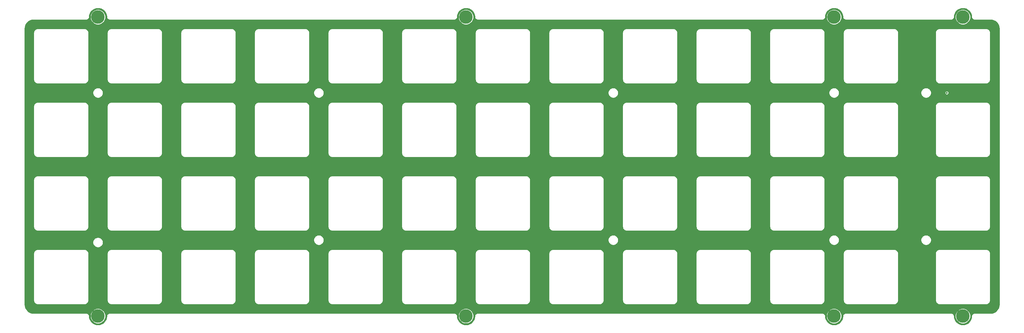
<source format=gbr>
G04 #@! TF.GenerationSoftware,KiCad,Pcbnew,(5.1.10-1-10_14)*
G04 #@! TF.CreationDate,2021-08-22T14:32:33-05:00*
G04 #@! TF.ProjectId,ori_top_plate,6f72695f-746f-4705-9f70-6c6174652e6b,rev?*
G04 #@! TF.SameCoordinates,Original*
G04 #@! TF.FileFunction,Copper,L1,Top*
G04 #@! TF.FilePolarity,Positive*
%FSLAX46Y46*%
G04 Gerber Fmt 4.6, Leading zero omitted, Abs format (unit mm)*
G04 Created by KiCad (PCBNEW (5.1.10-1-10_14)) date 2021-08-22 14:32:33*
%MOMM*%
%LPD*%
G01*
G04 APERTURE LIST*
G04 #@! TA.AperFunction,ComponentPad*
%ADD10C,3.500000*%
G04 #@! TD*
G04 #@! TA.AperFunction,ViaPad*
%ADD11C,0.500000*%
G04 #@! TD*
G04 #@! TA.AperFunction,Conductor*
%ADD12C,0.254000*%
G04 #@! TD*
G04 #@! TA.AperFunction,Conductor*
%ADD13C,0.100000*%
G04 #@! TD*
G04 APERTURE END LIST*
D10*
X165498578Y-39886156D03*
X165498578Y-117276716D03*
X260748498Y-39886156D03*
X260748498Y-117264265D03*
X355998418Y-39886156D03*
X355998418Y-117276716D03*
X389335890Y-39886156D03*
X389335890Y-117276716D03*
D11*
X373287551Y-59518904D03*
X385194165Y-59518840D03*
D12*
X389753465Y-37697105D02*
X390170706Y-37819905D01*
X390556143Y-38021407D01*
X390895099Y-38293935D01*
X391174668Y-38627112D01*
X391384200Y-39008247D01*
X391515709Y-39422818D01*
X391564965Y-39861940D01*
X391565139Y-39886874D01*
X391565153Y-39890860D01*
X391565824Y-39897459D01*
X391565778Y-39904087D01*
X391565985Y-39906199D01*
X391578129Y-40021746D01*
X391580900Y-40035247D01*
X391583481Y-40048775D01*
X391584094Y-40050807D01*
X391618451Y-40161796D01*
X391623781Y-40174476D01*
X391628950Y-40187269D01*
X391629946Y-40189142D01*
X391685206Y-40291345D01*
X391692927Y-40302792D01*
X391700454Y-40314294D01*
X391701795Y-40315938D01*
X391775854Y-40405461D01*
X391785668Y-40415206D01*
X391795269Y-40425011D01*
X391796904Y-40426364D01*
X391886941Y-40499796D01*
X391898421Y-40507423D01*
X391909783Y-40515203D01*
X391911650Y-40516212D01*
X392014235Y-40570757D01*
X392026978Y-40576010D01*
X392039634Y-40581434D01*
X392041661Y-40582062D01*
X392152887Y-40615643D01*
X392166439Y-40618326D01*
X392179876Y-40621183D01*
X392181987Y-40621405D01*
X392297617Y-40632743D01*
X392297629Y-40632743D01*
X392304989Y-40633468D01*
X396472185Y-40633455D01*
X396912491Y-40676628D01*
X397328859Y-40802336D01*
X397712883Y-41006524D01*
X398049932Y-41281415D01*
X398327169Y-41616537D01*
X398534036Y-41999129D01*
X398662648Y-42414608D01*
X398708864Y-42854321D01*
X398708895Y-42863246D01*
X398708894Y-114292705D01*
X398665722Y-114733002D01*
X398540012Y-115149373D01*
X398335824Y-115533395D01*
X398060935Y-115870441D01*
X397725813Y-116147679D01*
X397343220Y-116354547D01*
X396927742Y-116483158D01*
X396488030Y-116529374D01*
X396479391Y-116529404D01*
X392304998Y-116529404D01*
X392298228Y-116530071D01*
X392294528Y-116530045D01*
X392292416Y-116530252D01*
X392176868Y-116542396D01*
X392163361Y-116545169D01*
X392149840Y-116547748D01*
X392147808Y-116548361D01*
X392036819Y-116582718D01*
X392024139Y-116588048D01*
X392011346Y-116593217D01*
X392009473Y-116594213D01*
X391907271Y-116649473D01*
X391895841Y-116657183D01*
X391884321Y-116664721D01*
X391882677Y-116666062D01*
X391793155Y-116740121D01*
X391783428Y-116749916D01*
X391773604Y-116759536D01*
X391772251Y-116761171D01*
X391698819Y-116851208D01*
X391691192Y-116862688D01*
X391683412Y-116874050D01*
X391682403Y-116875916D01*
X391627858Y-116978502D01*
X391622605Y-116991245D01*
X391617181Y-117003901D01*
X391616553Y-117005928D01*
X391582972Y-117117154D01*
X391580283Y-117130736D01*
X391577433Y-117144143D01*
X391577212Y-117146246D01*
X391577210Y-117146255D01*
X391577210Y-117146263D01*
X391565872Y-117261884D01*
X391521975Y-117709573D01*
X391396266Y-118125943D01*
X391192078Y-118509964D01*
X390917189Y-118847012D01*
X390582072Y-119124244D01*
X390199479Y-119331111D01*
X389784001Y-119459724D01*
X389351453Y-119505186D01*
X388918315Y-119465767D01*
X388501074Y-119342967D01*
X388115637Y-119141465D01*
X387776681Y-118868937D01*
X387497109Y-118535756D01*
X387287580Y-118154623D01*
X387156071Y-117740055D01*
X387106815Y-117300932D01*
X387106641Y-117275998D01*
X387106627Y-117272012D01*
X387105956Y-117265413D01*
X387106002Y-117258785D01*
X387105795Y-117256673D01*
X387093651Y-117141125D01*
X387090877Y-117127611D01*
X387088299Y-117114097D01*
X387087686Y-117112065D01*
X387077465Y-117079044D01*
X387328890Y-117079044D01*
X387328890Y-117474388D01*
X387406018Y-117862136D01*
X387557310Y-118227387D01*
X387776951Y-118556104D01*
X388056502Y-118835655D01*
X388385219Y-119055296D01*
X388750470Y-119206588D01*
X389138218Y-119283716D01*
X389533562Y-119283716D01*
X389921310Y-119206588D01*
X390286561Y-119055296D01*
X390615278Y-118835655D01*
X390894829Y-118556104D01*
X391114470Y-118227387D01*
X391265762Y-117862136D01*
X391342890Y-117474388D01*
X391342890Y-117079044D01*
X391265762Y-116691296D01*
X391114470Y-116326045D01*
X390894829Y-115997328D01*
X390615278Y-115717777D01*
X390286561Y-115498136D01*
X389921310Y-115346844D01*
X389533562Y-115269716D01*
X389138218Y-115269716D01*
X388750470Y-115346844D01*
X388385219Y-115498136D01*
X388056502Y-115717777D01*
X387776951Y-115997328D01*
X387557310Y-116326045D01*
X387406018Y-116691296D01*
X387328890Y-117079044D01*
X387077465Y-117079044D01*
X387053329Y-117001076D01*
X387047999Y-116988396D01*
X387042830Y-116975603D01*
X387041834Y-116973730D01*
X386986574Y-116871528D01*
X386978864Y-116860098D01*
X386971326Y-116848578D01*
X386969985Y-116846934D01*
X386895926Y-116757412D01*
X386886131Y-116747685D01*
X386876511Y-116737861D01*
X386874876Y-116736508D01*
X386784839Y-116663076D01*
X386773359Y-116655449D01*
X386761997Y-116647669D01*
X386760131Y-116646660D01*
X386657545Y-116592115D01*
X386644802Y-116586862D01*
X386632146Y-116581438D01*
X386630119Y-116580810D01*
X386518893Y-116547229D01*
X386505311Y-116544540D01*
X386491904Y-116541690D01*
X386489801Y-116541469D01*
X386489792Y-116541467D01*
X386489784Y-116541467D01*
X386374163Y-116530129D01*
X386374152Y-116530129D01*
X386366792Y-116529404D01*
X358967526Y-116529404D01*
X358960756Y-116530071D01*
X358957056Y-116530045D01*
X358954944Y-116530252D01*
X358839396Y-116542396D01*
X358825889Y-116545169D01*
X358812368Y-116547748D01*
X358810336Y-116548361D01*
X358699347Y-116582718D01*
X358686667Y-116588048D01*
X358673874Y-116593217D01*
X358672001Y-116594213D01*
X358569799Y-116649473D01*
X358558369Y-116657183D01*
X358546849Y-116664721D01*
X358545205Y-116666062D01*
X358455683Y-116740121D01*
X358445956Y-116749916D01*
X358436132Y-116759536D01*
X358434779Y-116761171D01*
X358361347Y-116851208D01*
X358353720Y-116862688D01*
X358345940Y-116874050D01*
X358344931Y-116875916D01*
X358290386Y-116978502D01*
X358285133Y-116991245D01*
X358279709Y-117003901D01*
X358279081Y-117005928D01*
X358245500Y-117117154D01*
X358242811Y-117130736D01*
X358239961Y-117144143D01*
X358239740Y-117146246D01*
X358239738Y-117146255D01*
X358239738Y-117146263D01*
X358228400Y-117261884D01*
X358184503Y-117709573D01*
X358058794Y-118125943D01*
X357854606Y-118509964D01*
X357579717Y-118847012D01*
X357244600Y-119124244D01*
X356862007Y-119331111D01*
X356446529Y-119459724D01*
X356013981Y-119505186D01*
X355580843Y-119465767D01*
X355163602Y-119342967D01*
X354778165Y-119141465D01*
X354439209Y-118868937D01*
X354159637Y-118535756D01*
X353950108Y-118154623D01*
X353818599Y-117740055D01*
X353769343Y-117300932D01*
X353769169Y-117275998D01*
X353769155Y-117272012D01*
X353768484Y-117265413D01*
X353768530Y-117258785D01*
X353768323Y-117256673D01*
X353756179Y-117141125D01*
X353753405Y-117127611D01*
X353750827Y-117114097D01*
X353750214Y-117112065D01*
X353739993Y-117079044D01*
X353991418Y-117079044D01*
X353991418Y-117474388D01*
X354068546Y-117862136D01*
X354219838Y-118227387D01*
X354439479Y-118556104D01*
X354719030Y-118835655D01*
X355047747Y-119055296D01*
X355412998Y-119206588D01*
X355800746Y-119283716D01*
X356196090Y-119283716D01*
X356583838Y-119206588D01*
X356949089Y-119055296D01*
X357277806Y-118835655D01*
X357557357Y-118556104D01*
X357776998Y-118227387D01*
X357928290Y-117862136D01*
X358005418Y-117474388D01*
X358005418Y-117079044D01*
X357928290Y-116691296D01*
X357776998Y-116326045D01*
X357557357Y-115997328D01*
X357277806Y-115717777D01*
X356949089Y-115498136D01*
X356583838Y-115346844D01*
X356196090Y-115269716D01*
X355800746Y-115269716D01*
X355412998Y-115346844D01*
X355047747Y-115498136D01*
X354719030Y-115717777D01*
X354439479Y-115997328D01*
X354219838Y-116326045D01*
X354068546Y-116691296D01*
X353991418Y-117079044D01*
X353739993Y-117079044D01*
X353715857Y-117001076D01*
X353710527Y-116988396D01*
X353705358Y-116975603D01*
X353704362Y-116973730D01*
X353649102Y-116871528D01*
X353641392Y-116860098D01*
X353633854Y-116848578D01*
X353632513Y-116846934D01*
X353558454Y-116757412D01*
X353548659Y-116747685D01*
X353539039Y-116737861D01*
X353537404Y-116736508D01*
X353447367Y-116663076D01*
X353435887Y-116655449D01*
X353424525Y-116647669D01*
X353422659Y-116646660D01*
X353320073Y-116592115D01*
X353307330Y-116586862D01*
X353294674Y-116581438D01*
X353292647Y-116580810D01*
X353181421Y-116547229D01*
X353167839Y-116544540D01*
X353154432Y-116541690D01*
X353152329Y-116541469D01*
X353152320Y-116541467D01*
X353152312Y-116541467D01*
X353036691Y-116530129D01*
X353036680Y-116530129D01*
X353029320Y-116529404D01*
X263717606Y-116529404D01*
X263710836Y-116530071D01*
X263707136Y-116530045D01*
X263705024Y-116530252D01*
X263589476Y-116542396D01*
X263575969Y-116545169D01*
X263562448Y-116547748D01*
X263560416Y-116548361D01*
X263449427Y-116582718D01*
X263436747Y-116588048D01*
X263423954Y-116593217D01*
X263422081Y-116594213D01*
X263319879Y-116649473D01*
X263308449Y-116657183D01*
X263296929Y-116664721D01*
X263295285Y-116666062D01*
X263205763Y-116740121D01*
X263196036Y-116749916D01*
X263186212Y-116759536D01*
X263184859Y-116761171D01*
X263111427Y-116851208D01*
X263103800Y-116862688D01*
X263096020Y-116874050D01*
X263095011Y-116875916D01*
X263040466Y-116978502D01*
X263035213Y-116991245D01*
X263029789Y-117003901D01*
X263029161Y-117005928D01*
X262995580Y-117117154D01*
X262992891Y-117130736D01*
X262990041Y-117144143D01*
X262989820Y-117146246D01*
X262989818Y-117146255D01*
X262989818Y-117146263D01*
X262978480Y-117261884D01*
X262934583Y-117709573D01*
X262808874Y-118125943D01*
X262604686Y-118509964D01*
X262329797Y-118847012D01*
X261994680Y-119124244D01*
X261612087Y-119331111D01*
X261196609Y-119459724D01*
X260764061Y-119505186D01*
X260330923Y-119465767D01*
X259913682Y-119342967D01*
X259528245Y-119141465D01*
X259189289Y-118868937D01*
X258909717Y-118535756D01*
X258700188Y-118154623D01*
X258568679Y-117740055D01*
X258519423Y-117300932D01*
X258519249Y-117275998D01*
X258519235Y-117272012D01*
X258518564Y-117265413D01*
X258518610Y-117258785D01*
X258518403Y-117256673D01*
X258506259Y-117141125D01*
X258503485Y-117127611D01*
X258500907Y-117114097D01*
X258500294Y-117112065D01*
X258486218Y-117066593D01*
X258741498Y-117066593D01*
X258741498Y-117461937D01*
X258818626Y-117849685D01*
X258969918Y-118214936D01*
X259189559Y-118543653D01*
X259469110Y-118823204D01*
X259797827Y-119042845D01*
X260163078Y-119194137D01*
X260550826Y-119271265D01*
X260946170Y-119271265D01*
X261333918Y-119194137D01*
X261699169Y-119042845D01*
X262027886Y-118823204D01*
X262307437Y-118543653D01*
X262527078Y-118214936D01*
X262678370Y-117849685D01*
X262755498Y-117461937D01*
X262755498Y-117066593D01*
X262678370Y-116678845D01*
X262527078Y-116313594D01*
X262307437Y-115984877D01*
X262027886Y-115705326D01*
X261699169Y-115485685D01*
X261333918Y-115334393D01*
X260946170Y-115257265D01*
X260550826Y-115257265D01*
X260163078Y-115334393D01*
X259797827Y-115485685D01*
X259469110Y-115705326D01*
X259189559Y-115984877D01*
X258969918Y-116313594D01*
X258818626Y-116678845D01*
X258741498Y-117066593D01*
X258486218Y-117066593D01*
X258465937Y-117001076D01*
X258460607Y-116988396D01*
X258455438Y-116975603D01*
X258454442Y-116973730D01*
X258399182Y-116871528D01*
X258391472Y-116860098D01*
X258383934Y-116848578D01*
X258382593Y-116846934D01*
X258308534Y-116757412D01*
X258298739Y-116747685D01*
X258289119Y-116737861D01*
X258287484Y-116736508D01*
X258197447Y-116663076D01*
X258185967Y-116655449D01*
X258174605Y-116647669D01*
X258172739Y-116646660D01*
X258070153Y-116592115D01*
X258057410Y-116586862D01*
X258044754Y-116581438D01*
X258042727Y-116580810D01*
X257931501Y-116547229D01*
X257917919Y-116544540D01*
X257904512Y-116541690D01*
X257902409Y-116541469D01*
X257902400Y-116541467D01*
X257902392Y-116541467D01*
X257786771Y-116530129D01*
X257786760Y-116530129D01*
X257779400Y-116529404D01*
X168467686Y-116529404D01*
X168460916Y-116530071D01*
X168457216Y-116530045D01*
X168455104Y-116530252D01*
X168339556Y-116542396D01*
X168326049Y-116545169D01*
X168312528Y-116547748D01*
X168310496Y-116548361D01*
X168199507Y-116582718D01*
X168186827Y-116588048D01*
X168174034Y-116593217D01*
X168172161Y-116594213D01*
X168069959Y-116649473D01*
X168058529Y-116657183D01*
X168047009Y-116664721D01*
X168045365Y-116666062D01*
X167955843Y-116740121D01*
X167946116Y-116749916D01*
X167936292Y-116759536D01*
X167934939Y-116761171D01*
X167861507Y-116851208D01*
X167853880Y-116862688D01*
X167846100Y-116874050D01*
X167845091Y-116875916D01*
X167790546Y-116978502D01*
X167785293Y-116991245D01*
X167779869Y-117003901D01*
X167779241Y-117005928D01*
X167745660Y-117117154D01*
X167742971Y-117130736D01*
X167740121Y-117144143D01*
X167739900Y-117146246D01*
X167739898Y-117146255D01*
X167739898Y-117146263D01*
X167728560Y-117261884D01*
X167684663Y-117709573D01*
X167558954Y-118125943D01*
X167354766Y-118509964D01*
X167079877Y-118847012D01*
X166744760Y-119124244D01*
X166362167Y-119331111D01*
X165946689Y-119459724D01*
X165514141Y-119505186D01*
X165081003Y-119465767D01*
X164663762Y-119342967D01*
X164278325Y-119141465D01*
X163939369Y-118868937D01*
X163659797Y-118535756D01*
X163450268Y-118154623D01*
X163318759Y-117740055D01*
X163269503Y-117300932D01*
X163269329Y-117275998D01*
X163269315Y-117272012D01*
X163268644Y-117265413D01*
X163268690Y-117258785D01*
X163268483Y-117256673D01*
X163256339Y-117141125D01*
X163253565Y-117127611D01*
X163250987Y-117114097D01*
X163250374Y-117112065D01*
X163240153Y-117079044D01*
X163491578Y-117079044D01*
X163491578Y-117474388D01*
X163568706Y-117862136D01*
X163719998Y-118227387D01*
X163939639Y-118556104D01*
X164219190Y-118835655D01*
X164547907Y-119055296D01*
X164913158Y-119206588D01*
X165300906Y-119283716D01*
X165696250Y-119283716D01*
X166083998Y-119206588D01*
X166449249Y-119055296D01*
X166777966Y-118835655D01*
X167057517Y-118556104D01*
X167277158Y-118227387D01*
X167428450Y-117862136D01*
X167505578Y-117474388D01*
X167505578Y-117079044D01*
X167428450Y-116691296D01*
X167277158Y-116326045D01*
X167057517Y-115997328D01*
X166777966Y-115717777D01*
X166449249Y-115498136D01*
X166083998Y-115346844D01*
X165696250Y-115269716D01*
X165300906Y-115269716D01*
X164913158Y-115346844D01*
X164547907Y-115498136D01*
X164219190Y-115717777D01*
X163939639Y-115997328D01*
X163719998Y-116326045D01*
X163568706Y-116691296D01*
X163491578Y-117079044D01*
X163240153Y-117079044D01*
X163216017Y-117001076D01*
X163210687Y-116988396D01*
X163205518Y-116975603D01*
X163204522Y-116973730D01*
X163149262Y-116871528D01*
X163141552Y-116860098D01*
X163134014Y-116848578D01*
X163132673Y-116846934D01*
X163058614Y-116757412D01*
X163048819Y-116747685D01*
X163039199Y-116737861D01*
X163037564Y-116736508D01*
X162947527Y-116663076D01*
X162936047Y-116655449D01*
X162924685Y-116647669D01*
X162922819Y-116646660D01*
X162820233Y-116592115D01*
X162807490Y-116586862D01*
X162794834Y-116581438D01*
X162792807Y-116580810D01*
X162681581Y-116547229D01*
X162667999Y-116544540D01*
X162654592Y-116541690D01*
X162652489Y-116541469D01*
X162652480Y-116541467D01*
X162652472Y-116541467D01*
X162536851Y-116530129D01*
X162536840Y-116530129D01*
X162529480Y-116529404D01*
X148837281Y-116529404D01*
X148396984Y-116486232D01*
X147980613Y-116360522D01*
X147596591Y-116156334D01*
X147259545Y-115881445D01*
X146982307Y-115546323D01*
X146775439Y-115163730D01*
X146646828Y-114748252D01*
X146601199Y-114314121D01*
X146601842Y-114307591D01*
X146601822Y-113164161D01*
X148820530Y-113164161D01*
X148821224Y-113171203D01*
X148821180Y-113177458D01*
X148821387Y-113179570D01*
X148841788Y-113373667D01*
X148844557Y-113387157D01*
X148847139Y-113400694D01*
X148847753Y-113402725D01*
X148905465Y-113589163D01*
X148910790Y-113601830D01*
X148915964Y-113614637D01*
X148916960Y-113616511D01*
X149009785Y-113788187D01*
X149017484Y-113799602D01*
X149025033Y-113811137D01*
X149026374Y-113812782D01*
X149150778Y-113963159D01*
X149160573Y-113972886D01*
X149170193Y-113982710D01*
X149171828Y-113984063D01*
X149323070Y-114107413D01*
X149334550Y-114115040D01*
X149345912Y-114122820D01*
X149347778Y-114123829D01*
X149520101Y-114215454D01*
X149532844Y-114220707D01*
X149545500Y-114226131D01*
X149547527Y-114226759D01*
X149734363Y-114283168D01*
X149747923Y-114285853D01*
X149761353Y-114288708D01*
X149763463Y-114288930D01*
X149957697Y-114307975D01*
X149957708Y-114307975D01*
X149965068Y-114308700D01*
X161979992Y-114308700D01*
X161987034Y-114308006D01*
X161993288Y-114308050D01*
X161995400Y-114307843D01*
X162189497Y-114287442D01*
X162202987Y-114284673D01*
X162216524Y-114282091D01*
X162218553Y-114281478D01*
X162218559Y-114281476D01*
X162404993Y-114223765D01*
X162417660Y-114218440D01*
X162430467Y-114213266D01*
X162432341Y-114212270D01*
X162604017Y-114119445D01*
X162615432Y-114111746D01*
X162626967Y-114104197D01*
X162628612Y-114102856D01*
X162778989Y-113978452D01*
X162788716Y-113968657D01*
X162798540Y-113959037D01*
X162799893Y-113957402D01*
X162923243Y-113806160D01*
X162930870Y-113794680D01*
X162938650Y-113783318D01*
X162939659Y-113781452D01*
X163031284Y-113609129D01*
X163036537Y-113596386D01*
X163041961Y-113583730D01*
X163042589Y-113581703D01*
X163098998Y-113394867D01*
X163101683Y-113381307D01*
X163104538Y-113367877D01*
X163104760Y-113365767D01*
X163123805Y-113171533D01*
X163123805Y-113171522D01*
X163124530Y-113164162D01*
X163124530Y-113164161D01*
X167870610Y-113164161D01*
X167871304Y-113171203D01*
X167871260Y-113177458D01*
X167871467Y-113179570D01*
X167891868Y-113373667D01*
X167894637Y-113387157D01*
X167897219Y-113400694D01*
X167897833Y-113402725D01*
X167955545Y-113589163D01*
X167960870Y-113601830D01*
X167966044Y-113614637D01*
X167967040Y-113616511D01*
X168059865Y-113788187D01*
X168067564Y-113799602D01*
X168075113Y-113811137D01*
X168076454Y-113812782D01*
X168200858Y-113963159D01*
X168210653Y-113972886D01*
X168220273Y-113982710D01*
X168221908Y-113984063D01*
X168373150Y-114107413D01*
X168384630Y-114115040D01*
X168395992Y-114122820D01*
X168397858Y-114123829D01*
X168570181Y-114215454D01*
X168582924Y-114220707D01*
X168595580Y-114226131D01*
X168597607Y-114226759D01*
X168784443Y-114283168D01*
X168798003Y-114285853D01*
X168811433Y-114288708D01*
X168813543Y-114288930D01*
X169007777Y-114307975D01*
X169007788Y-114307975D01*
X169015148Y-114308700D01*
X181030072Y-114308700D01*
X181037114Y-114308006D01*
X181043368Y-114308050D01*
X181045480Y-114307843D01*
X181239577Y-114287442D01*
X181253067Y-114284673D01*
X181266604Y-114282091D01*
X181268633Y-114281478D01*
X181268639Y-114281476D01*
X181455073Y-114223765D01*
X181467740Y-114218440D01*
X181480547Y-114213266D01*
X181482421Y-114212270D01*
X181654097Y-114119445D01*
X181665512Y-114111746D01*
X181677047Y-114104197D01*
X181678692Y-114102856D01*
X181829069Y-113978452D01*
X181838796Y-113968657D01*
X181848620Y-113959037D01*
X181849973Y-113957402D01*
X181973323Y-113806160D01*
X181980950Y-113794680D01*
X181988730Y-113783318D01*
X181989739Y-113781452D01*
X182081364Y-113609129D01*
X182086617Y-113596386D01*
X182092041Y-113583730D01*
X182092669Y-113581703D01*
X182149078Y-113394867D01*
X182151763Y-113381307D01*
X182154618Y-113367877D01*
X182154840Y-113365767D01*
X182173885Y-113171533D01*
X182173885Y-113171522D01*
X182174610Y-113164162D01*
X182174610Y-113164161D01*
X186920690Y-113164161D01*
X186921384Y-113171203D01*
X186921340Y-113177458D01*
X186921547Y-113179570D01*
X186941948Y-113373667D01*
X186944717Y-113387157D01*
X186947299Y-113400694D01*
X186947913Y-113402725D01*
X187005625Y-113589163D01*
X187010950Y-113601830D01*
X187016124Y-113614637D01*
X187017120Y-113616511D01*
X187109945Y-113788187D01*
X187117644Y-113799602D01*
X187125193Y-113811137D01*
X187126534Y-113812782D01*
X187250938Y-113963159D01*
X187260733Y-113972886D01*
X187270353Y-113982710D01*
X187271988Y-113984063D01*
X187423230Y-114107413D01*
X187434710Y-114115040D01*
X187446072Y-114122820D01*
X187447938Y-114123829D01*
X187620261Y-114215454D01*
X187633004Y-114220707D01*
X187645660Y-114226131D01*
X187647687Y-114226759D01*
X187834523Y-114283168D01*
X187848083Y-114285853D01*
X187861513Y-114288708D01*
X187863623Y-114288930D01*
X188057857Y-114307975D01*
X188057868Y-114307975D01*
X188065228Y-114308700D01*
X200080152Y-114308700D01*
X200087194Y-114308006D01*
X200093448Y-114308050D01*
X200095560Y-114307843D01*
X200289657Y-114287442D01*
X200303147Y-114284673D01*
X200316684Y-114282091D01*
X200318713Y-114281478D01*
X200318719Y-114281476D01*
X200505153Y-114223765D01*
X200517820Y-114218440D01*
X200530627Y-114213266D01*
X200532501Y-114212270D01*
X200704177Y-114119445D01*
X200715592Y-114111746D01*
X200727127Y-114104197D01*
X200728772Y-114102856D01*
X200879149Y-113978452D01*
X200888876Y-113968657D01*
X200898700Y-113959037D01*
X200900053Y-113957402D01*
X201023403Y-113806160D01*
X201031030Y-113794680D01*
X201038810Y-113783318D01*
X201039819Y-113781452D01*
X201131444Y-113609129D01*
X201136697Y-113596386D01*
X201142121Y-113583730D01*
X201142749Y-113581703D01*
X201199158Y-113394867D01*
X201201843Y-113381307D01*
X201204698Y-113367877D01*
X201204920Y-113365767D01*
X201223965Y-113171533D01*
X201223965Y-113171522D01*
X201224690Y-113164162D01*
X201224690Y-113164161D01*
X205970770Y-113164161D01*
X205971464Y-113171203D01*
X205971420Y-113177458D01*
X205971627Y-113179570D01*
X205992028Y-113373667D01*
X205994797Y-113387157D01*
X205997379Y-113400694D01*
X205997993Y-113402725D01*
X206055705Y-113589163D01*
X206061030Y-113601830D01*
X206066204Y-113614637D01*
X206067200Y-113616511D01*
X206160025Y-113788187D01*
X206167724Y-113799602D01*
X206175273Y-113811137D01*
X206176614Y-113812782D01*
X206301018Y-113963159D01*
X206310813Y-113972886D01*
X206320433Y-113982710D01*
X206322068Y-113984063D01*
X206473310Y-114107413D01*
X206484790Y-114115040D01*
X206496152Y-114122820D01*
X206498018Y-114123829D01*
X206670341Y-114215454D01*
X206683084Y-114220707D01*
X206695740Y-114226131D01*
X206697767Y-114226759D01*
X206884603Y-114283168D01*
X206898163Y-114285853D01*
X206911593Y-114288708D01*
X206913703Y-114288930D01*
X207107937Y-114307975D01*
X207107948Y-114307975D01*
X207115308Y-114308700D01*
X219130232Y-114308700D01*
X219137274Y-114308006D01*
X219143528Y-114308050D01*
X219145640Y-114307843D01*
X219339737Y-114287442D01*
X219353227Y-114284673D01*
X219366764Y-114282091D01*
X219368793Y-114281478D01*
X219368799Y-114281476D01*
X219555233Y-114223765D01*
X219567900Y-114218440D01*
X219580707Y-114213266D01*
X219582581Y-114212270D01*
X219754257Y-114119445D01*
X219765672Y-114111746D01*
X219777207Y-114104197D01*
X219778852Y-114102856D01*
X219929229Y-113978452D01*
X219938956Y-113968657D01*
X219948780Y-113959037D01*
X219950133Y-113957402D01*
X220073483Y-113806160D01*
X220081110Y-113794680D01*
X220088890Y-113783318D01*
X220089899Y-113781452D01*
X220181524Y-113609129D01*
X220186777Y-113596386D01*
X220192201Y-113583730D01*
X220192829Y-113581703D01*
X220249238Y-113394867D01*
X220251923Y-113381307D01*
X220254778Y-113367877D01*
X220255000Y-113365767D01*
X220274045Y-113171533D01*
X220274045Y-113171522D01*
X220274770Y-113164162D01*
X220274770Y-113164161D01*
X225020850Y-113164161D01*
X225021544Y-113171203D01*
X225021500Y-113177458D01*
X225021707Y-113179570D01*
X225042108Y-113373667D01*
X225044877Y-113387157D01*
X225047459Y-113400694D01*
X225048073Y-113402725D01*
X225105785Y-113589163D01*
X225111110Y-113601830D01*
X225116284Y-113614637D01*
X225117280Y-113616511D01*
X225210105Y-113788187D01*
X225217804Y-113799602D01*
X225225353Y-113811137D01*
X225226694Y-113812782D01*
X225351098Y-113963159D01*
X225360893Y-113972886D01*
X225370513Y-113982710D01*
X225372148Y-113984063D01*
X225523390Y-114107413D01*
X225534870Y-114115040D01*
X225546232Y-114122820D01*
X225548098Y-114123829D01*
X225720421Y-114215454D01*
X225733164Y-114220707D01*
X225745820Y-114226131D01*
X225747847Y-114226759D01*
X225934683Y-114283168D01*
X225948243Y-114285853D01*
X225961673Y-114288708D01*
X225963783Y-114288930D01*
X226158017Y-114307975D01*
X226158028Y-114307975D01*
X226165388Y-114308700D01*
X238180312Y-114308700D01*
X238187354Y-114308006D01*
X238193608Y-114308050D01*
X238195720Y-114307843D01*
X238389817Y-114287442D01*
X238403307Y-114284673D01*
X238416844Y-114282091D01*
X238418873Y-114281478D01*
X238418879Y-114281476D01*
X238605313Y-114223765D01*
X238617980Y-114218440D01*
X238630787Y-114213266D01*
X238632661Y-114212270D01*
X238804337Y-114119445D01*
X238815752Y-114111746D01*
X238827287Y-114104197D01*
X238828932Y-114102856D01*
X238979309Y-113978452D01*
X238989036Y-113968657D01*
X238998860Y-113959037D01*
X239000213Y-113957402D01*
X239123563Y-113806160D01*
X239131190Y-113794680D01*
X239138970Y-113783318D01*
X239139979Y-113781452D01*
X239231604Y-113609129D01*
X239236857Y-113596386D01*
X239242281Y-113583730D01*
X239242909Y-113581703D01*
X239299318Y-113394867D01*
X239302003Y-113381307D01*
X239304858Y-113367877D01*
X239305080Y-113365767D01*
X239324125Y-113171533D01*
X239324125Y-113171522D01*
X239324850Y-113164162D01*
X239324850Y-113164161D01*
X244070930Y-113164161D01*
X244071624Y-113171203D01*
X244071580Y-113177458D01*
X244071787Y-113179570D01*
X244092188Y-113373667D01*
X244094957Y-113387157D01*
X244097539Y-113400694D01*
X244098153Y-113402725D01*
X244155865Y-113589163D01*
X244161190Y-113601830D01*
X244166364Y-113614637D01*
X244167360Y-113616511D01*
X244260185Y-113788187D01*
X244267884Y-113799602D01*
X244275433Y-113811137D01*
X244276774Y-113812782D01*
X244401178Y-113963159D01*
X244410973Y-113972886D01*
X244420593Y-113982710D01*
X244422228Y-113984063D01*
X244573470Y-114107413D01*
X244584950Y-114115040D01*
X244596312Y-114122820D01*
X244598178Y-114123829D01*
X244770501Y-114215454D01*
X244783244Y-114220707D01*
X244795900Y-114226131D01*
X244797927Y-114226759D01*
X244984763Y-114283168D01*
X244998323Y-114285853D01*
X245011753Y-114288708D01*
X245013863Y-114288930D01*
X245208097Y-114307975D01*
X245208108Y-114307975D01*
X245215468Y-114308700D01*
X257230392Y-114308700D01*
X257237434Y-114308006D01*
X257243688Y-114308050D01*
X257245800Y-114307843D01*
X257439897Y-114287442D01*
X257453387Y-114284673D01*
X257466924Y-114282091D01*
X257468953Y-114281478D01*
X257468959Y-114281476D01*
X257655393Y-114223765D01*
X257668060Y-114218440D01*
X257680867Y-114213266D01*
X257682741Y-114212270D01*
X257854417Y-114119445D01*
X257865832Y-114111746D01*
X257877367Y-114104197D01*
X257879012Y-114102856D01*
X258029389Y-113978452D01*
X258039116Y-113968657D01*
X258048940Y-113959037D01*
X258050293Y-113957402D01*
X258173643Y-113806160D01*
X258181270Y-113794680D01*
X258189050Y-113783318D01*
X258190059Y-113781452D01*
X258281684Y-113609129D01*
X258286937Y-113596386D01*
X258292361Y-113583730D01*
X258292989Y-113581703D01*
X258349398Y-113394867D01*
X258352083Y-113381307D01*
X258354938Y-113367877D01*
X258355160Y-113365767D01*
X258374205Y-113171533D01*
X258374205Y-113171522D01*
X258374930Y-113164162D01*
X258374930Y-113164161D01*
X263121010Y-113164161D01*
X263121704Y-113171203D01*
X263121660Y-113177458D01*
X263121867Y-113179570D01*
X263142268Y-113373667D01*
X263145037Y-113387157D01*
X263147619Y-113400694D01*
X263148233Y-113402725D01*
X263205945Y-113589163D01*
X263211270Y-113601830D01*
X263216444Y-113614637D01*
X263217440Y-113616511D01*
X263310265Y-113788187D01*
X263317964Y-113799602D01*
X263325513Y-113811137D01*
X263326854Y-113812782D01*
X263451258Y-113963159D01*
X263461053Y-113972886D01*
X263470673Y-113982710D01*
X263472308Y-113984063D01*
X263623550Y-114107413D01*
X263635030Y-114115040D01*
X263646392Y-114122820D01*
X263648258Y-114123829D01*
X263820581Y-114215454D01*
X263833324Y-114220707D01*
X263845980Y-114226131D01*
X263848007Y-114226759D01*
X264034843Y-114283168D01*
X264048403Y-114285853D01*
X264061833Y-114288708D01*
X264063943Y-114288930D01*
X264258177Y-114307975D01*
X264258188Y-114307975D01*
X264265548Y-114308700D01*
X276280472Y-114308700D01*
X276287514Y-114308006D01*
X276293768Y-114308050D01*
X276295880Y-114307843D01*
X276489977Y-114287442D01*
X276503467Y-114284673D01*
X276517004Y-114282091D01*
X276519033Y-114281478D01*
X276519039Y-114281476D01*
X276705473Y-114223765D01*
X276718140Y-114218440D01*
X276730947Y-114213266D01*
X276732821Y-114212270D01*
X276904497Y-114119445D01*
X276915912Y-114111746D01*
X276927447Y-114104197D01*
X276929092Y-114102856D01*
X277079469Y-113978452D01*
X277089196Y-113968657D01*
X277099020Y-113959037D01*
X277100373Y-113957402D01*
X277223723Y-113806160D01*
X277231350Y-113794680D01*
X277239130Y-113783318D01*
X277240139Y-113781452D01*
X277331764Y-113609129D01*
X277337017Y-113596386D01*
X277342441Y-113583730D01*
X277343069Y-113581703D01*
X277399478Y-113394867D01*
X277402163Y-113381307D01*
X277405018Y-113367877D01*
X277405240Y-113365767D01*
X277424285Y-113171533D01*
X277424285Y-113171522D01*
X277425010Y-113164162D01*
X277425010Y-113164161D01*
X282171090Y-113164161D01*
X282171784Y-113171203D01*
X282171740Y-113177458D01*
X282171947Y-113179570D01*
X282192348Y-113373667D01*
X282195117Y-113387157D01*
X282197699Y-113400694D01*
X282198313Y-113402725D01*
X282256025Y-113589163D01*
X282261350Y-113601830D01*
X282266524Y-113614637D01*
X282267520Y-113616511D01*
X282360345Y-113788187D01*
X282368044Y-113799602D01*
X282375593Y-113811137D01*
X282376934Y-113812782D01*
X282501338Y-113963159D01*
X282511133Y-113972886D01*
X282520753Y-113982710D01*
X282522388Y-113984063D01*
X282673630Y-114107413D01*
X282685110Y-114115040D01*
X282696472Y-114122820D01*
X282698338Y-114123829D01*
X282870661Y-114215454D01*
X282883404Y-114220707D01*
X282896060Y-114226131D01*
X282898087Y-114226759D01*
X283084923Y-114283168D01*
X283098483Y-114285853D01*
X283111913Y-114288708D01*
X283114023Y-114288930D01*
X283308257Y-114307975D01*
X283308268Y-114307975D01*
X283315628Y-114308700D01*
X295330552Y-114308700D01*
X295337594Y-114308006D01*
X295343848Y-114308050D01*
X295345960Y-114307843D01*
X295540057Y-114287442D01*
X295553547Y-114284673D01*
X295567084Y-114282091D01*
X295569113Y-114281478D01*
X295569119Y-114281476D01*
X295755553Y-114223765D01*
X295768220Y-114218440D01*
X295781027Y-114213266D01*
X295782901Y-114212270D01*
X295954577Y-114119445D01*
X295965992Y-114111746D01*
X295977527Y-114104197D01*
X295979172Y-114102856D01*
X296129549Y-113978452D01*
X296139276Y-113968657D01*
X296149100Y-113959037D01*
X296150453Y-113957402D01*
X296273803Y-113806160D01*
X296281430Y-113794680D01*
X296289210Y-113783318D01*
X296290219Y-113781452D01*
X296381844Y-113609129D01*
X296387097Y-113596386D01*
X296392521Y-113583730D01*
X296393149Y-113581703D01*
X296449558Y-113394867D01*
X296452243Y-113381307D01*
X296455098Y-113367877D01*
X296455320Y-113365767D01*
X296474365Y-113171533D01*
X296474365Y-113171522D01*
X296475090Y-113164162D01*
X296475090Y-113164161D01*
X301221170Y-113164161D01*
X301221864Y-113171203D01*
X301221820Y-113177458D01*
X301222027Y-113179570D01*
X301242428Y-113373667D01*
X301245197Y-113387157D01*
X301247779Y-113400694D01*
X301248393Y-113402725D01*
X301306105Y-113589163D01*
X301311430Y-113601830D01*
X301316604Y-113614637D01*
X301317600Y-113616511D01*
X301410425Y-113788187D01*
X301418124Y-113799602D01*
X301425673Y-113811137D01*
X301427014Y-113812782D01*
X301551418Y-113963159D01*
X301561213Y-113972886D01*
X301570833Y-113982710D01*
X301572468Y-113984063D01*
X301723710Y-114107413D01*
X301735190Y-114115040D01*
X301746552Y-114122820D01*
X301748418Y-114123829D01*
X301920741Y-114215454D01*
X301933484Y-114220707D01*
X301946140Y-114226131D01*
X301948167Y-114226759D01*
X302135003Y-114283168D01*
X302148563Y-114285853D01*
X302161993Y-114288708D01*
X302164103Y-114288930D01*
X302358337Y-114307975D01*
X302358348Y-114307975D01*
X302365708Y-114308700D01*
X314380632Y-114308700D01*
X314387674Y-114308006D01*
X314393928Y-114308050D01*
X314396040Y-114307843D01*
X314590137Y-114287442D01*
X314603627Y-114284673D01*
X314617164Y-114282091D01*
X314619193Y-114281478D01*
X314619199Y-114281476D01*
X314805633Y-114223765D01*
X314818300Y-114218440D01*
X314831107Y-114213266D01*
X314832981Y-114212270D01*
X315004657Y-114119445D01*
X315016072Y-114111746D01*
X315027607Y-114104197D01*
X315029252Y-114102856D01*
X315179629Y-113978452D01*
X315189356Y-113968657D01*
X315199180Y-113959037D01*
X315200533Y-113957402D01*
X315323883Y-113806160D01*
X315331510Y-113794680D01*
X315339290Y-113783318D01*
X315340299Y-113781452D01*
X315431924Y-113609129D01*
X315437177Y-113596386D01*
X315442601Y-113583730D01*
X315443229Y-113581703D01*
X315499638Y-113394867D01*
X315502323Y-113381307D01*
X315505178Y-113367877D01*
X315505400Y-113365767D01*
X315524445Y-113171533D01*
X315524445Y-113171522D01*
X315525170Y-113164162D01*
X315525170Y-113164161D01*
X320271250Y-113164161D01*
X320271944Y-113171203D01*
X320271900Y-113177458D01*
X320272107Y-113179570D01*
X320292508Y-113373667D01*
X320295277Y-113387157D01*
X320297859Y-113400694D01*
X320298473Y-113402725D01*
X320356185Y-113589163D01*
X320361510Y-113601830D01*
X320366684Y-113614637D01*
X320367680Y-113616511D01*
X320460505Y-113788187D01*
X320468204Y-113799602D01*
X320475753Y-113811137D01*
X320477094Y-113812782D01*
X320601498Y-113963159D01*
X320611293Y-113972886D01*
X320620913Y-113982710D01*
X320622548Y-113984063D01*
X320773790Y-114107413D01*
X320785270Y-114115040D01*
X320796632Y-114122820D01*
X320798498Y-114123829D01*
X320970821Y-114215454D01*
X320983564Y-114220707D01*
X320996220Y-114226131D01*
X320998247Y-114226759D01*
X321185083Y-114283168D01*
X321198643Y-114285853D01*
X321212073Y-114288708D01*
X321214183Y-114288930D01*
X321408417Y-114307975D01*
X321408428Y-114307975D01*
X321415788Y-114308700D01*
X333430712Y-114308700D01*
X333437754Y-114308006D01*
X333444008Y-114308050D01*
X333446120Y-114307843D01*
X333640217Y-114287442D01*
X333653707Y-114284673D01*
X333667244Y-114282091D01*
X333669273Y-114281478D01*
X333669279Y-114281476D01*
X333855713Y-114223765D01*
X333868380Y-114218440D01*
X333881187Y-114213266D01*
X333883061Y-114212270D01*
X334054737Y-114119445D01*
X334066152Y-114111746D01*
X334077687Y-114104197D01*
X334079332Y-114102856D01*
X334229709Y-113978452D01*
X334239436Y-113968657D01*
X334249260Y-113959037D01*
X334250613Y-113957402D01*
X334373963Y-113806160D01*
X334381590Y-113794680D01*
X334389370Y-113783318D01*
X334390379Y-113781452D01*
X334482004Y-113609129D01*
X334487257Y-113596386D01*
X334492681Y-113583730D01*
X334493309Y-113581703D01*
X334549718Y-113394867D01*
X334552403Y-113381307D01*
X334555258Y-113367877D01*
X334555480Y-113365767D01*
X334574525Y-113171533D01*
X334574525Y-113171522D01*
X334574925Y-113167461D01*
X339321330Y-113167461D01*
X339322024Y-113174503D01*
X339321980Y-113180758D01*
X339322187Y-113182870D01*
X339342588Y-113376967D01*
X339345357Y-113390457D01*
X339347939Y-113403994D01*
X339348553Y-113406025D01*
X339406265Y-113592463D01*
X339411590Y-113605130D01*
X339416764Y-113617937D01*
X339417760Y-113619811D01*
X339510585Y-113791487D01*
X339518284Y-113802902D01*
X339525833Y-113814437D01*
X339527174Y-113816082D01*
X339651578Y-113966459D01*
X339661373Y-113976186D01*
X339670993Y-113986010D01*
X339672628Y-113987363D01*
X339823870Y-114110713D01*
X339835350Y-114118340D01*
X339846712Y-114126120D01*
X339848578Y-114127129D01*
X340020901Y-114218754D01*
X340033644Y-114224007D01*
X340046300Y-114229431D01*
X340048327Y-114230059D01*
X340235163Y-114286468D01*
X340248723Y-114289153D01*
X340262153Y-114292008D01*
X340264263Y-114292230D01*
X340458497Y-114311275D01*
X340458508Y-114311275D01*
X340465868Y-114312000D01*
X352480792Y-114312000D01*
X352487834Y-114311306D01*
X352494088Y-114311350D01*
X352496200Y-114311143D01*
X352690297Y-114290742D01*
X352703787Y-114287973D01*
X352717324Y-114285391D01*
X352719353Y-114284778D01*
X352719359Y-114284776D01*
X352905793Y-114227065D01*
X352918460Y-114221740D01*
X352931267Y-114216566D01*
X352933141Y-114215570D01*
X353104817Y-114122745D01*
X353116232Y-114115046D01*
X353127767Y-114107497D01*
X353129412Y-114106156D01*
X353279789Y-113981752D01*
X353289516Y-113971957D01*
X353299340Y-113962337D01*
X353300693Y-113960702D01*
X353424043Y-113809460D01*
X353431670Y-113797980D01*
X353439450Y-113786618D01*
X353440459Y-113784752D01*
X353532084Y-113612429D01*
X353537337Y-113599686D01*
X353542761Y-113587030D01*
X353543389Y-113585003D01*
X353599798Y-113398167D01*
X353602483Y-113384607D01*
X353605338Y-113371177D01*
X353605560Y-113369067D01*
X353624605Y-113174833D01*
X353624605Y-113174822D01*
X353625330Y-113167462D01*
X353625330Y-113164161D01*
X358371410Y-113164161D01*
X358372104Y-113171203D01*
X358372060Y-113177458D01*
X358372267Y-113179570D01*
X358392668Y-113373667D01*
X358395437Y-113387157D01*
X358398019Y-113400694D01*
X358398633Y-113402725D01*
X358456345Y-113589163D01*
X358461670Y-113601830D01*
X358466844Y-113614637D01*
X358467840Y-113616511D01*
X358560665Y-113788187D01*
X358568364Y-113799602D01*
X358575913Y-113811137D01*
X358577254Y-113812782D01*
X358701658Y-113963159D01*
X358711453Y-113972886D01*
X358721073Y-113982710D01*
X358722708Y-113984063D01*
X358873950Y-114107413D01*
X358885430Y-114115040D01*
X358896792Y-114122820D01*
X358898658Y-114123829D01*
X359070981Y-114215454D01*
X359083724Y-114220707D01*
X359096380Y-114226131D01*
X359098407Y-114226759D01*
X359285243Y-114283168D01*
X359298803Y-114285853D01*
X359312233Y-114288708D01*
X359314343Y-114288930D01*
X359508577Y-114307975D01*
X359508588Y-114307975D01*
X359515948Y-114308700D01*
X371530872Y-114308700D01*
X371537914Y-114308006D01*
X371544168Y-114308050D01*
X371546280Y-114307843D01*
X371740377Y-114287442D01*
X371753867Y-114284673D01*
X371767404Y-114282091D01*
X371769433Y-114281478D01*
X371769439Y-114281476D01*
X371955873Y-114223765D01*
X371968540Y-114218440D01*
X371981347Y-114213266D01*
X371983221Y-114212270D01*
X372154897Y-114119445D01*
X372166312Y-114111746D01*
X372177847Y-114104197D01*
X372179492Y-114102856D01*
X372329869Y-113978452D01*
X372339596Y-113968657D01*
X372349420Y-113959037D01*
X372350773Y-113957402D01*
X372474123Y-113806160D01*
X372481750Y-113794680D01*
X372489530Y-113783318D01*
X372490539Y-113781452D01*
X372582164Y-113609129D01*
X372587417Y-113596386D01*
X372592841Y-113583730D01*
X372593469Y-113581703D01*
X372649878Y-113394867D01*
X372652563Y-113381307D01*
X372655418Y-113367877D01*
X372655640Y-113365767D01*
X372674685Y-113171533D01*
X372674685Y-113171522D01*
X372675410Y-113164162D01*
X372675410Y-113164161D01*
X382184010Y-113164161D01*
X382184704Y-113171203D01*
X382184660Y-113177458D01*
X382184867Y-113179570D01*
X382205268Y-113373667D01*
X382208037Y-113387157D01*
X382210619Y-113400694D01*
X382211233Y-113402725D01*
X382268945Y-113589163D01*
X382274270Y-113601830D01*
X382279444Y-113614637D01*
X382280440Y-113616511D01*
X382373265Y-113788187D01*
X382380964Y-113799602D01*
X382388513Y-113811137D01*
X382389854Y-113812782D01*
X382514258Y-113963159D01*
X382524053Y-113972886D01*
X382533673Y-113982710D01*
X382535308Y-113984063D01*
X382686550Y-114107413D01*
X382698030Y-114115040D01*
X382709392Y-114122820D01*
X382711258Y-114123829D01*
X382883581Y-114215454D01*
X382896324Y-114220707D01*
X382908980Y-114226131D01*
X382911007Y-114226759D01*
X383097843Y-114283168D01*
X383111403Y-114285853D01*
X383124833Y-114288708D01*
X383126943Y-114288930D01*
X383321177Y-114307975D01*
X383321188Y-114307975D01*
X383328548Y-114308700D01*
X395343472Y-114308700D01*
X395350514Y-114308006D01*
X395356768Y-114308050D01*
X395358880Y-114307843D01*
X395552977Y-114287442D01*
X395566467Y-114284673D01*
X395580004Y-114282091D01*
X395582033Y-114281478D01*
X395582039Y-114281476D01*
X395768473Y-114223765D01*
X395781140Y-114218440D01*
X395793947Y-114213266D01*
X395795821Y-114212270D01*
X395967497Y-114119445D01*
X395978912Y-114111746D01*
X395990447Y-114104197D01*
X395992092Y-114102856D01*
X396142469Y-113978452D01*
X396152196Y-113968657D01*
X396162020Y-113959037D01*
X396163373Y-113957402D01*
X396286723Y-113806160D01*
X396294350Y-113794680D01*
X396302130Y-113783318D01*
X396303139Y-113781452D01*
X396394764Y-113609129D01*
X396400017Y-113596386D01*
X396405441Y-113583730D01*
X396406069Y-113581703D01*
X396462478Y-113394867D01*
X396465163Y-113381307D01*
X396468018Y-113367877D01*
X396468240Y-113365767D01*
X396487285Y-113171533D01*
X396487285Y-113171522D01*
X396488010Y-113164162D01*
X396488010Y-101149238D01*
X396487316Y-101142196D01*
X396487360Y-101135942D01*
X396487153Y-101133830D01*
X396466752Y-100939733D01*
X396463977Y-100926212D01*
X396461400Y-100912706D01*
X396460787Y-100910674D01*
X396403075Y-100724237D01*
X396397750Y-100711570D01*
X396392576Y-100698763D01*
X396391580Y-100696889D01*
X396298755Y-100525212D01*
X396291044Y-100513780D01*
X396283507Y-100502263D01*
X396282166Y-100500618D01*
X396157762Y-100350240D01*
X396147948Y-100340495D01*
X396138347Y-100330690D01*
X396136712Y-100329337D01*
X395985470Y-100205987D01*
X395973964Y-100198343D01*
X395962628Y-100190581D01*
X395960762Y-100189571D01*
X395788440Y-100097946D01*
X395775682Y-100092688D01*
X395763040Y-100087269D01*
X395761013Y-100086641D01*
X395574177Y-100030232D01*
X395560642Y-100027552D01*
X395547187Y-100024692D01*
X395545076Y-100024470D01*
X395350843Y-100005425D01*
X395350832Y-100005425D01*
X395343472Y-100004700D01*
X383328548Y-100004700D01*
X383321506Y-100005394D01*
X383315252Y-100005350D01*
X383313140Y-100005557D01*
X383119043Y-100025958D01*
X383105522Y-100028733D01*
X383092016Y-100031310D01*
X383089984Y-100031923D01*
X382903547Y-100089635D01*
X382890880Y-100094960D01*
X382878073Y-100100134D01*
X382876199Y-100101130D01*
X382704522Y-100193955D01*
X382693090Y-100201666D01*
X382681573Y-100209203D01*
X382679928Y-100210544D01*
X382529550Y-100334948D01*
X382519805Y-100344762D01*
X382510000Y-100354363D01*
X382508647Y-100355998D01*
X382385297Y-100507240D01*
X382377653Y-100518746D01*
X382369891Y-100530082D01*
X382368881Y-100531948D01*
X382277256Y-100704270D01*
X382271998Y-100717028D01*
X382266579Y-100729670D01*
X382265951Y-100731697D01*
X382209542Y-100918533D01*
X382206862Y-100932068D01*
X382204002Y-100945523D01*
X382203780Y-100947634D01*
X382184735Y-101141867D01*
X382184735Y-101141888D01*
X382184011Y-101149238D01*
X382184010Y-113164161D01*
X372675410Y-113164161D01*
X372675410Y-101149238D01*
X372674716Y-101142196D01*
X372674760Y-101135942D01*
X372674553Y-101133830D01*
X372654152Y-100939733D01*
X372651377Y-100926212D01*
X372648800Y-100912706D01*
X372648187Y-100910674D01*
X372590475Y-100724237D01*
X372585150Y-100711570D01*
X372579976Y-100698763D01*
X372578980Y-100696889D01*
X372486155Y-100525212D01*
X372478444Y-100513780D01*
X372470907Y-100502263D01*
X372469566Y-100500618D01*
X372345162Y-100350240D01*
X372335348Y-100340495D01*
X372325747Y-100330690D01*
X372324112Y-100329337D01*
X372172870Y-100205987D01*
X372161364Y-100198343D01*
X372150028Y-100190581D01*
X372148162Y-100189571D01*
X371975840Y-100097946D01*
X371963082Y-100092688D01*
X371950440Y-100087269D01*
X371948413Y-100086641D01*
X371761577Y-100030232D01*
X371748042Y-100027552D01*
X371734587Y-100024692D01*
X371732476Y-100024470D01*
X371538243Y-100005425D01*
X371538232Y-100005425D01*
X371530872Y-100004700D01*
X359515948Y-100004700D01*
X359508906Y-100005394D01*
X359502652Y-100005350D01*
X359500540Y-100005557D01*
X359306443Y-100025958D01*
X359292922Y-100028733D01*
X359279416Y-100031310D01*
X359277384Y-100031923D01*
X359090947Y-100089635D01*
X359078280Y-100094960D01*
X359065473Y-100100134D01*
X359063599Y-100101130D01*
X358891922Y-100193955D01*
X358880490Y-100201666D01*
X358868973Y-100209203D01*
X358867328Y-100210544D01*
X358716950Y-100334948D01*
X358707205Y-100344762D01*
X358697400Y-100354363D01*
X358696047Y-100355998D01*
X358572697Y-100507240D01*
X358565053Y-100518746D01*
X358557291Y-100530082D01*
X358556281Y-100531948D01*
X358464656Y-100704270D01*
X358459398Y-100717028D01*
X358453979Y-100729670D01*
X358453351Y-100731697D01*
X358396942Y-100918533D01*
X358394262Y-100932068D01*
X358391402Y-100945523D01*
X358391180Y-100947634D01*
X358372135Y-101141867D01*
X358372135Y-101141888D01*
X358371411Y-101149238D01*
X358371410Y-113164161D01*
X353625330Y-113164161D01*
X353625330Y-101152538D01*
X353624636Y-101145496D01*
X353624680Y-101139242D01*
X353624473Y-101137130D01*
X353604072Y-100943033D01*
X353601297Y-100929512D01*
X353598720Y-100916006D01*
X353598107Y-100913974D01*
X353540395Y-100727537D01*
X353535070Y-100714870D01*
X353529896Y-100702063D01*
X353528900Y-100700189D01*
X353436075Y-100528512D01*
X353428364Y-100517080D01*
X353420827Y-100505563D01*
X353419486Y-100503918D01*
X353295082Y-100353540D01*
X353285268Y-100343795D01*
X353275667Y-100333990D01*
X353274032Y-100332637D01*
X353122790Y-100209287D01*
X353111284Y-100201643D01*
X353099948Y-100193881D01*
X353098082Y-100192871D01*
X352925760Y-100101246D01*
X352913002Y-100095988D01*
X352900360Y-100090569D01*
X352898333Y-100089941D01*
X352711497Y-100033532D01*
X352697962Y-100030852D01*
X352684507Y-100027992D01*
X352682396Y-100027770D01*
X352488163Y-100008725D01*
X352488152Y-100008725D01*
X352480792Y-100008000D01*
X340465868Y-100008000D01*
X340458826Y-100008694D01*
X340452572Y-100008650D01*
X340450460Y-100008857D01*
X340256363Y-100029258D01*
X340242842Y-100032033D01*
X340229336Y-100034610D01*
X340227304Y-100035223D01*
X340040867Y-100092935D01*
X340028200Y-100098260D01*
X340015393Y-100103434D01*
X340013519Y-100104430D01*
X339841842Y-100197255D01*
X339830410Y-100204966D01*
X339818893Y-100212503D01*
X339817248Y-100213844D01*
X339666870Y-100338248D01*
X339657125Y-100348062D01*
X339647320Y-100357663D01*
X339645967Y-100359298D01*
X339522617Y-100510540D01*
X339514973Y-100522046D01*
X339507211Y-100533382D01*
X339506201Y-100535248D01*
X339414576Y-100707570D01*
X339409318Y-100720328D01*
X339403899Y-100732970D01*
X339403271Y-100734997D01*
X339346862Y-100921833D01*
X339344182Y-100935368D01*
X339341322Y-100948823D01*
X339341100Y-100950934D01*
X339322055Y-101145167D01*
X339322055Y-101145188D01*
X339321331Y-101152538D01*
X339321330Y-113167461D01*
X334574925Y-113167461D01*
X334575250Y-113164162D01*
X334575250Y-101149238D01*
X334574556Y-101142196D01*
X334574600Y-101135942D01*
X334574393Y-101133830D01*
X334553992Y-100939733D01*
X334551217Y-100926212D01*
X334548640Y-100912706D01*
X334548027Y-100910674D01*
X334490315Y-100724237D01*
X334484990Y-100711570D01*
X334479816Y-100698763D01*
X334478820Y-100696889D01*
X334385995Y-100525212D01*
X334378284Y-100513780D01*
X334370747Y-100502263D01*
X334369406Y-100500618D01*
X334245002Y-100350240D01*
X334235188Y-100340495D01*
X334225587Y-100330690D01*
X334223952Y-100329337D01*
X334072710Y-100205987D01*
X334061204Y-100198343D01*
X334049868Y-100190581D01*
X334048002Y-100189571D01*
X333875680Y-100097946D01*
X333862922Y-100092688D01*
X333850280Y-100087269D01*
X333848253Y-100086641D01*
X333661417Y-100030232D01*
X333647882Y-100027552D01*
X333634427Y-100024692D01*
X333632316Y-100024470D01*
X333438083Y-100005425D01*
X333438072Y-100005425D01*
X333430712Y-100004700D01*
X321415788Y-100004700D01*
X321408746Y-100005394D01*
X321402492Y-100005350D01*
X321400380Y-100005557D01*
X321206283Y-100025958D01*
X321192762Y-100028733D01*
X321179256Y-100031310D01*
X321177224Y-100031923D01*
X320990787Y-100089635D01*
X320978120Y-100094960D01*
X320965313Y-100100134D01*
X320963439Y-100101130D01*
X320791762Y-100193955D01*
X320780330Y-100201666D01*
X320768813Y-100209203D01*
X320767168Y-100210544D01*
X320616790Y-100334948D01*
X320607045Y-100344762D01*
X320597240Y-100354363D01*
X320595887Y-100355998D01*
X320472537Y-100507240D01*
X320464893Y-100518746D01*
X320457131Y-100530082D01*
X320456121Y-100531948D01*
X320364496Y-100704270D01*
X320359238Y-100717028D01*
X320353819Y-100729670D01*
X320353191Y-100731697D01*
X320296782Y-100918533D01*
X320294102Y-100932068D01*
X320291242Y-100945523D01*
X320291020Y-100947634D01*
X320271975Y-101141867D01*
X320271975Y-101141888D01*
X320271251Y-101149238D01*
X320271250Y-113164161D01*
X315525170Y-113164161D01*
X315525170Y-101149238D01*
X315524476Y-101142196D01*
X315524520Y-101135942D01*
X315524313Y-101133830D01*
X315503912Y-100939733D01*
X315501137Y-100926212D01*
X315498560Y-100912706D01*
X315497947Y-100910674D01*
X315440235Y-100724237D01*
X315434910Y-100711570D01*
X315429736Y-100698763D01*
X315428740Y-100696889D01*
X315335915Y-100525212D01*
X315328204Y-100513780D01*
X315320667Y-100502263D01*
X315319326Y-100500618D01*
X315194922Y-100350240D01*
X315185108Y-100340495D01*
X315175507Y-100330690D01*
X315173872Y-100329337D01*
X315022630Y-100205987D01*
X315011124Y-100198343D01*
X314999788Y-100190581D01*
X314997922Y-100189571D01*
X314825600Y-100097946D01*
X314812842Y-100092688D01*
X314800200Y-100087269D01*
X314798173Y-100086641D01*
X314611337Y-100030232D01*
X314597802Y-100027552D01*
X314584347Y-100024692D01*
X314582236Y-100024470D01*
X314388003Y-100005425D01*
X314387992Y-100005425D01*
X314380632Y-100004700D01*
X302365708Y-100004700D01*
X302358666Y-100005394D01*
X302352412Y-100005350D01*
X302350300Y-100005557D01*
X302156203Y-100025958D01*
X302142682Y-100028733D01*
X302129176Y-100031310D01*
X302127144Y-100031923D01*
X301940707Y-100089635D01*
X301928040Y-100094960D01*
X301915233Y-100100134D01*
X301913359Y-100101130D01*
X301741682Y-100193955D01*
X301730250Y-100201666D01*
X301718733Y-100209203D01*
X301717088Y-100210544D01*
X301566710Y-100334948D01*
X301556965Y-100344762D01*
X301547160Y-100354363D01*
X301545807Y-100355998D01*
X301422457Y-100507240D01*
X301414813Y-100518746D01*
X301407051Y-100530082D01*
X301406041Y-100531948D01*
X301314416Y-100704270D01*
X301309158Y-100717028D01*
X301303739Y-100729670D01*
X301303111Y-100731697D01*
X301246702Y-100918533D01*
X301244022Y-100932068D01*
X301241162Y-100945523D01*
X301240940Y-100947634D01*
X301221895Y-101141867D01*
X301221895Y-101141888D01*
X301221171Y-101149238D01*
X301221170Y-113164161D01*
X296475090Y-113164161D01*
X296475090Y-101149238D01*
X296474396Y-101142196D01*
X296474440Y-101135942D01*
X296474233Y-101133830D01*
X296453832Y-100939733D01*
X296451057Y-100926212D01*
X296448480Y-100912706D01*
X296447867Y-100910674D01*
X296390155Y-100724237D01*
X296384830Y-100711570D01*
X296379656Y-100698763D01*
X296378660Y-100696889D01*
X296285835Y-100525212D01*
X296278124Y-100513780D01*
X296270587Y-100502263D01*
X296269246Y-100500618D01*
X296144842Y-100350240D01*
X296135028Y-100340495D01*
X296125427Y-100330690D01*
X296123792Y-100329337D01*
X295972550Y-100205987D01*
X295961044Y-100198343D01*
X295949708Y-100190581D01*
X295947842Y-100189571D01*
X295775520Y-100097946D01*
X295762762Y-100092688D01*
X295750120Y-100087269D01*
X295748093Y-100086641D01*
X295561257Y-100030232D01*
X295547722Y-100027552D01*
X295534267Y-100024692D01*
X295532156Y-100024470D01*
X295337923Y-100005425D01*
X295337912Y-100005425D01*
X295330552Y-100004700D01*
X283315628Y-100004700D01*
X283308586Y-100005394D01*
X283302332Y-100005350D01*
X283300220Y-100005557D01*
X283106123Y-100025958D01*
X283092602Y-100028733D01*
X283079096Y-100031310D01*
X283077064Y-100031923D01*
X282890627Y-100089635D01*
X282877960Y-100094960D01*
X282865153Y-100100134D01*
X282863279Y-100101130D01*
X282691602Y-100193955D01*
X282680170Y-100201666D01*
X282668653Y-100209203D01*
X282667008Y-100210544D01*
X282516630Y-100334948D01*
X282506885Y-100344762D01*
X282497080Y-100354363D01*
X282495727Y-100355998D01*
X282372377Y-100507240D01*
X282364733Y-100518746D01*
X282356971Y-100530082D01*
X282355961Y-100531948D01*
X282264336Y-100704270D01*
X282259078Y-100717028D01*
X282253659Y-100729670D01*
X282253031Y-100731697D01*
X282196622Y-100918533D01*
X282193942Y-100932068D01*
X282191082Y-100945523D01*
X282190860Y-100947634D01*
X282171815Y-101141867D01*
X282171815Y-101141888D01*
X282171091Y-101149238D01*
X282171090Y-113164161D01*
X277425010Y-113164161D01*
X277425010Y-101149238D01*
X277424316Y-101142196D01*
X277424360Y-101135942D01*
X277424153Y-101133830D01*
X277403752Y-100939733D01*
X277400977Y-100926212D01*
X277398400Y-100912706D01*
X277397787Y-100910674D01*
X277340075Y-100724237D01*
X277334750Y-100711570D01*
X277329576Y-100698763D01*
X277328580Y-100696889D01*
X277235755Y-100525212D01*
X277228044Y-100513780D01*
X277220507Y-100502263D01*
X277219166Y-100500618D01*
X277094762Y-100350240D01*
X277084948Y-100340495D01*
X277075347Y-100330690D01*
X277073712Y-100329337D01*
X276922470Y-100205987D01*
X276910964Y-100198343D01*
X276899628Y-100190581D01*
X276897762Y-100189571D01*
X276725440Y-100097946D01*
X276712682Y-100092688D01*
X276700040Y-100087269D01*
X276698013Y-100086641D01*
X276511177Y-100030232D01*
X276497642Y-100027552D01*
X276484187Y-100024692D01*
X276482076Y-100024470D01*
X276287843Y-100005425D01*
X276287832Y-100005425D01*
X276280472Y-100004700D01*
X264265548Y-100004700D01*
X264258506Y-100005394D01*
X264252252Y-100005350D01*
X264250140Y-100005557D01*
X264056043Y-100025958D01*
X264042522Y-100028733D01*
X264029016Y-100031310D01*
X264026984Y-100031923D01*
X263840547Y-100089635D01*
X263827880Y-100094960D01*
X263815073Y-100100134D01*
X263813199Y-100101130D01*
X263641522Y-100193955D01*
X263630090Y-100201666D01*
X263618573Y-100209203D01*
X263616928Y-100210544D01*
X263466550Y-100334948D01*
X263456805Y-100344762D01*
X263447000Y-100354363D01*
X263445647Y-100355998D01*
X263322297Y-100507240D01*
X263314653Y-100518746D01*
X263306891Y-100530082D01*
X263305881Y-100531948D01*
X263214256Y-100704270D01*
X263208998Y-100717028D01*
X263203579Y-100729670D01*
X263202951Y-100731697D01*
X263146542Y-100918533D01*
X263143862Y-100932068D01*
X263141002Y-100945523D01*
X263140780Y-100947634D01*
X263121735Y-101141867D01*
X263121735Y-101141888D01*
X263121011Y-101149238D01*
X263121010Y-113164161D01*
X258374930Y-113164161D01*
X258374930Y-101149238D01*
X258374236Y-101142196D01*
X258374280Y-101135942D01*
X258374073Y-101133830D01*
X258353672Y-100939733D01*
X258350897Y-100926212D01*
X258348320Y-100912706D01*
X258347707Y-100910674D01*
X258289995Y-100724237D01*
X258284670Y-100711570D01*
X258279496Y-100698763D01*
X258278500Y-100696889D01*
X258185675Y-100525212D01*
X258177964Y-100513780D01*
X258170427Y-100502263D01*
X258169086Y-100500618D01*
X258044682Y-100350240D01*
X258034868Y-100340495D01*
X258025267Y-100330690D01*
X258023632Y-100329337D01*
X257872390Y-100205987D01*
X257860884Y-100198343D01*
X257849548Y-100190581D01*
X257847682Y-100189571D01*
X257675360Y-100097946D01*
X257662602Y-100092688D01*
X257649960Y-100087269D01*
X257647933Y-100086641D01*
X257461097Y-100030232D01*
X257447562Y-100027552D01*
X257434107Y-100024692D01*
X257431996Y-100024470D01*
X257237763Y-100005425D01*
X257237752Y-100005425D01*
X257230392Y-100004700D01*
X245215468Y-100004700D01*
X245208426Y-100005394D01*
X245202172Y-100005350D01*
X245200060Y-100005557D01*
X245005963Y-100025958D01*
X244992442Y-100028733D01*
X244978936Y-100031310D01*
X244976904Y-100031923D01*
X244790467Y-100089635D01*
X244777800Y-100094960D01*
X244764993Y-100100134D01*
X244763119Y-100101130D01*
X244591442Y-100193955D01*
X244580010Y-100201666D01*
X244568493Y-100209203D01*
X244566848Y-100210544D01*
X244416470Y-100334948D01*
X244406725Y-100344762D01*
X244396920Y-100354363D01*
X244395567Y-100355998D01*
X244272217Y-100507240D01*
X244264573Y-100518746D01*
X244256811Y-100530082D01*
X244255801Y-100531948D01*
X244164176Y-100704270D01*
X244158918Y-100717028D01*
X244153499Y-100729670D01*
X244152871Y-100731697D01*
X244096462Y-100918533D01*
X244093782Y-100932068D01*
X244090922Y-100945523D01*
X244090700Y-100947634D01*
X244071655Y-101141867D01*
X244071655Y-101141888D01*
X244070931Y-101149238D01*
X244070930Y-113164161D01*
X239324850Y-113164161D01*
X239324850Y-101149238D01*
X239324156Y-101142196D01*
X239324200Y-101135942D01*
X239323993Y-101133830D01*
X239303592Y-100939733D01*
X239300817Y-100926212D01*
X239298240Y-100912706D01*
X239297627Y-100910674D01*
X239239915Y-100724237D01*
X239234590Y-100711570D01*
X239229416Y-100698763D01*
X239228420Y-100696889D01*
X239135595Y-100525212D01*
X239127884Y-100513780D01*
X239120347Y-100502263D01*
X239119006Y-100500618D01*
X238994602Y-100350240D01*
X238984788Y-100340495D01*
X238975187Y-100330690D01*
X238973552Y-100329337D01*
X238822310Y-100205987D01*
X238810804Y-100198343D01*
X238799468Y-100190581D01*
X238797602Y-100189571D01*
X238625280Y-100097946D01*
X238612522Y-100092688D01*
X238599880Y-100087269D01*
X238597853Y-100086641D01*
X238411017Y-100030232D01*
X238397482Y-100027552D01*
X238384027Y-100024692D01*
X238381916Y-100024470D01*
X238187683Y-100005425D01*
X238187672Y-100005425D01*
X238180312Y-100004700D01*
X226165388Y-100004700D01*
X226158346Y-100005394D01*
X226152092Y-100005350D01*
X226149980Y-100005557D01*
X225955883Y-100025958D01*
X225942362Y-100028733D01*
X225928856Y-100031310D01*
X225926824Y-100031923D01*
X225740387Y-100089635D01*
X225727720Y-100094960D01*
X225714913Y-100100134D01*
X225713039Y-100101130D01*
X225541362Y-100193955D01*
X225529930Y-100201666D01*
X225518413Y-100209203D01*
X225516768Y-100210544D01*
X225366390Y-100334948D01*
X225356645Y-100344762D01*
X225346840Y-100354363D01*
X225345487Y-100355998D01*
X225222137Y-100507240D01*
X225214493Y-100518746D01*
X225206731Y-100530082D01*
X225205721Y-100531948D01*
X225114096Y-100704270D01*
X225108838Y-100717028D01*
X225103419Y-100729670D01*
X225102791Y-100731697D01*
X225046382Y-100918533D01*
X225043702Y-100932068D01*
X225040842Y-100945523D01*
X225040620Y-100947634D01*
X225021575Y-101141867D01*
X225021575Y-101141888D01*
X225020851Y-101149238D01*
X225020850Y-113164161D01*
X220274770Y-113164161D01*
X220274770Y-101149238D01*
X220274076Y-101142196D01*
X220274120Y-101135942D01*
X220273913Y-101133830D01*
X220253512Y-100939733D01*
X220250737Y-100926212D01*
X220248160Y-100912706D01*
X220247547Y-100910674D01*
X220189835Y-100724237D01*
X220184510Y-100711570D01*
X220179336Y-100698763D01*
X220178340Y-100696889D01*
X220085515Y-100525212D01*
X220077804Y-100513780D01*
X220070267Y-100502263D01*
X220068926Y-100500618D01*
X219944522Y-100350240D01*
X219934708Y-100340495D01*
X219925107Y-100330690D01*
X219923472Y-100329337D01*
X219772230Y-100205987D01*
X219760724Y-100198343D01*
X219749388Y-100190581D01*
X219747522Y-100189571D01*
X219575200Y-100097946D01*
X219562442Y-100092688D01*
X219549800Y-100087269D01*
X219547773Y-100086641D01*
X219360937Y-100030232D01*
X219347402Y-100027552D01*
X219333947Y-100024692D01*
X219331836Y-100024470D01*
X219137603Y-100005425D01*
X219137592Y-100005425D01*
X219130232Y-100004700D01*
X207115308Y-100004700D01*
X207108266Y-100005394D01*
X207102012Y-100005350D01*
X207099900Y-100005557D01*
X206905803Y-100025958D01*
X206892282Y-100028733D01*
X206878776Y-100031310D01*
X206876744Y-100031923D01*
X206690307Y-100089635D01*
X206677640Y-100094960D01*
X206664833Y-100100134D01*
X206662959Y-100101130D01*
X206491282Y-100193955D01*
X206479850Y-100201666D01*
X206468333Y-100209203D01*
X206466688Y-100210544D01*
X206316310Y-100334948D01*
X206306565Y-100344762D01*
X206296760Y-100354363D01*
X206295407Y-100355998D01*
X206172057Y-100507240D01*
X206164413Y-100518746D01*
X206156651Y-100530082D01*
X206155641Y-100531948D01*
X206064016Y-100704270D01*
X206058758Y-100717028D01*
X206053339Y-100729670D01*
X206052711Y-100731697D01*
X205996302Y-100918533D01*
X205993622Y-100932068D01*
X205990762Y-100945523D01*
X205990540Y-100947634D01*
X205971495Y-101141867D01*
X205971495Y-101141888D01*
X205970771Y-101149238D01*
X205970770Y-113164161D01*
X201224690Y-113164161D01*
X201224690Y-101149238D01*
X201223996Y-101142196D01*
X201224040Y-101135942D01*
X201223833Y-101133830D01*
X201203432Y-100939733D01*
X201200657Y-100926212D01*
X201198080Y-100912706D01*
X201197467Y-100910674D01*
X201139755Y-100724237D01*
X201134430Y-100711570D01*
X201129256Y-100698763D01*
X201128260Y-100696889D01*
X201035435Y-100525212D01*
X201027724Y-100513780D01*
X201020187Y-100502263D01*
X201018846Y-100500618D01*
X200894442Y-100350240D01*
X200884628Y-100340495D01*
X200875027Y-100330690D01*
X200873392Y-100329337D01*
X200722150Y-100205987D01*
X200710644Y-100198343D01*
X200699308Y-100190581D01*
X200697442Y-100189571D01*
X200525120Y-100097946D01*
X200512362Y-100092688D01*
X200499720Y-100087269D01*
X200497693Y-100086641D01*
X200310857Y-100030232D01*
X200297322Y-100027552D01*
X200283867Y-100024692D01*
X200281756Y-100024470D01*
X200087523Y-100005425D01*
X200087512Y-100005425D01*
X200080152Y-100004700D01*
X188065228Y-100004700D01*
X188058186Y-100005394D01*
X188051932Y-100005350D01*
X188049820Y-100005557D01*
X187855723Y-100025958D01*
X187842202Y-100028733D01*
X187828696Y-100031310D01*
X187826664Y-100031923D01*
X187640227Y-100089635D01*
X187627560Y-100094960D01*
X187614753Y-100100134D01*
X187612879Y-100101130D01*
X187441202Y-100193955D01*
X187429770Y-100201666D01*
X187418253Y-100209203D01*
X187416608Y-100210544D01*
X187266230Y-100334948D01*
X187256485Y-100344762D01*
X187246680Y-100354363D01*
X187245327Y-100355998D01*
X187121977Y-100507240D01*
X187114333Y-100518746D01*
X187106571Y-100530082D01*
X187105561Y-100531948D01*
X187013936Y-100704270D01*
X187008678Y-100717028D01*
X187003259Y-100729670D01*
X187002631Y-100731697D01*
X186946222Y-100918533D01*
X186943542Y-100932068D01*
X186940682Y-100945523D01*
X186940460Y-100947634D01*
X186921415Y-101141867D01*
X186921415Y-101141888D01*
X186920691Y-101149238D01*
X186920690Y-113164161D01*
X182174610Y-113164161D01*
X182174610Y-101149238D01*
X182173916Y-101142196D01*
X182173960Y-101135942D01*
X182173753Y-101133830D01*
X182153352Y-100939733D01*
X182150577Y-100926212D01*
X182148000Y-100912706D01*
X182147387Y-100910674D01*
X182089675Y-100724237D01*
X182084350Y-100711570D01*
X182079176Y-100698763D01*
X182078180Y-100696889D01*
X181985355Y-100525212D01*
X181977644Y-100513780D01*
X181970107Y-100502263D01*
X181968766Y-100500618D01*
X181844362Y-100350240D01*
X181834548Y-100340495D01*
X181824947Y-100330690D01*
X181823312Y-100329337D01*
X181672070Y-100205987D01*
X181660564Y-100198343D01*
X181649228Y-100190581D01*
X181647362Y-100189571D01*
X181475040Y-100097946D01*
X181462282Y-100092688D01*
X181449640Y-100087269D01*
X181447613Y-100086641D01*
X181260777Y-100030232D01*
X181247242Y-100027552D01*
X181233787Y-100024692D01*
X181231676Y-100024470D01*
X181037443Y-100005425D01*
X181037432Y-100005425D01*
X181030072Y-100004700D01*
X169015148Y-100004700D01*
X169008106Y-100005394D01*
X169001852Y-100005350D01*
X168999740Y-100005557D01*
X168805643Y-100025958D01*
X168792122Y-100028733D01*
X168778616Y-100031310D01*
X168776584Y-100031923D01*
X168590147Y-100089635D01*
X168577480Y-100094960D01*
X168564673Y-100100134D01*
X168562799Y-100101130D01*
X168391122Y-100193955D01*
X168379690Y-100201666D01*
X168368173Y-100209203D01*
X168366528Y-100210544D01*
X168216150Y-100334948D01*
X168206405Y-100344762D01*
X168196600Y-100354363D01*
X168195247Y-100355998D01*
X168071897Y-100507240D01*
X168064253Y-100518746D01*
X168056491Y-100530082D01*
X168055481Y-100531948D01*
X167963856Y-100704270D01*
X167958598Y-100717028D01*
X167953179Y-100729670D01*
X167952551Y-100731697D01*
X167896142Y-100918533D01*
X167893462Y-100932068D01*
X167890602Y-100945523D01*
X167890380Y-100947634D01*
X167871335Y-101141867D01*
X167871335Y-101141888D01*
X167870611Y-101149238D01*
X167870610Y-113164161D01*
X163124530Y-113164161D01*
X163124530Y-101149238D01*
X163123836Y-101142196D01*
X163123880Y-101135942D01*
X163123673Y-101133830D01*
X163103272Y-100939733D01*
X163100497Y-100926212D01*
X163097920Y-100912706D01*
X163097307Y-100910674D01*
X163039595Y-100724237D01*
X163034270Y-100711570D01*
X163029096Y-100698763D01*
X163028100Y-100696889D01*
X162935275Y-100525212D01*
X162927564Y-100513780D01*
X162920027Y-100502263D01*
X162918686Y-100500618D01*
X162794282Y-100350240D01*
X162784468Y-100340495D01*
X162774867Y-100330690D01*
X162773232Y-100329337D01*
X162621990Y-100205987D01*
X162610484Y-100198343D01*
X162599148Y-100190581D01*
X162597282Y-100189571D01*
X162424960Y-100097946D01*
X162412202Y-100092688D01*
X162399560Y-100087269D01*
X162397533Y-100086641D01*
X162210697Y-100030232D01*
X162197162Y-100027552D01*
X162183707Y-100024692D01*
X162181596Y-100024470D01*
X161987363Y-100005425D01*
X161987352Y-100005425D01*
X161979992Y-100004700D01*
X149965068Y-100004700D01*
X149958026Y-100005394D01*
X149951772Y-100005350D01*
X149949660Y-100005557D01*
X149755563Y-100025958D01*
X149742042Y-100028733D01*
X149728536Y-100031310D01*
X149726504Y-100031923D01*
X149540067Y-100089635D01*
X149527400Y-100094960D01*
X149514593Y-100100134D01*
X149512719Y-100101130D01*
X149341042Y-100193955D01*
X149329610Y-100201666D01*
X149318093Y-100209203D01*
X149316448Y-100210544D01*
X149166070Y-100334948D01*
X149156325Y-100344762D01*
X149146520Y-100354363D01*
X149145167Y-100355998D01*
X149021817Y-100507240D01*
X149014173Y-100518746D01*
X149006411Y-100530082D01*
X149005401Y-100531948D01*
X148913776Y-100704270D01*
X148908518Y-100717028D01*
X148903099Y-100729670D01*
X148902471Y-100731697D01*
X148846062Y-100918533D01*
X148843382Y-100932068D01*
X148840522Y-100945523D01*
X148840300Y-100947634D01*
X148821255Y-101141867D01*
X148821255Y-101141888D01*
X148820531Y-101149238D01*
X148820530Y-113164161D01*
X146601822Y-113164161D01*
X146601557Y-98093079D01*
X164141578Y-98093079D01*
X164141578Y-98360385D01*
X164193727Y-98622554D01*
X164296020Y-98869513D01*
X164444527Y-99091769D01*
X164633541Y-99280783D01*
X164855797Y-99429290D01*
X165102756Y-99531583D01*
X165364925Y-99583732D01*
X165632231Y-99583732D01*
X165894400Y-99531583D01*
X166141359Y-99429290D01*
X166363615Y-99280783D01*
X166552629Y-99091769D01*
X166701136Y-98869513D01*
X166803429Y-98622554D01*
X166855578Y-98360385D01*
X166855578Y-98093079D01*
X166803429Y-97830910D01*
X166701136Y-97583951D01*
X166643550Y-97497767D01*
X221291530Y-97497767D01*
X221291530Y-97765073D01*
X221343679Y-98027242D01*
X221445972Y-98274201D01*
X221594479Y-98496457D01*
X221783493Y-98685471D01*
X222005749Y-98833978D01*
X222252708Y-98936271D01*
X222514877Y-98988420D01*
X222782183Y-98988420D01*
X223044352Y-98936271D01*
X223291311Y-98833978D01*
X223513567Y-98685471D01*
X223702581Y-98496457D01*
X223851088Y-98274201D01*
X223953381Y-98027242D01*
X224005530Y-97765073D01*
X224005530Y-97497767D01*
X297491466Y-97497767D01*
X297491466Y-97765073D01*
X297543615Y-98027242D01*
X297645908Y-98274201D01*
X297794415Y-98496457D01*
X297983429Y-98685471D01*
X298205685Y-98833978D01*
X298452644Y-98936271D01*
X298714813Y-98988420D01*
X298982119Y-98988420D01*
X299244288Y-98936271D01*
X299491247Y-98833978D01*
X299713503Y-98685471D01*
X299902517Y-98496457D01*
X300051024Y-98274201D01*
X300153317Y-98027242D01*
X300205466Y-97765073D01*
X300205466Y-97497767D01*
X354641418Y-97497767D01*
X354641418Y-97765073D01*
X354693567Y-98027242D01*
X354795860Y-98274201D01*
X354944367Y-98496457D01*
X355133381Y-98685471D01*
X355355637Y-98833978D01*
X355602596Y-98936271D01*
X355864765Y-98988420D01*
X356132071Y-98988420D01*
X356394240Y-98936271D01*
X356641199Y-98833978D01*
X356863455Y-98685471D01*
X357052469Y-98496457D01*
X357200976Y-98274201D01*
X357303269Y-98027242D01*
X357355418Y-97765073D01*
X357355418Y-97497767D01*
X378453898Y-97497767D01*
X378453898Y-97765073D01*
X378506047Y-98027242D01*
X378608340Y-98274201D01*
X378756847Y-98496457D01*
X378945861Y-98685471D01*
X379168117Y-98833978D01*
X379415076Y-98936271D01*
X379677245Y-98988420D01*
X379944551Y-98988420D01*
X380206720Y-98936271D01*
X380453679Y-98833978D01*
X380675935Y-98685471D01*
X380864949Y-98496457D01*
X381013456Y-98274201D01*
X381115749Y-98027242D01*
X381167898Y-97765073D01*
X381167898Y-97497767D01*
X381115749Y-97235598D01*
X381013456Y-96988639D01*
X380864949Y-96766383D01*
X380675935Y-96577369D01*
X380453679Y-96428862D01*
X380206720Y-96326569D01*
X379944551Y-96274420D01*
X379677245Y-96274420D01*
X379415076Y-96326569D01*
X379168117Y-96428862D01*
X378945861Y-96577369D01*
X378756847Y-96766383D01*
X378608340Y-96988639D01*
X378506047Y-97235598D01*
X378453898Y-97497767D01*
X357355418Y-97497767D01*
X357303269Y-97235598D01*
X357200976Y-96988639D01*
X357052469Y-96766383D01*
X356863455Y-96577369D01*
X356641199Y-96428862D01*
X356394240Y-96326569D01*
X356132071Y-96274420D01*
X355864765Y-96274420D01*
X355602596Y-96326569D01*
X355355637Y-96428862D01*
X355133381Y-96577369D01*
X354944367Y-96766383D01*
X354795860Y-96988639D01*
X354693567Y-97235598D01*
X354641418Y-97497767D01*
X300205466Y-97497767D01*
X300153317Y-97235598D01*
X300051024Y-96988639D01*
X299902517Y-96766383D01*
X299713503Y-96577369D01*
X299491247Y-96428862D01*
X299244288Y-96326569D01*
X298982119Y-96274420D01*
X298714813Y-96274420D01*
X298452644Y-96326569D01*
X298205685Y-96428862D01*
X297983429Y-96577369D01*
X297794415Y-96766383D01*
X297645908Y-96988639D01*
X297543615Y-97235598D01*
X297491466Y-97497767D01*
X224005530Y-97497767D01*
X223953381Y-97235598D01*
X223851088Y-96988639D01*
X223702581Y-96766383D01*
X223513567Y-96577369D01*
X223291311Y-96428862D01*
X223044352Y-96326569D01*
X222782183Y-96274420D01*
X222514877Y-96274420D01*
X222252708Y-96326569D01*
X222005749Y-96428862D01*
X221783493Y-96577369D01*
X221594479Y-96766383D01*
X221445972Y-96988639D01*
X221343679Y-97235598D01*
X221291530Y-97497767D01*
X166643550Y-97497767D01*
X166552629Y-97361695D01*
X166363615Y-97172681D01*
X166141359Y-97024174D01*
X165894400Y-96921881D01*
X165632231Y-96869732D01*
X165364925Y-96869732D01*
X165102756Y-96921881D01*
X164855797Y-97024174D01*
X164633541Y-97172681D01*
X164444527Y-97361695D01*
X164296020Y-97583951D01*
X164193727Y-97830910D01*
X164141578Y-98093079D01*
X146601557Y-98093079D01*
X146601486Y-94114081D01*
X148820530Y-94114081D01*
X148821224Y-94121123D01*
X148821180Y-94127378D01*
X148821387Y-94129490D01*
X148841788Y-94323587D01*
X148844557Y-94337077D01*
X148847139Y-94350614D01*
X148847753Y-94352645D01*
X148905465Y-94539083D01*
X148910790Y-94551750D01*
X148915964Y-94564557D01*
X148916960Y-94566431D01*
X149009785Y-94738107D01*
X149017484Y-94749522D01*
X149025033Y-94761057D01*
X149026374Y-94762702D01*
X149150778Y-94913079D01*
X149160573Y-94922806D01*
X149170193Y-94932630D01*
X149171828Y-94933983D01*
X149323070Y-95057333D01*
X149334550Y-95064960D01*
X149345912Y-95072740D01*
X149347778Y-95073749D01*
X149520101Y-95165374D01*
X149532844Y-95170627D01*
X149545500Y-95176051D01*
X149547527Y-95176679D01*
X149734363Y-95233088D01*
X149747923Y-95235773D01*
X149761353Y-95238628D01*
X149763463Y-95238850D01*
X149957697Y-95257895D01*
X149957708Y-95257895D01*
X149965068Y-95258620D01*
X161979992Y-95258620D01*
X161987034Y-95257926D01*
X161993288Y-95257970D01*
X161995400Y-95257763D01*
X162189497Y-95237362D01*
X162202987Y-95234593D01*
X162216524Y-95232011D01*
X162218553Y-95231398D01*
X162218559Y-95231396D01*
X162404993Y-95173685D01*
X162417660Y-95168360D01*
X162430467Y-95163186D01*
X162432341Y-95162190D01*
X162604017Y-95069365D01*
X162615432Y-95061666D01*
X162626967Y-95054117D01*
X162628612Y-95052776D01*
X162778989Y-94928372D01*
X162788716Y-94918577D01*
X162798540Y-94908957D01*
X162799893Y-94907322D01*
X162923243Y-94756080D01*
X162930870Y-94744600D01*
X162938650Y-94733238D01*
X162939659Y-94731372D01*
X163031284Y-94559049D01*
X163036537Y-94546306D01*
X163041961Y-94533650D01*
X163042589Y-94531623D01*
X163098998Y-94344787D01*
X163101683Y-94331227D01*
X163104538Y-94317797D01*
X163104760Y-94315687D01*
X163123805Y-94121453D01*
X163123805Y-94121442D01*
X163124530Y-94114082D01*
X163124530Y-94114081D01*
X167870610Y-94114081D01*
X167871304Y-94121123D01*
X167871260Y-94127378D01*
X167871467Y-94129490D01*
X167891868Y-94323587D01*
X167894637Y-94337077D01*
X167897219Y-94350614D01*
X167897833Y-94352645D01*
X167955545Y-94539083D01*
X167960870Y-94551750D01*
X167966044Y-94564557D01*
X167967040Y-94566431D01*
X168059865Y-94738107D01*
X168067564Y-94749522D01*
X168075113Y-94761057D01*
X168076454Y-94762702D01*
X168200858Y-94913079D01*
X168210653Y-94922806D01*
X168220273Y-94932630D01*
X168221908Y-94933983D01*
X168373150Y-95057333D01*
X168384630Y-95064960D01*
X168395992Y-95072740D01*
X168397858Y-95073749D01*
X168570181Y-95165374D01*
X168582924Y-95170627D01*
X168595580Y-95176051D01*
X168597607Y-95176679D01*
X168784443Y-95233088D01*
X168798003Y-95235773D01*
X168811433Y-95238628D01*
X168813543Y-95238850D01*
X169007777Y-95257895D01*
X169007788Y-95257895D01*
X169015148Y-95258620D01*
X181030072Y-95258620D01*
X181037114Y-95257926D01*
X181043368Y-95257970D01*
X181045480Y-95257763D01*
X181239577Y-95237362D01*
X181253067Y-95234593D01*
X181266604Y-95232011D01*
X181268633Y-95231398D01*
X181268639Y-95231396D01*
X181455073Y-95173685D01*
X181467740Y-95168360D01*
X181480547Y-95163186D01*
X181482421Y-95162190D01*
X181654097Y-95069365D01*
X181665512Y-95061666D01*
X181677047Y-95054117D01*
X181678692Y-95052776D01*
X181829069Y-94928372D01*
X181838796Y-94918577D01*
X181848620Y-94908957D01*
X181849973Y-94907322D01*
X181973323Y-94756080D01*
X181980950Y-94744600D01*
X181988730Y-94733238D01*
X181989739Y-94731372D01*
X182081364Y-94559049D01*
X182086617Y-94546306D01*
X182092041Y-94533650D01*
X182092669Y-94531623D01*
X182149078Y-94344787D01*
X182151763Y-94331227D01*
X182154618Y-94317797D01*
X182154840Y-94315687D01*
X182173885Y-94121453D01*
X182173885Y-94121442D01*
X182174610Y-94114082D01*
X182174610Y-94114081D01*
X186920690Y-94114081D01*
X186921384Y-94121123D01*
X186921340Y-94127378D01*
X186921547Y-94129490D01*
X186941948Y-94323587D01*
X186944717Y-94337077D01*
X186947299Y-94350614D01*
X186947913Y-94352645D01*
X187005625Y-94539083D01*
X187010950Y-94551750D01*
X187016124Y-94564557D01*
X187017120Y-94566431D01*
X187109945Y-94738107D01*
X187117644Y-94749522D01*
X187125193Y-94761057D01*
X187126534Y-94762702D01*
X187250938Y-94913079D01*
X187260733Y-94922806D01*
X187270353Y-94932630D01*
X187271988Y-94933983D01*
X187423230Y-95057333D01*
X187434710Y-95064960D01*
X187446072Y-95072740D01*
X187447938Y-95073749D01*
X187620261Y-95165374D01*
X187633004Y-95170627D01*
X187645660Y-95176051D01*
X187647687Y-95176679D01*
X187834523Y-95233088D01*
X187848083Y-95235773D01*
X187861513Y-95238628D01*
X187863623Y-95238850D01*
X188057857Y-95257895D01*
X188057868Y-95257895D01*
X188065228Y-95258620D01*
X200080152Y-95258620D01*
X200087194Y-95257926D01*
X200093448Y-95257970D01*
X200095560Y-95257763D01*
X200289657Y-95237362D01*
X200303147Y-95234593D01*
X200316684Y-95232011D01*
X200318713Y-95231398D01*
X200318719Y-95231396D01*
X200505153Y-95173685D01*
X200517820Y-95168360D01*
X200530627Y-95163186D01*
X200532501Y-95162190D01*
X200704177Y-95069365D01*
X200715592Y-95061666D01*
X200727127Y-95054117D01*
X200728772Y-95052776D01*
X200879149Y-94928372D01*
X200888876Y-94918577D01*
X200898700Y-94908957D01*
X200900053Y-94907322D01*
X201023403Y-94756080D01*
X201031030Y-94744600D01*
X201038810Y-94733238D01*
X201039819Y-94731372D01*
X201131444Y-94559049D01*
X201136697Y-94546306D01*
X201142121Y-94533650D01*
X201142749Y-94531623D01*
X201199158Y-94344787D01*
X201201843Y-94331227D01*
X201204698Y-94317797D01*
X201204920Y-94315687D01*
X201223965Y-94121453D01*
X201223965Y-94121442D01*
X201224690Y-94114082D01*
X201224690Y-94114081D01*
X205970770Y-94114081D01*
X205971464Y-94121123D01*
X205971420Y-94127378D01*
X205971627Y-94129490D01*
X205992028Y-94323587D01*
X205994797Y-94337077D01*
X205997379Y-94350614D01*
X205997993Y-94352645D01*
X206055705Y-94539083D01*
X206061030Y-94551750D01*
X206066204Y-94564557D01*
X206067200Y-94566431D01*
X206160025Y-94738107D01*
X206167724Y-94749522D01*
X206175273Y-94761057D01*
X206176614Y-94762702D01*
X206301018Y-94913079D01*
X206310813Y-94922806D01*
X206320433Y-94932630D01*
X206322068Y-94933983D01*
X206473310Y-95057333D01*
X206484790Y-95064960D01*
X206496152Y-95072740D01*
X206498018Y-95073749D01*
X206670341Y-95165374D01*
X206683084Y-95170627D01*
X206695740Y-95176051D01*
X206697767Y-95176679D01*
X206884603Y-95233088D01*
X206898163Y-95235773D01*
X206911593Y-95238628D01*
X206913703Y-95238850D01*
X207107937Y-95257895D01*
X207107948Y-95257895D01*
X207115308Y-95258620D01*
X219130232Y-95258620D01*
X219137274Y-95257926D01*
X219143528Y-95257970D01*
X219145640Y-95257763D01*
X219339737Y-95237362D01*
X219353227Y-95234593D01*
X219366764Y-95232011D01*
X219368793Y-95231398D01*
X219368799Y-95231396D01*
X219555233Y-95173685D01*
X219567900Y-95168360D01*
X219580707Y-95163186D01*
X219582581Y-95162190D01*
X219754257Y-95069365D01*
X219765672Y-95061666D01*
X219777207Y-95054117D01*
X219778852Y-95052776D01*
X219929229Y-94928372D01*
X219938956Y-94918577D01*
X219948780Y-94908957D01*
X219950133Y-94907322D01*
X220073483Y-94756080D01*
X220081110Y-94744600D01*
X220088890Y-94733238D01*
X220089899Y-94731372D01*
X220181524Y-94559049D01*
X220186777Y-94546306D01*
X220192201Y-94533650D01*
X220192829Y-94531623D01*
X220249238Y-94344787D01*
X220251923Y-94331227D01*
X220254778Y-94317797D01*
X220255000Y-94315687D01*
X220274045Y-94121453D01*
X220274045Y-94121442D01*
X220274770Y-94114082D01*
X220274770Y-94114081D01*
X225020850Y-94114081D01*
X225021544Y-94121123D01*
X225021500Y-94127378D01*
X225021707Y-94129490D01*
X225042108Y-94323587D01*
X225044877Y-94337077D01*
X225047459Y-94350614D01*
X225048073Y-94352645D01*
X225105785Y-94539083D01*
X225111110Y-94551750D01*
X225116284Y-94564557D01*
X225117280Y-94566431D01*
X225210105Y-94738107D01*
X225217804Y-94749522D01*
X225225353Y-94761057D01*
X225226694Y-94762702D01*
X225351098Y-94913079D01*
X225360893Y-94922806D01*
X225370513Y-94932630D01*
X225372148Y-94933983D01*
X225523390Y-95057333D01*
X225534870Y-95064960D01*
X225546232Y-95072740D01*
X225548098Y-95073749D01*
X225720421Y-95165374D01*
X225733164Y-95170627D01*
X225745820Y-95176051D01*
X225747847Y-95176679D01*
X225934683Y-95233088D01*
X225948243Y-95235773D01*
X225961673Y-95238628D01*
X225963783Y-95238850D01*
X226158017Y-95257895D01*
X226158028Y-95257895D01*
X226165388Y-95258620D01*
X238180312Y-95258620D01*
X238187354Y-95257926D01*
X238193608Y-95257970D01*
X238195720Y-95257763D01*
X238389817Y-95237362D01*
X238403307Y-95234593D01*
X238416844Y-95232011D01*
X238418873Y-95231398D01*
X238418879Y-95231396D01*
X238605313Y-95173685D01*
X238617980Y-95168360D01*
X238630787Y-95163186D01*
X238632661Y-95162190D01*
X238804337Y-95069365D01*
X238815752Y-95061666D01*
X238827287Y-95054117D01*
X238828932Y-95052776D01*
X238979309Y-94928372D01*
X238989036Y-94918577D01*
X238998860Y-94908957D01*
X239000213Y-94907322D01*
X239123563Y-94756080D01*
X239131190Y-94744600D01*
X239138970Y-94733238D01*
X239139979Y-94731372D01*
X239231604Y-94559049D01*
X239236857Y-94546306D01*
X239242281Y-94533650D01*
X239242909Y-94531623D01*
X239299318Y-94344787D01*
X239302003Y-94331227D01*
X239304858Y-94317797D01*
X239305080Y-94315687D01*
X239324125Y-94121453D01*
X239324125Y-94121442D01*
X239324850Y-94114082D01*
X239324850Y-94114081D01*
X244070930Y-94114081D01*
X244071624Y-94121123D01*
X244071580Y-94127378D01*
X244071787Y-94129490D01*
X244092188Y-94323587D01*
X244094957Y-94337077D01*
X244097539Y-94350614D01*
X244098153Y-94352645D01*
X244155865Y-94539083D01*
X244161190Y-94551750D01*
X244166364Y-94564557D01*
X244167360Y-94566431D01*
X244260185Y-94738107D01*
X244267884Y-94749522D01*
X244275433Y-94761057D01*
X244276774Y-94762702D01*
X244401178Y-94913079D01*
X244410973Y-94922806D01*
X244420593Y-94932630D01*
X244422228Y-94933983D01*
X244573470Y-95057333D01*
X244584950Y-95064960D01*
X244596312Y-95072740D01*
X244598178Y-95073749D01*
X244770501Y-95165374D01*
X244783244Y-95170627D01*
X244795900Y-95176051D01*
X244797927Y-95176679D01*
X244984763Y-95233088D01*
X244998323Y-95235773D01*
X245011753Y-95238628D01*
X245013863Y-95238850D01*
X245208097Y-95257895D01*
X245208108Y-95257895D01*
X245215468Y-95258620D01*
X257230392Y-95258620D01*
X257237434Y-95257926D01*
X257243688Y-95257970D01*
X257245800Y-95257763D01*
X257439897Y-95237362D01*
X257453387Y-95234593D01*
X257466924Y-95232011D01*
X257468953Y-95231398D01*
X257468959Y-95231396D01*
X257655393Y-95173685D01*
X257668060Y-95168360D01*
X257680867Y-95163186D01*
X257682741Y-95162190D01*
X257854417Y-95069365D01*
X257865832Y-95061666D01*
X257877367Y-95054117D01*
X257879012Y-95052776D01*
X258029389Y-94928372D01*
X258039116Y-94918577D01*
X258048940Y-94908957D01*
X258050293Y-94907322D01*
X258173643Y-94756080D01*
X258181270Y-94744600D01*
X258189050Y-94733238D01*
X258190059Y-94731372D01*
X258281684Y-94559049D01*
X258286937Y-94546306D01*
X258292361Y-94533650D01*
X258292989Y-94531623D01*
X258349398Y-94344787D01*
X258352083Y-94331227D01*
X258354938Y-94317797D01*
X258355160Y-94315687D01*
X258374205Y-94121453D01*
X258374205Y-94121442D01*
X258374930Y-94114082D01*
X258374930Y-94114081D01*
X263121010Y-94114081D01*
X263121704Y-94121123D01*
X263121660Y-94127378D01*
X263121867Y-94129490D01*
X263142268Y-94323587D01*
X263145037Y-94337077D01*
X263147619Y-94350614D01*
X263148233Y-94352645D01*
X263205945Y-94539083D01*
X263211270Y-94551750D01*
X263216444Y-94564557D01*
X263217440Y-94566431D01*
X263310265Y-94738107D01*
X263317964Y-94749522D01*
X263325513Y-94761057D01*
X263326854Y-94762702D01*
X263451258Y-94913079D01*
X263461053Y-94922806D01*
X263470673Y-94932630D01*
X263472308Y-94933983D01*
X263623550Y-95057333D01*
X263635030Y-95064960D01*
X263646392Y-95072740D01*
X263648258Y-95073749D01*
X263820581Y-95165374D01*
X263833324Y-95170627D01*
X263845980Y-95176051D01*
X263848007Y-95176679D01*
X264034843Y-95233088D01*
X264048403Y-95235773D01*
X264061833Y-95238628D01*
X264063943Y-95238850D01*
X264258177Y-95257895D01*
X264258188Y-95257895D01*
X264265548Y-95258620D01*
X276280472Y-95258620D01*
X276287514Y-95257926D01*
X276293768Y-95257970D01*
X276295880Y-95257763D01*
X276489977Y-95237362D01*
X276503467Y-95234593D01*
X276517004Y-95232011D01*
X276519033Y-95231398D01*
X276519039Y-95231396D01*
X276705473Y-95173685D01*
X276718140Y-95168360D01*
X276730947Y-95163186D01*
X276732821Y-95162190D01*
X276904497Y-95069365D01*
X276915912Y-95061666D01*
X276927447Y-95054117D01*
X276929092Y-95052776D01*
X277079469Y-94928372D01*
X277089196Y-94918577D01*
X277099020Y-94908957D01*
X277100373Y-94907322D01*
X277223723Y-94756080D01*
X277231350Y-94744600D01*
X277239130Y-94733238D01*
X277240139Y-94731372D01*
X277331764Y-94559049D01*
X277337017Y-94546306D01*
X277342441Y-94533650D01*
X277343069Y-94531623D01*
X277399478Y-94344787D01*
X277402163Y-94331227D01*
X277405018Y-94317797D01*
X277405240Y-94315687D01*
X277424285Y-94121453D01*
X277424285Y-94121442D01*
X277425010Y-94114082D01*
X277425010Y-94114081D01*
X282171090Y-94114081D01*
X282171784Y-94121123D01*
X282171740Y-94127378D01*
X282171947Y-94129490D01*
X282192348Y-94323587D01*
X282195117Y-94337077D01*
X282197699Y-94350614D01*
X282198313Y-94352645D01*
X282256025Y-94539083D01*
X282261350Y-94551750D01*
X282266524Y-94564557D01*
X282267520Y-94566431D01*
X282360345Y-94738107D01*
X282368044Y-94749522D01*
X282375593Y-94761057D01*
X282376934Y-94762702D01*
X282501338Y-94913079D01*
X282511133Y-94922806D01*
X282520753Y-94932630D01*
X282522388Y-94933983D01*
X282673630Y-95057333D01*
X282685110Y-95064960D01*
X282696472Y-95072740D01*
X282698338Y-95073749D01*
X282870661Y-95165374D01*
X282883404Y-95170627D01*
X282896060Y-95176051D01*
X282898087Y-95176679D01*
X283084923Y-95233088D01*
X283098483Y-95235773D01*
X283111913Y-95238628D01*
X283114023Y-95238850D01*
X283308257Y-95257895D01*
X283308268Y-95257895D01*
X283315628Y-95258620D01*
X295330552Y-95258620D01*
X295337594Y-95257926D01*
X295343848Y-95257970D01*
X295345960Y-95257763D01*
X295540057Y-95237362D01*
X295553547Y-95234593D01*
X295567084Y-95232011D01*
X295569113Y-95231398D01*
X295569119Y-95231396D01*
X295755553Y-95173685D01*
X295768220Y-95168360D01*
X295781027Y-95163186D01*
X295782901Y-95162190D01*
X295954577Y-95069365D01*
X295965992Y-95061666D01*
X295977527Y-95054117D01*
X295979172Y-95052776D01*
X296129549Y-94928372D01*
X296139276Y-94918577D01*
X296149100Y-94908957D01*
X296150453Y-94907322D01*
X296273803Y-94756080D01*
X296281430Y-94744600D01*
X296289210Y-94733238D01*
X296290219Y-94731372D01*
X296381844Y-94559049D01*
X296387097Y-94546306D01*
X296392521Y-94533650D01*
X296393149Y-94531623D01*
X296449558Y-94344787D01*
X296452243Y-94331227D01*
X296455098Y-94317797D01*
X296455320Y-94315687D01*
X296474365Y-94121453D01*
X296474365Y-94121442D01*
X296475090Y-94114082D01*
X296475090Y-94114081D01*
X301221170Y-94114081D01*
X301221864Y-94121123D01*
X301221820Y-94127378D01*
X301222027Y-94129490D01*
X301242428Y-94323587D01*
X301245197Y-94337077D01*
X301247779Y-94350614D01*
X301248393Y-94352645D01*
X301306105Y-94539083D01*
X301311430Y-94551750D01*
X301316604Y-94564557D01*
X301317600Y-94566431D01*
X301410425Y-94738107D01*
X301418124Y-94749522D01*
X301425673Y-94761057D01*
X301427014Y-94762702D01*
X301551418Y-94913079D01*
X301561213Y-94922806D01*
X301570833Y-94932630D01*
X301572468Y-94933983D01*
X301723710Y-95057333D01*
X301735190Y-95064960D01*
X301746552Y-95072740D01*
X301748418Y-95073749D01*
X301920741Y-95165374D01*
X301933484Y-95170627D01*
X301946140Y-95176051D01*
X301948167Y-95176679D01*
X302135003Y-95233088D01*
X302148563Y-95235773D01*
X302161993Y-95238628D01*
X302164103Y-95238850D01*
X302358337Y-95257895D01*
X302358348Y-95257895D01*
X302365708Y-95258620D01*
X314380632Y-95258620D01*
X314387674Y-95257926D01*
X314393928Y-95257970D01*
X314396040Y-95257763D01*
X314590137Y-95237362D01*
X314603627Y-95234593D01*
X314617164Y-95232011D01*
X314619193Y-95231398D01*
X314619199Y-95231396D01*
X314805633Y-95173685D01*
X314818300Y-95168360D01*
X314831107Y-95163186D01*
X314832981Y-95162190D01*
X315004657Y-95069365D01*
X315016072Y-95061666D01*
X315027607Y-95054117D01*
X315029252Y-95052776D01*
X315179629Y-94928372D01*
X315189356Y-94918577D01*
X315199180Y-94908957D01*
X315200533Y-94907322D01*
X315323883Y-94756080D01*
X315331510Y-94744600D01*
X315339290Y-94733238D01*
X315340299Y-94731372D01*
X315431924Y-94559049D01*
X315437177Y-94546306D01*
X315442601Y-94533650D01*
X315443229Y-94531623D01*
X315499638Y-94344787D01*
X315502323Y-94331227D01*
X315505178Y-94317797D01*
X315505400Y-94315687D01*
X315524445Y-94121453D01*
X315524445Y-94121442D01*
X315525170Y-94114082D01*
X315525170Y-94114081D01*
X320271250Y-94114081D01*
X320271944Y-94121123D01*
X320271900Y-94127378D01*
X320272107Y-94129490D01*
X320292508Y-94323587D01*
X320295277Y-94337077D01*
X320297859Y-94350614D01*
X320298473Y-94352645D01*
X320356185Y-94539083D01*
X320361510Y-94551750D01*
X320366684Y-94564557D01*
X320367680Y-94566431D01*
X320460505Y-94738107D01*
X320468204Y-94749522D01*
X320475753Y-94761057D01*
X320477094Y-94762702D01*
X320601498Y-94913079D01*
X320611293Y-94922806D01*
X320620913Y-94932630D01*
X320622548Y-94933983D01*
X320773790Y-95057333D01*
X320785270Y-95064960D01*
X320796632Y-95072740D01*
X320798498Y-95073749D01*
X320970821Y-95165374D01*
X320983564Y-95170627D01*
X320996220Y-95176051D01*
X320998247Y-95176679D01*
X321185083Y-95233088D01*
X321198643Y-95235773D01*
X321212073Y-95238628D01*
X321214183Y-95238850D01*
X321408417Y-95257895D01*
X321408428Y-95257895D01*
X321415788Y-95258620D01*
X333430712Y-95258620D01*
X333437754Y-95257926D01*
X333444008Y-95257970D01*
X333446120Y-95257763D01*
X333640217Y-95237362D01*
X333653707Y-95234593D01*
X333667244Y-95232011D01*
X333669273Y-95231398D01*
X333669279Y-95231396D01*
X333855713Y-95173685D01*
X333868380Y-95168360D01*
X333881187Y-95163186D01*
X333883061Y-95162190D01*
X334054737Y-95069365D01*
X334066152Y-95061666D01*
X334077687Y-95054117D01*
X334079332Y-95052776D01*
X334229709Y-94928372D01*
X334239436Y-94918577D01*
X334249260Y-94908957D01*
X334250613Y-94907322D01*
X334373963Y-94756080D01*
X334381590Y-94744600D01*
X334389370Y-94733238D01*
X334390379Y-94731372D01*
X334482004Y-94559049D01*
X334487257Y-94546306D01*
X334492681Y-94533650D01*
X334493309Y-94531623D01*
X334549718Y-94344787D01*
X334552403Y-94331227D01*
X334555258Y-94317797D01*
X334555480Y-94315687D01*
X334574525Y-94121453D01*
X334574525Y-94121442D01*
X334575250Y-94114082D01*
X334575250Y-94114081D01*
X339321330Y-94114081D01*
X339322024Y-94121123D01*
X339321980Y-94127378D01*
X339322187Y-94129490D01*
X339342588Y-94323587D01*
X339345357Y-94337077D01*
X339347939Y-94350614D01*
X339348553Y-94352645D01*
X339406265Y-94539083D01*
X339411590Y-94551750D01*
X339416764Y-94564557D01*
X339417760Y-94566431D01*
X339510585Y-94738107D01*
X339518284Y-94749522D01*
X339525833Y-94761057D01*
X339527174Y-94762702D01*
X339651578Y-94913079D01*
X339661373Y-94922806D01*
X339670993Y-94932630D01*
X339672628Y-94933983D01*
X339823870Y-95057333D01*
X339835350Y-95064960D01*
X339846712Y-95072740D01*
X339848578Y-95073749D01*
X340020901Y-95165374D01*
X340033644Y-95170627D01*
X340046300Y-95176051D01*
X340048327Y-95176679D01*
X340235163Y-95233088D01*
X340248723Y-95235773D01*
X340262153Y-95238628D01*
X340264263Y-95238850D01*
X340458497Y-95257895D01*
X340458508Y-95257895D01*
X340465868Y-95258620D01*
X352480792Y-95258620D01*
X352487834Y-95257926D01*
X352494088Y-95257970D01*
X352496200Y-95257763D01*
X352690297Y-95237362D01*
X352703787Y-95234593D01*
X352717324Y-95232011D01*
X352719353Y-95231398D01*
X352719359Y-95231396D01*
X352905793Y-95173685D01*
X352918460Y-95168360D01*
X352931267Y-95163186D01*
X352933141Y-95162190D01*
X353104817Y-95069365D01*
X353116232Y-95061666D01*
X353127767Y-95054117D01*
X353129412Y-95052776D01*
X353279789Y-94928372D01*
X353289516Y-94918577D01*
X353299340Y-94908957D01*
X353300693Y-94907322D01*
X353424043Y-94756080D01*
X353431670Y-94744600D01*
X353439450Y-94733238D01*
X353440459Y-94731372D01*
X353532084Y-94559049D01*
X353537337Y-94546306D01*
X353542761Y-94533650D01*
X353543389Y-94531623D01*
X353599798Y-94344787D01*
X353602483Y-94331227D01*
X353605338Y-94317797D01*
X353605560Y-94315687D01*
X353624605Y-94121453D01*
X353624605Y-94121442D01*
X353625330Y-94114082D01*
X353625330Y-94114081D01*
X358371410Y-94114081D01*
X358372104Y-94121123D01*
X358372060Y-94127378D01*
X358372267Y-94129490D01*
X358392668Y-94323587D01*
X358395437Y-94337077D01*
X358398019Y-94350614D01*
X358398633Y-94352645D01*
X358456345Y-94539083D01*
X358461670Y-94551750D01*
X358466844Y-94564557D01*
X358467840Y-94566431D01*
X358560665Y-94738107D01*
X358568364Y-94749522D01*
X358575913Y-94761057D01*
X358577254Y-94762702D01*
X358701658Y-94913079D01*
X358711453Y-94922806D01*
X358721073Y-94932630D01*
X358722708Y-94933983D01*
X358873950Y-95057333D01*
X358885430Y-95064960D01*
X358896792Y-95072740D01*
X358898658Y-95073749D01*
X359070981Y-95165374D01*
X359083724Y-95170627D01*
X359096380Y-95176051D01*
X359098407Y-95176679D01*
X359285243Y-95233088D01*
X359298803Y-95235773D01*
X359312233Y-95238628D01*
X359314343Y-95238850D01*
X359508577Y-95257895D01*
X359508588Y-95257895D01*
X359515948Y-95258620D01*
X371530872Y-95258620D01*
X371537914Y-95257926D01*
X371544168Y-95257970D01*
X371546280Y-95257763D01*
X371740377Y-95237362D01*
X371753867Y-95234593D01*
X371767404Y-95232011D01*
X371769433Y-95231398D01*
X371769439Y-95231396D01*
X371955873Y-95173685D01*
X371968540Y-95168360D01*
X371981347Y-95163186D01*
X371983221Y-95162190D01*
X372154897Y-95069365D01*
X372166312Y-95061666D01*
X372177847Y-95054117D01*
X372179492Y-95052776D01*
X372329869Y-94928372D01*
X372339596Y-94918577D01*
X372349420Y-94908957D01*
X372350773Y-94907322D01*
X372474123Y-94756080D01*
X372481750Y-94744600D01*
X372489530Y-94733238D01*
X372490539Y-94731372D01*
X372582164Y-94559049D01*
X372587417Y-94546306D01*
X372592841Y-94533650D01*
X372593469Y-94531623D01*
X372649878Y-94344787D01*
X372652563Y-94331227D01*
X372655418Y-94317797D01*
X372655640Y-94315687D01*
X372674685Y-94121453D01*
X372674685Y-94121442D01*
X372675410Y-94114082D01*
X372675410Y-94113889D01*
X382183890Y-94113889D01*
X382184584Y-94120931D01*
X382184540Y-94127186D01*
X382184747Y-94129298D01*
X382205148Y-94323395D01*
X382207917Y-94336885D01*
X382210499Y-94350422D01*
X382211113Y-94352453D01*
X382268825Y-94538891D01*
X382274150Y-94551558D01*
X382279324Y-94564365D01*
X382280320Y-94566239D01*
X382373145Y-94737915D01*
X382380844Y-94749330D01*
X382388393Y-94760865D01*
X382389734Y-94762510D01*
X382514138Y-94912887D01*
X382523933Y-94922614D01*
X382533553Y-94932438D01*
X382535188Y-94933791D01*
X382686430Y-95057141D01*
X382697910Y-95064768D01*
X382709272Y-95072548D01*
X382711138Y-95073557D01*
X382883461Y-95165182D01*
X382896204Y-95170435D01*
X382908860Y-95175859D01*
X382910887Y-95176487D01*
X383097723Y-95232896D01*
X383111283Y-95235581D01*
X383124713Y-95238436D01*
X383126823Y-95238658D01*
X383321057Y-95257703D01*
X383321068Y-95257703D01*
X383328428Y-95258428D01*
X395343352Y-95258428D01*
X395350394Y-95257734D01*
X395356648Y-95257778D01*
X395358760Y-95257571D01*
X395552857Y-95237170D01*
X395566347Y-95234401D01*
X395579884Y-95231819D01*
X395581913Y-95231206D01*
X395581919Y-95231204D01*
X395768353Y-95173493D01*
X395781020Y-95168168D01*
X395793827Y-95162994D01*
X395795701Y-95161998D01*
X395967377Y-95069173D01*
X395978792Y-95061474D01*
X395990327Y-95053925D01*
X395991972Y-95052584D01*
X396142349Y-94928180D01*
X396152076Y-94918385D01*
X396161900Y-94908765D01*
X396163253Y-94907130D01*
X396286603Y-94755888D01*
X396294230Y-94744408D01*
X396302010Y-94733046D01*
X396303019Y-94731180D01*
X396394644Y-94558857D01*
X396399897Y-94546114D01*
X396405321Y-94533458D01*
X396405949Y-94531431D01*
X396462358Y-94344595D01*
X396465043Y-94331035D01*
X396467898Y-94317605D01*
X396468120Y-94315495D01*
X396487165Y-94121261D01*
X396487165Y-94121250D01*
X396487890Y-94113890D01*
X396487890Y-82098966D01*
X396487196Y-82091924D01*
X396487240Y-82085670D01*
X396487033Y-82083558D01*
X396466632Y-81889461D01*
X396463857Y-81875940D01*
X396461280Y-81862434D01*
X396460667Y-81860402D01*
X396402955Y-81673965D01*
X396397630Y-81661298D01*
X396392456Y-81648491D01*
X396391460Y-81646617D01*
X396298635Y-81474940D01*
X396290924Y-81463508D01*
X396283387Y-81451991D01*
X396282046Y-81450346D01*
X396157642Y-81299968D01*
X396147828Y-81290223D01*
X396138227Y-81280418D01*
X396136592Y-81279065D01*
X395985350Y-81155715D01*
X395973844Y-81148071D01*
X395962508Y-81140309D01*
X395960642Y-81139299D01*
X395788320Y-81047674D01*
X395775562Y-81042416D01*
X395762920Y-81036997D01*
X395760893Y-81036369D01*
X395574057Y-80979960D01*
X395560522Y-80977280D01*
X395547067Y-80974420D01*
X395544956Y-80974198D01*
X395350723Y-80955153D01*
X395350712Y-80955153D01*
X395343352Y-80954428D01*
X383328428Y-80954428D01*
X383321386Y-80955122D01*
X383315132Y-80955078D01*
X383313020Y-80955285D01*
X383118923Y-80975686D01*
X383105402Y-80978461D01*
X383091896Y-80981038D01*
X383089864Y-80981651D01*
X382903427Y-81039363D01*
X382890760Y-81044688D01*
X382877953Y-81049862D01*
X382876079Y-81050858D01*
X382704402Y-81143683D01*
X382692970Y-81151394D01*
X382681453Y-81158931D01*
X382679808Y-81160272D01*
X382529430Y-81284676D01*
X382519685Y-81294490D01*
X382509880Y-81304091D01*
X382508527Y-81305726D01*
X382385177Y-81456968D01*
X382377533Y-81468474D01*
X382369771Y-81479810D01*
X382368761Y-81481676D01*
X382277136Y-81653998D01*
X382271878Y-81666756D01*
X382266459Y-81679398D01*
X382265831Y-81681425D01*
X382209422Y-81868261D01*
X382206742Y-81881796D01*
X382203882Y-81895251D01*
X382203660Y-81897362D01*
X382184615Y-82091595D01*
X382184615Y-82091616D01*
X382183891Y-82098966D01*
X382183890Y-94113889D01*
X372675410Y-94113889D01*
X372675410Y-82099158D01*
X372674716Y-82092116D01*
X372674760Y-82085862D01*
X372674553Y-82083750D01*
X372654152Y-81889653D01*
X372651377Y-81876132D01*
X372648800Y-81862626D01*
X372648187Y-81860594D01*
X372590475Y-81674157D01*
X372585150Y-81661490D01*
X372579976Y-81648683D01*
X372578980Y-81646809D01*
X372486155Y-81475132D01*
X372478444Y-81463700D01*
X372470907Y-81452183D01*
X372469566Y-81450538D01*
X372345162Y-81300160D01*
X372335348Y-81290415D01*
X372325747Y-81280610D01*
X372324112Y-81279257D01*
X372172870Y-81155907D01*
X372161364Y-81148263D01*
X372150028Y-81140501D01*
X372148162Y-81139491D01*
X371975840Y-81047866D01*
X371963082Y-81042608D01*
X371950440Y-81037189D01*
X371948413Y-81036561D01*
X371761577Y-80980152D01*
X371748042Y-80977472D01*
X371734587Y-80974612D01*
X371732476Y-80974390D01*
X371538243Y-80955345D01*
X371538232Y-80955345D01*
X371530872Y-80954620D01*
X359515948Y-80954620D01*
X359508906Y-80955314D01*
X359502652Y-80955270D01*
X359500540Y-80955477D01*
X359306443Y-80975878D01*
X359292922Y-80978653D01*
X359279416Y-80981230D01*
X359277384Y-80981843D01*
X359090947Y-81039555D01*
X359078280Y-81044880D01*
X359065473Y-81050054D01*
X359063599Y-81051050D01*
X358891922Y-81143875D01*
X358880490Y-81151586D01*
X358868973Y-81159123D01*
X358867328Y-81160464D01*
X358716950Y-81284868D01*
X358707205Y-81294682D01*
X358697400Y-81304283D01*
X358696047Y-81305918D01*
X358572697Y-81457160D01*
X358565053Y-81468666D01*
X358557291Y-81480002D01*
X358556281Y-81481868D01*
X358464656Y-81654190D01*
X358459398Y-81666948D01*
X358453979Y-81679590D01*
X358453351Y-81681617D01*
X358396942Y-81868453D01*
X358394262Y-81881988D01*
X358391402Y-81895443D01*
X358391180Y-81897554D01*
X358372135Y-82091787D01*
X358372135Y-82091808D01*
X358371411Y-82099158D01*
X358371410Y-94114081D01*
X353625330Y-94114081D01*
X353625330Y-82099158D01*
X353624636Y-82092116D01*
X353624680Y-82085862D01*
X353624473Y-82083750D01*
X353604072Y-81889653D01*
X353601297Y-81876132D01*
X353598720Y-81862626D01*
X353598107Y-81860594D01*
X353540395Y-81674157D01*
X353535070Y-81661490D01*
X353529896Y-81648683D01*
X353528900Y-81646809D01*
X353436075Y-81475132D01*
X353428364Y-81463700D01*
X353420827Y-81452183D01*
X353419486Y-81450538D01*
X353295082Y-81300160D01*
X353285268Y-81290415D01*
X353275667Y-81280610D01*
X353274032Y-81279257D01*
X353122790Y-81155907D01*
X353111284Y-81148263D01*
X353099948Y-81140501D01*
X353098082Y-81139491D01*
X352925760Y-81047866D01*
X352913002Y-81042608D01*
X352900360Y-81037189D01*
X352898333Y-81036561D01*
X352711497Y-80980152D01*
X352697962Y-80977472D01*
X352684507Y-80974612D01*
X352682396Y-80974390D01*
X352488163Y-80955345D01*
X352488152Y-80955345D01*
X352480792Y-80954620D01*
X340465868Y-80954620D01*
X340458826Y-80955314D01*
X340452572Y-80955270D01*
X340450460Y-80955477D01*
X340256363Y-80975878D01*
X340242842Y-80978653D01*
X340229336Y-80981230D01*
X340227304Y-80981843D01*
X340040867Y-81039555D01*
X340028200Y-81044880D01*
X340015393Y-81050054D01*
X340013519Y-81051050D01*
X339841842Y-81143875D01*
X339830410Y-81151586D01*
X339818893Y-81159123D01*
X339817248Y-81160464D01*
X339666870Y-81284868D01*
X339657125Y-81294682D01*
X339647320Y-81304283D01*
X339645967Y-81305918D01*
X339522617Y-81457160D01*
X339514973Y-81468666D01*
X339507211Y-81480002D01*
X339506201Y-81481868D01*
X339414576Y-81654190D01*
X339409318Y-81666948D01*
X339403899Y-81679590D01*
X339403271Y-81681617D01*
X339346862Y-81868453D01*
X339344182Y-81881988D01*
X339341322Y-81895443D01*
X339341100Y-81897554D01*
X339322055Y-82091787D01*
X339322055Y-82091808D01*
X339321331Y-82099158D01*
X339321330Y-94114081D01*
X334575250Y-94114081D01*
X334575250Y-82099158D01*
X334574556Y-82092116D01*
X334574600Y-82085862D01*
X334574393Y-82083750D01*
X334553992Y-81889653D01*
X334551217Y-81876132D01*
X334548640Y-81862626D01*
X334548027Y-81860594D01*
X334490315Y-81674157D01*
X334484990Y-81661490D01*
X334479816Y-81648683D01*
X334478820Y-81646809D01*
X334385995Y-81475132D01*
X334378284Y-81463700D01*
X334370747Y-81452183D01*
X334369406Y-81450538D01*
X334245002Y-81300160D01*
X334235188Y-81290415D01*
X334225587Y-81280610D01*
X334223952Y-81279257D01*
X334072710Y-81155907D01*
X334061204Y-81148263D01*
X334049868Y-81140501D01*
X334048002Y-81139491D01*
X333875680Y-81047866D01*
X333862922Y-81042608D01*
X333850280Y-81037189D01*
X333848253Y-81036561D01*
X333661417Y-80980152D01*
X333647882Y-80977472D01*
X333634427Y-80974612D01*
X333632316Y-80974390D01*
X333438083Y-80955345D01*
X333438072Y-80955345D01*
X333430712Y-80954620D01*
X321415788Y-80954620D01*
X321408746Y-80955314D01*
X321402492Y-80955270D01*
X321400380Y-80955477D01*
X321206283Y-80975878D01*
X321192762Y-80978653D01*
X321179256Y-80981230D01*
X321177224Y-80981843D01*
X320990787Y-81039555D01*
X320978120Y-81044880D01*
X320965313Y-81050054D01*
X320963439Y-81051050D01*
X320791762Y-81143875D01*
X320780330Y-81151586D01*
X320768813Y-81159123D01*
X320767168Y-81160464D01*
X320616790Y-81284868D01*
X320607045Y-81294682D01*
X320597240Y-81304283D01*
X320595887Y-81305918D01*
X320472537Y-81457160D01*
X320464893Y-81468666D01*
X320457131Y-81480002D01*
X320456121Y-81481868D01*
X320364496Y-81654190D01*
X320359238Y-81666948D01*
X320353819Y-81679590D01*
X320353191Y-81681617D01*
X320296782Y-81868453D01*
X320294102Y-81881988D01*
X320291242Y-81895443D01*
X320291020Y-81897554D01*
X320271975Y-82091787D01*
X320271975Y-82091808D01*
X320271251Y-82099158D01*
X320271250Y-94114081D01*
X315525170Y-94114081D01*
X315525170Y-82099158D01*
X315524476Y-82092116D01*
X315524520Y-82085862D01*
X315524313Y-82083750D01*
X315503912Y-81889653D01*
X315501137Y-81876132D01*
X315498560Y-81862626D01*
X315497947Y-81860594D01*
X315440235Y-81674157D01*
X315434910Y-81661490D01*
X315429736Y-81648683D01*
X315428740Y-81646809D01*
X315335915Y-81475132D01*
X315328204Y-81463700D01*
X315320667Y-81452183D01*
X315319326Y-81450538D01*
X315194922Y-81300160D01*
X315185108Y-81290415D01*
X315175507Y-81280610D01*
X315173872Y-81279257D01*
X315022630Y-81155907D01*
X315011124Y-81148263D01*
X314999788Y-81140501D01*
X314997922Y-81139491D01*
X314825600Y-81047866D01*
X314812842Y-81042608D01*
X314800200Y-81037189D01*
X314798173Y-81036561D01*
X314611337Y-80980152D01*
X314597802Y-80977472D01*
X314584347Y-80974612D01*
X314582236Y-80974390D01*
X314388003Y-80955345D01*
X314387992Y-80955345D01*
X314380632Y-80954620D01*
X302365708Y-80954620D01*
X302358666Y-80955314D01*
X302352412Y-80955270D01*
X302350300Y-80955477D01*
X302156203Y-80975878D01*
X302142682Y-80978653D01*
X302129176Y-80981230D01*
X302127144Y-80981843D01*
X301940707Y-81039555D01*
X301928040Y-81044880D01*
X301915233Y-81050054D01*
X301913359Y-81051050D01*
X301741682Y-81143875D01*
X301730250Y-81151586D01*
X301718733Y-81159123D01*
X301717088Y-81160464D01*
X301566710Y-81284868D01*
X301556965Y-81294682D01*
X301547160Y-81304283D01*
X301545807Y-81305918D01*
X301422457Y-81457160D01*
X301414813Y-81468666D01*
X301407051Y-81480002D01*
X301406041Y-81481868D01*
X301314416Y-81654190D01*
X301309158Y-81666948D01*
X301303739Y-81679590D01*
X301303111Y-81681617D01*
X301246702Y-81868453D01*
X301244022Y-81881988D01*
X301241162Y-81895443D01*
X301240940Y-81897554D01*
X301221895Y-82091787D01*
X301221895Y-82091808D01*
X301221171Y-82099158D01*
X301221170Y-94114081D01*
X296475090Y-94114081D01*
X296475090Y-82099158D01*
X296474396Y-82092116D01*
X296474440Y-82085862D01*
X296474233Y-82083750D01*
X296453832Y-81889653D01*
X296451057Y-81876132D01*
X296448480Y-81862626D01*
X296447867Y-81860594D01*
X296390155Y-81674157D01*
X296384830Y-81661490D01*
X296379656Y-81648683D01*
X296378660Y-81646809D01*
X296285835Y-81475132D01*
X296278124Y-81463700D01*
X296270587Y-81452183D01*
X296269246Y-81450538D01*
X296144842Y-81300160D01*
X296135028Y-81290415D01*
X296125427Y-81280610D01*
X296123792Y-81279257D01*
X295972550Y-81155907D01*
X295961044Y-81148263D01*
X295949708Y-81140501D01*
X295947842Y-81139491D01*
X295775520Y-81047866D01*
X295762762Y-81042608D01*
X295750120Y-81037189D01*
X295748093Y-81036561D01*
X295561257Y-80980152D01*
X295547722Y-80977472D01*
X295534267Y-80974612D01*
X295532156Y-80974390D01*
X295337923Y-80955345D01*
X295337912Y-80955345D01*
X295330552Y-80954620D01*
X283315628Y-80954620D01*
X283308586Y-80955314D01*
X283302332Y-80955270D01*
X283300220Y-80955477D01*
X283106123Y-80975878D01*
X283092602Y-80978653D01*
X283079096Y-80981230D01*
X283077064Y-80981843D01*
X282890627Y-81039555D01*
X282877960Y-81044880D01*
X282865153Y-81050054D01*
X282863279Y-81051050D01*
X282691602Y-81143875D01*
X282680170Y-81151586D01*
X282668653Y-81159123D01*
X282667008Y-81160464D01*
X282516630Y-81284868D01*
X282506885Y-81294682D01*
X282497080Y-81304283D01*
X282495727Y-81305918D01*
X282372377Y-81457160D01*
X282364733Y-81468666D01*
X282356971Y-81480002D01*
X282355961Y-81481868D01*
X282264336Y-81654190D01*
X282259078Y-81666948D01*
X282253659Y-81679590D01*
X282253031Y-81681617D01*
X282196622Y-81868453D01*
X282193942Y-81881988D01*
X282191082Y-81895443D01*
X282190860Y-81897554D01*
X282171815Y-82091787D01*
X282171815Y-82091808D01*
X282171091Y-82099158D01*
X282171090Y-94114081D01*
X277425010Y-94114081D01*
X277425010Y-82099158D01*
X277424316Y-82092116D01*
X277424360Y-82085862D01*
X277424153Y-82083750D01*
X277403752Y-81889653D01*
X277400977Y-81876132D01*
X277398400Y-81862626D01*
X277397787Y-81860594D01*
X277340075Y-81674157D01*
X277334750Y-81661490D01*
X277329576Y-81648683D01*
X277328580Y-81646809D01*
X277235755Y-81475132D01*
X277228044Y-81463700D01*
X277220507Y-81452183D01*
X277219166Y-81450538D01*
X277094762Y-81300160D01*
X277084948Y-81290415D01*
X277075347Y-81280610D01*
X277073712Y-81279257D01*
X276922470Y-81155907D01*
X276910964Y-81148263D01*
X276899628Y-81140501D01*
X276897762Y-81139491D01*
X276725440Y-81047866D01*
X276712682Y-81042608D01*
X276700040Y-81037189D01*
X276698013Y-81036561D01*
X276511177Y-80980152D01*
X276497642Y-80977472D01*
X276484187Y-80974612D01*
X276482076Y-80974390D01*
X276287843Y-80955345D01*
X276287832Y-80955345D01*
X276280472Y-80954620D01*
X264265548Y-80954620D01*
X264258506Y-80955314D01*
X264252252Y-80955270D01*
X264250140Y-80955477D01*
X264056043Y-80975878D01*
X264042522Y-80978653D01*
X264029016Y-80981230D01*
X264026984Y-80981843D01*
X263840547Y-81039555D01*
X263827880Y-81044880D01*
X263815073Y-81050054D01*
X263813199Y-81051050D01*
X263641522Y-81143875D01*
X263630090Y-81151586D01*
X263618573Y-81159123D01*
X263616928Y-81160464D01*
X263466550Y-81284868D01*
X263456805Y-81294682D01*
X263447000Y-81304283D01*
X263445647Y-81305918D01*
X263322297Y-81457160D01*
X263314653Y-81468666D01*
X263306891Y-81480002D01*
X263305881Y-81481868D01*
X263214256Y-81654190D01*
X263208998Y-81666948D01*
X263203579Y-81679590D01*
X263202951Y-81681617D01*
X263146542Y-81868453D01*
X263143862Y-81881988D01*
X263141002Y-81895443D01*
X263140780Y-81897554D01*
X263121735Y-82091787D01*
X263121735Y-82091808D01*
X263121011Y-82099158D01*
X263121010Y-94114081D01*
X258374930Y-94114081D01*
X258374930Y-82099158D01*
X258374236Y-82092116D01*
X258374280Y-82085862D01*
X258374073Y-82083750D01*
X258353672Y-81889653D01*
X258350897Y-81876132D01*
X258348320Y-81862626D01*
X258347707Y-81860594D01*
X258289995Y-81674157D01*
X258284670Y-81661490D01*
X258279496Y-81648683D01*
X258278500Y-81646809D01*
X258185675Y-81475132D01*
X258177964Y-81463700D01*
X258170427Y-81452183D01*
X258169086Y-81450538D01*
X258044682Y-81300160D01*
X258034868Y-81290415D01*
X258025267Y-81280610D01*
X258023632Y-81279257D01*
X257872390Y-81155907D01*
X257860884Y-81148263D01*
X257849548Y-81140501D01*
X257847682Y-81139491D01*
X257675360Y-81047866D01*
X257662602Y-81042608D01*
X257649960Y-81037189D01*
X257647933Y-81036561D01*
X257461097Y-80980152D01*
X257447562Y-80977472D01*
X257434107Y-80974612D01*
X257431996Y-80974390D01*
X257237763Y-80955345D01*
X257237752Y-80955345D01*
X257230392Y-80954620D01*
X245215468Y-80954620D01*
X245208426Y-80955314D01*
X245202172Y-80955270D01*
X245200060Y-80955477D01*
X245005963Y-80975878D01*
X244992442Y-80978653D01*
X244978936Y-80981230D01*
X244976904Y-80981843D01*
X244790467Y-81039555D01*
X244777800Y-81044880D01*
X244764993Y-81050054D01*
X244763119Y-81051050D01*
X244591442Y-81143875D01*
X244580010Y-81151586D01*
X244568493Y-81159123D01*
X244566848Y-81160464D01*
X244416470Y-81284868D01*
X244406725Y-81294682D01*
X244396920Y-81304283D01*
X244395567Y-81305918D01*
X244272217Y-81457160D01*
X244264573Y-81468666D01*
X244256811Y-81480002D01*
X244255801Y-81481868D01*
X244164176Y-81654190D01*
X244158918Y-81666948D01*
X244153499Y-81679590D01*
X244152871Y-81681617D01*
X244096462Y-81868453D01*
X244093782Y-81881988D01*
X244090922Y-81895443D01*
X244090700Y-81897554D01*
X244071655Y-82091787D01*
X244071655Y-82091808D01*
X244070931Y-82099158D01*
X244070930Y-94114081D01*
X239324850Y-94114081D01*
X239324850Y-82099158D01*
X239324156Y-82092116D01*
X239324200Y-82085862D01*
X239323993Y-82083750D01*
X239303592Y-81889653D01*
X239300817Y-81876132D01*
X239298240Y-81862626D01*
X239297627Y-81860594D01*
X239239915Y-81674157D01*
X239234590Y-81661490D01*
X239229416Y-81648683D01*
X239228420Y-81646809D01*
X239135595Y-81475132D01*
X239127884Y-81463700D01*
X239120347Y-81452183D01*
X239119006Y-81450538D01*
X238994602Y-81300160D01*
X238984788Y-81290415D01*
X238975187Y-81280610D01*
X238973552Y-81279257D01*
X238822310Y-81155907D01*
X238810804Y-81148263D01*
X238799468Y-81140501D01*
X238797602Y-81139491D01*
X238625280Y-81047866D01*
X238612522Y-81042608D01*
X238599880Y-81037189D01*
X238597853Y-81036561D01*
X238411017Y-80980152D01*
X238397482Y-80977472D01*
X238384027Y-80974612D01*
X238381916Y-80974390D01*
X238187683Y-80955345D01*
X238187672Y-80955345D01*
X238180312Y-80954620D01*
X226165388Y-80954620D01*
X226158346Y-80955314D01*
X226152092Y-80955270D01*
X226149980Y-80955477D01*
X225955883Y-80975878D01*
X225942362Y-80978653D01*
X225928856Y-80981230D01*
X225926824Y-80981843D01*
X225740387Y-81039555D01*
X225727720Y-81044880D01*
X225714913Y-81050054D01*
X225713039Y-81051050D01*
X225541362Y-81143875D01*
X225529930Y-81151586D01*
X225518413Y-81159123D01*
X225516768Y-81160464D01*
X225366390Y-81284868D01*
X225356645Y-81294682D01*
X225346840Y-81304283D01*
X225345487Y-81305918D01*
X225222137Y-81457160D01*
X225214493Y-81468666D01*
X225206731Y-81480002D01*
X225205721Y-81481868D01*
X225114096Y-81654190D01*
X225108838Y-81666948D01*
X225103419Y-81679590D01*
X225102791Y-81681617D01*
X225046382Y-81868453D01*
X225043702Y-81881988D01*
X225040842Y-81895443D01*
X225040620Y-81897554D01*
X225021575Y-82091787D01*
X225021575Y-82091808D01*
X225020851Y-82099158D01*
X225020850Y-94114081D01*
X220274770Y-94114081D01*
X220274770Y-82099158D01*
X220274076Y-82092116D01*
X220274120Y-82085862D01*
X220273913Y-82083750D01*
X220253512Y-81889653D01*
X220250737Y-81876132D01*
X220248160Y-81862626D01*
X220247547Y-81860594D01*
X220189835Y-81674157D01*
X220184510Y-81661490D01*
X220179336Y-81648683D01*
X220178340Y-81646809D01*
X220085515Y-81475132D01*
X220077804Y-81463700D01*
X220070267Y-81452183D01*
X220068926Y-81450538D01*
X219944522Y-81300160D01*
X219934708Y-81290415D01*
X219925107Y-81280610D01*
X219923472Y-81279257D01*
X219772230Y-81155907D01*
X219760724Y-81148263D01*
X219749388Y-81140501D01*
X219747522Y-81139491D01*
X219575200Y-81047866D01*
X219562442Y-81042608D01*
X219549800Y-81037189D01*
X219547773Y-81036561D01*
X219360937Y-80980152D01*
X219347402Y-80977472D01*
X219333947Y-80974612D01*
X219331836Y-80974390D01*
X219137603Y-80955345D01*
X219137592Y-80955345D01*
X219130232Y-80954620D01*
X207115308Y-80954620D01*
X207108266Y-80955314D01*
X207102012Y-80955270D01*
X207099900Y-80955477D01*
X206905803Y-80975878D01*
X206892282Y-80978653D01*
X206878776Y-80981230D01*
X206876744Y-80981843D01*
X206690307Y-81039555D01*
X206677640Y-81044880D01*
X206664833Y-81050054D01*
X206662959Y-81051050D01*
X206491282Y-81143875D01*
X206479850Y-81151586D01*
X206468333Y-81159123D01*
X206466688Y-81160464D01*
X206316310Y-81284868D01*
X206306565Y-81294682D01*
X206296760Y-81304283D01*
X206295407Y-81305918D01*
X206172057Y-81457160D01*
X206164413Y-81468666D01*
X206156651Y-81480002D01*
X206155641Y-81481868D01*
X206064016Y-81654190D01*
X206058758Y-81666948D01*
X206053339Y-81679590D01*
X206052711Y-81681617D01*
X205996302Y-81868453D01*
X205993622Y-81881988D01*
X205990762Y-81895443D01*
X205990540Y-81897554D01*
X205971495Y-82091787D01*
X205971495Y-82091808D01*
X205970771Y-82099158D01*
X205970770Y-94114081D01*
X201224690Y-94114081D01*
X201224690Y-82099158D01*
X201223996Y-82092116D01*
X201224040Y-82085862D01*
X201223833Y-82083750D01*
X201203432Y-81889653D01*
X201200657Y-81876132D01*
X201198080Y-81862626D01*
X201197467Y-81860594D01*
X201139755Y-81674157D01*
X201134430Y-81661490D01*
X201129256Y-81648683D01*
X201128260Y-81646809D01*
X201035435Y-81475132D01*
X201027724Y-81463700D01*
X201020187Y-81452183D01*
X201018846Y-81450538D01*
X200894442Y-81300160D01*
X200884628Y-81290415D01*
X200875027Y-81280610D01*
X200873392Y-81279257D01*
X200722150Y-81155907D01*
X200710644Y-81148263D01*
X200699308Y-81140501D01*
X200697442Y-81139491D01*
X200525120Y-81047866D01*
X200512362Y-81042608D01*
X200499720Y-81037189D01*
X200497693Y-81036561D01*
X200310857Y-80980152D01*
X200297322Y-80977472D01*
X200283867Y-80974612D01*
X200281756Y-80974390D01*
X200087523Y-80955345D01*
X200087512Y-80955345D01*
X200080152Y-80954620D01*
X188065228Y-80954620D01*
X188058186Y-80955314D01*
X188051932Y-80955270D01*
X188049820Y-80955477D01*
X187855723Y-80975878D01*
X187842202Y-80978653D01*
X187828696Y-80981230D01*
X187826664Y-80981843D01*
X187640227Y-81039555D01*
X187627560Y-81044880D01*
X187614753Y-81050054D01*
X187612879Y-81051050D01*
X187441202Y-81143875D01*
X187429770Y-81151586D01*
X187418253Y-81159123D01*
X187416608Y-81160464D01*
X187266230Y-81284868D01*
X187256485Y-81294682D01*
X187246680Y-81304283D01*
X187245327Y-81305918D01*
X187121977Y-81457160D01*
X187114333Y-81468666D01*
X187106571Y-81480002D01*
X187105561Y-81481868D01*
X187013936Y-81654190D01*
X187008678Y-81666948D01*
X187003259Y-81679590D01*
X187002631Y-81681617D01*
X186946222Y-81868453D01*
X186943542Y-81881988D01*
X186940682Y-81895443D01*
X186940460Y-81897554D01*
X186921415Y-82091787D01*
X186921415Y-82091808D01*
X186920691Y-82099158D01*
X186920690Y-94114081D01*
X182174610Y-94114081D01*
X182174610Y-82099158D01*
X182173916Y-82092116D01*
X182173960Y-82085862D01*
X182173753Y-82083750D01*
X182153352Y-81889653D01*
X182150577Y-81876132D01*
X182148000Y-81862626D01*
X182147387Y-81860594D01*
X182089675Y-81674157D01*
X182084350Y-81661490D01*
X182079176Y-81648683D01*
X182078180Y-81646809D01*
X181985355Y-81475132D01*
X181977644Y-81463700D01*
X181970107Y-81452183D01*
X181968766Y-81450538D01*
X181844362Y-81300160D01*
X181834548Y-81290415D01*
X181824947Y-81280610D01*
X181823312Y-81279257D01*
X181672070Y-81155907D01*
X181660564Y-81148263D01*
X181649228Y-81140501D01*
X181647362Y-81139491D01*
X181475040Y-81047866D01*
X181462282Y-81042608D01*
X181449640Y-81037189D01*
X181447613Y-81036561D01*
X181260777Y-80980152D01*
X181247242Y-80977472D01*
X181233787Y-80974612D01*
X181231676Y-80974390D01*
X181037443Y-80955345D01*
X181037432Y-80955345D01*
X181030072Y-80954620D01*
X169015148Y-80954620D01*
X169008106Y-80955314D01*
X169001852Y-80955270D01*
X168999740Y-80955477D01*
X168805643Y-80975878D01*
X168792122Y-80978653D01*
X168778616Y-80981230D01*
X168776584Y-80981843D01*
X168590147Y-81039555D01*
X168577480Y-81044880D01*
X168564673Y-81050054D01*
X168562799Y-81051050D01*
X168391122Y-81143875D01*
X168379690Y-81151586D01*
X168368173Y-81159123D01*
X168366528Y-81160464D01*
X168216150Y-81284868D01*
X168206405Y-81294682D01*
X168196600Y-81304283D01*
X168195247Y-81305918D01*
X168071897Y-81457160D01*
X168064253Y-81468666D01*
X168056491Y-81480002D01*
X168055481Y-81481868D01*
X167963856Y-81654190D01*
X167958598Y-81666948D01*
X167953179Y-81679590D01*
X167952551Y-81681617D01*
X167896142Y-81868453D01*
X167893462Y-81881988D01*
X167890602Y-81895443D01*
X167890380Y-81897554D01*
X167871335Y-82091787D01*
X167871335Y-82091808D01*
X167870611Y-82099158D01*
X167870610Y-94114081D01*
X163124530Y-94114081D01*
X163124530Y-82099158D01*
X163123836Y-82092116D01*
X163123880Y-82085862D01*
X163123673Y-82083750D01*
X163103272Y-81889653D01*
X163100497Y-81876132D01*
X163097920Y-81862626D01*
X163097307Y-81860594D01*
X163039595Y-81674157D01*
X163034270Y-81661490D01*
X163029096Y-81648683D01*
X163028100Y-81646809D01*
X162935275Y-81475132D01*
X162927564Y-81463700D01*
X162920027Y-81452183D01*
X162918686Y-81450538D01*
X162794282Y-81300160D01*
X162784468Y-81290415D01*
X162774867Y-81280610D01*
X162773232Y-81279257D01*
X162621990Y-81155907D01*
X162610484Y-81148263D01*
X162599148Y-81140501D01*
X162597282Y-81139491D01*
X162424960Y-81047866D01*
X162412202Y-81042608D01*
X162399560Y-81037189D01*
X162397533Y-81036561D01*
X162210697Y-80980152D01*
X162197162Y-80977472D01*
X162183707Y-80974612D01*
X162181596Y-80974390D01*
X161987363Y-80955345D01*
X161987352Y-80955345D01*
X161979992Y-80954620D01*
X149965068Y-80954620D01*
X149958026Y-80955314D01*
X149951772Y-80955270D01*
X149949660Y-80955477D01*
X149755563Y-80975878D01*
X149742042Y-80978653D01*
X149728536Y-80981230D01*
X149726504Y-80981843D01*
X149540067Y-81039555D01*
X149527400Y-81044880D01*
X149514593Y-81050054D01*
X149512719Y-81051050D01*
X149341042Y-81143875D01*
X149329610Y-81151586D01*
X149318093Y-81159123D01*
X149316448Y-81160464D01*
X149166070Y-81284868D01*
X149156325Y-81294682D01*
X149146520Y-81304283D01*
X149145167Y-81305918D01*
X149021817Y-81457160D01*
X149014173Y-81468666D01*
X149006411Y-81480002D01*
X149005401Y-81481868D01*
X148913776Y-81654190D01*
X148908518Y-81666948D01*
X148903099Y-81679590D01*
X148902471Y-81681617D01*
X148846062Y-81868453D01*
X148843382Y-81881988D01*
X148840522Y-81895443D01*
X148840300Y-81897554D01*
X148821255Y-82091787D01*
X148821255Y-82091808D01*
X148820531Y-82099158D01*
X148820530Y-94114081D01*
X146601486Y-94114081D01*
X146601150Y-75064001D01*
X148820530Y-75064001D01*
X148821224Y-75071043D01*
X148821180Y-75077298D01*
X148821387Y-75079410D01*
X148841788Y-75273507D01*
X148844557Y-75286997D01*
X148847139Y-75300534D01*
X148847753Y-75302565D01*
X148905465Y-75489003D01*
X148910790Y-75501670D01*
X148915964Y-75514477D01*
X148916960Y-75516351D01*
X149009785Y-75688027D01*
X149017484Y-75699442D01*
X149025033Y-75710977D01*
X149026374Y-75712622D01*
X149150778Y-75862999D01*
X149160573Y-75872726D01*
X149170193Y-75882550D01*
X149171828Y-75883903D01*
X149323070Y-76007253D01*
X149334550Y-76014880D01*
X149345912Y-76022660D01*
X149347778Y-76023669D01*
X149520101Y-76115294D01*
X149532844Y-76120547D01*
X149545500Y-76125971D01*
X149547527Y-76126599D01*
X149734363Y-76183008D01*
X149747923Y-76185693D01*
X149761353Y-76188548D01*
X149763463Y-76188770D01*
X149957697Y-76207815D01*
X149957708Y-76207815D01*
X149965068Y-76208540D01*
X161979992Y-76208540D01*
X161987034Y-76207846D01*
X161993288Y-76207890D01*
X161995400Y-76207683D01*
X162189497Y-76187282D01*
X162202987Y-76184513D01*
X162216524Y-76181931D01*
X162218553Y-76181318D01*
X162218559Y-76181316D01*
X162404993Y-76123605D01*
X162417660Y-76118280D01*
X162430467Y-76113106D01*
X162432341Y-76112110D01*
X162604017Y-76019285D01*
X162615432Y-76011586D01*
X162626967Y-76004037D01*
X162628612Y-76002696D01*
X162778989Y-75878292D01*
X162788716Y-75868497D01*
X162798540Y-75858877D01*
X162799893Y-75857242D01*
X162923243Y-75706000D01*
X162930870Y-75694520D01*
X162938650Y-75683158D01*
X162939659Y-75681292D01*
X163031284Y-75508969D01*
X163036537Y-75496226D01*
X163041961Y-75483570D01*
X163042589Y-75481543D01*
X163098998Y-75294707D01*
X163101683Y-75281147D01*
X163104538Y-75267717D01*
X163104760Y-75265607D01*
X163123805Y-75071373D01*
X163123805Y-75071362D01*
X163124530Y-75064002D01*
X163124530Y-75064001D01*
X167870610Y-75064001D01*
X167871304Y-75071043D01*
X167871260Y-75077298D01*
X167871467Y-75079410D01*
X167891868Y-75273507D01*
X167894637Y-75286997D01*
X167897219Y-75300534D01*
X167897833Y-75302565D01*
X167955545Y-75489003D01*
X167960870Y-75501670D01*
X167966044Y-75514477D01*
X167967040Y-75516351D01*
X168059865Y-75688027D01*
X168067564Y-75699442D01*
X168075113Y-75710977D01*
X168076454Y-75712622D01*
X168200858Y-75862999D01*
X168210653Y-75872726D01*
X168220273Y-75882550D01*
X168221908Y-75883903D01*
X168373150Y-76007253D01*
X168384630Y-76014880D01*
X168395992Y-76022660D01*
X168397858Y-76023669D01*
X168570181Y-76115294D01*
X168582924Y-76120547D01*
X168595580Y-76125971D01*
X168597607Y-76126599D01*
X168784443Y-76183008D01*
X168798003Y-76185693D01*
X168811433Y-76188548D01*
X168813543Y-76188770D01*
X169007777Y-76207815D01*
X169007788Y-76207815D01*
X169015148Y-76208540D01*
X181030072Y-76208540D01*
X181037114Y-76207846D01*
X181043368Y-76207890D01*
X181045480Y-76207683D01*
X181239577Y-76187282D01*
X181253067Y-76184513D01*
X181266604Y-76181931D01*
X181268633Y-76181318D01*
X181268639Y-76181316D01*
X181455073Y-76123605D01*
X181467740Y-76118280D01*
X181480547Y-76113106D01*
X181482421Y-76112110D01*
X181654097Y-76019285D01*
X181665512Y-76011586D01*
X181677047Y-76004037D01*
X181678692Y-76002696D01*
X181829069Y-75878292D01*
X181838796Y-75868497D01*
X181848620Y-75858877D01*
X181849973Y-75857242D01*
X181973323Y-75706000D01*
X181980950Y-75694520D01*
X181988730Y-75683158D01*
X181989739Y-75681292D01*
X182081364Y-75508969D01*
X182086617Y-75496226D01*
X182092041Y-75483570D01*
X182092669Y-75481543D01*
X182149078Y-75294707D01*
X182151763Y-75281147D01*
X182154618Y-75267717D01*
X182154840Y-75265607D01*
X182173885Y-75071373D01*
X182173885Y-75071362D01*
X182174610Y-75064002D01*
X182174610Y-75064001D01*
X186920690Y-75064001D01*
X186921384Y-75071043D01*
X186921340Y-75077298D01*
X186921547Y-75079410D01*
X186941948Y-75273507D01*
X186944717Y-75286997D01*
X186947299Y-75300534D01*
X186947913Y-75302565D01*
X187005625Y-75489003D01*
X187010950Y-75501670D01*
X187016124Y-75514477D01*
X187017120Y-75516351D01*
X187109945Y-75688027D01*
X187117644Y-75699442D01*
X187125193Y-75710977D01*
X187126534Y-75712622D01*
X187250938Y-75862999D01*
X187260733Y-75872726D01*
X187270353Y-75882550D01*
X187271988Y-75883903D01*
X187423230Y-76007253D01*
X187434710Y-76014880D01*
X187446072Y-76022660D01*
X187447938Y-76023669D01*
X187620261Y-76115294D01*
X187633004Y-76120547D01*
X187645660Y-76125971D01*
X187647687Y-76126599D01*
X187834523Y-76183008D01*
X187848083Y-76185693D01*
X187861513Y-76188548D01*
X187863623Y-76188770D01*
X188057857Y-76207815D01*
X188057868Y-76207815D01*
X188065228Y-76208540D01*
X200080152Y-76208540D01*
X200087194Y-76207846D01*
X200093448Y-76207890D01*
X200095560Y-76207683D01*
X200289657Y-76187282D01*
X200303147Y-76184513D01*
X200316684Y-76181931D01*
X200318713Y-76181318D01*
X200318719Y-76181316D01*
X200505153Y-76123605D01*
X200517820Y-76118280D01*
X200530627Y-76113106D01*
X200532501Y-76112110D01*
X200704177Y-76019285D01*
X200715592Y-76011586D01*
X200727127Y-76004037D01*
X200728772Y-76002696D01*
X200879149Y-75878292D01*
X200888876Y-75868497D01*
X200898700Y-75858877D01*
X200900053Y-75857242D01*
X201023403Y-75706000D01*
X201031030Y-75694520D01*
X201038810Y-75683158D01*
X201039819Y-75681292D01*
X201131444Y-75508969D01*
X201136697Y-75496226D01*
X201142121Y-75483570D01*
X201142749Y-75481543D01*
X201199158Y-75294707D01*
X201201843Y-75281147D01*
X201204698Y-75267717D01*
X201204920Y-75265607D01*
X201223965Y-75071373D01*
X201223965Y-75071362D01*
X201224690Y-75064002D01*
X201224690Y-75064001D01*
X205970770Y-75064001D01*
X205971464Y-75071043D01*
X205971420Y-75077298D01*
X205971627Y-75079410D01*
X205992028Y-75273507D01*
X205994797Y-75286997D01*
X205997379Y-75300534D01*
X205997993Y-75302565D01*
X206055705Y-75489003D01*
X206061030Y-75501670D01*
X206066204Y-75514477D01*
X206067200Y-75516351D01*
X206160025Y-75688027D01*
X206167724Y-75699442D01*
X206175273Y-75710977D01*
X206176614Y-75712622D01*
X206301018Y-75862999D01*
X206310813Y-75872726D01*
X206320433Y-75882550D01*
X206322068Y-75883903D01*
X206473310Y-76007253D01*
X206484790Y-76014880D01*
X206496152Y-76022660D01*
X206498018Y-76023669D01*
X206670341Y-76115294D01*
X206683084Y-76120547D01*
X206695740Y-76125971D01*
X206697767Y-76126599D01*
X206884603Y-76183008D01*
X206898163Y-76185693D01*
X206911593Y-76188548D01*
X206913703Y-76188770D01*
X207107937Y-76207815D01*
X207107948Y-76207815D01*
X207115308Y-76208540D01*
X219130232Y-76208540D01*
X219137274Y-76207846D01*
X219143528Y-76207890D01*
X219145640Y-76207683D01*
X219339737Y-76187282D01*
X219353227Y-76184513D01*
X219366764Y-76181931D01*
X219368793Y-76181318D01*
X219368799Y-76181316D01*
X219555233Y-76123605D01*
X219567900Y-76118280D01*
X219580707Y-76113106D01*
X219582581Y-76112110D01*
X219754257Y-76019285D01*
X219765672Y-76011586D01*
X219777207Y-76004037D01*
X219778852Y-76002696D01*
X219929229Y-75878292D01*
X219938956Y-75868497D01*
X219948780Y-75858877D01*
X219950133Y-75857242D01*
X220073483Y-75706000D01*
X220081110Y-75694520D01*
X220088890Y-75683158D01*
X220089899Y-75681292D01*
X220181524Y-75508969D01*
X220186777Y-75496226D01*
X220192201Y-75483570D01*
X220192829Y-75481543D01*
X220249238Y-75294707D01*
X220251923Y-75281147D01*
X220254778Y-75267717D01*
X220255000Y-75265607D01*
X220274045Y-75071373D01*
X220274045Y-75071362D01*
X220274770Y-75064002D01*
X220274770Y-75064001D01*
X225020850Y-75064001D01*
X225021544Y-75071043D01*
X225021500Y-75077298D01*
X225021707Y-75079410D01*
X225042108Y-75273507D01*
X225044877Y-75286997D01*
X225047459Y-75300534D01*
X225048073Y-75302565D01*
X225105785Y-75489003D01*
X225111110Y-75501670D01*
X225116284Y-75514477D01*
X225117280Y-75516351D01*
X225210105Y-75688027D01*
X225217804Y-75699442D01*
X225225353Y-75710977D01*
X225226694Y-75712622D01*
X225351098Y-75862999D01*
X225360893Y-75872726D01*
X225370513Y-75882550D01*
X225372148Y-75883903D01*
X225523390Y-76007253D01*
X225534870Y-76014880D01*
X225546232Y-76022660D01*
X225548098Y-76023669D01*
X225720421Y-76115294D01*
X225733164Y-76120547D01*
X225745820Y-76125971D01*
X225747847Y-76126599D01*
X225934683Y-76183008D01*
X225948243Y-76185693D01*
X225961673Y-76188548D01*
X225963783Y-76188770D01*
X226158017Y-76207815D01*
X226158028Y-76207815D01*
X226165388Y-76208540D01*
X238180312Y-76208540D01*
X238187354Y-76207846D01*
X238193608Y-76207890D01*
X238195720Y-76207683D01*
X238389817Y-76187282D01*
X238403307Y-76184513D01*
X238416844Y-76181931D01*
X238418873Y-76181318D01*
X238418879Y-76181316D01*
X238605313Y-76123605D01*
X238617980Y-76118280D01*
X238630787Y-76113106D01*
X238632661Y-76112110D01*
X238804337Y-76019285D01*
X238815752Y-76011586D01*
X238827287Y-76004037D01*
X238828932Y-76002696D01*
X238979309Y-75878292D01*
X238989036Y-75868497D01*
X238998860Y-75858877D01*
X239000213Y-75857242D01*
X239123563Y-75706000D01*
X239131190Y-75694520D01*
X239138970Y-75683158D01*
X239139979Y-75681292D01*
X239231604Y-75508969D01*
X239236857Y-75496226D01*
X239242281Y-75483570D01*
X239242909Y-75481543D01*
X239299318Y-75294707D01*
X239302003Y-75281147D01*
X239304858Y-75267717D01*
X239305080Y-75265607D01*
X239324125Y-75071373D01*
X239324125Y-75071362D01*
X239324850Y-75064002D01*
X239324850Y-75064001D01*
X244070930Y-75064001D01*
X244071624Y-75071043D01*
X244071580Y-75077298D01*
X244071787Y-75079410D01*
X244092188Y-75273507D01*
X244094957Y-75286997D01*
X244097539Y-75300534D01*
X244098153Y-75302565D01*
X244155865Y-75489003D01*
X244161190Y-75501670D01*
X244166364Y-75514477D01*
X244167360Y-75516351D01*
X244260185Y-75688027D01*
X244267884Y-75699442D01*
X244275433Y-75710977D01*
X244276774Y-75712622D01*
X244401178Y-75862999D01*
X244410973Y-75872726D01*
X244420593Y-75882550D01*
X244422228Y-75883903D01*
X244573470Y-76007253D01*
X244584950Y-76014880D01*
X244596312Y-76022660D01*
X244598178Y-76023669D01*
X244770501Y-76115294D01*
X244783244Y-76120547D01*
X244795900Y-76125971D01*
X244797927Y-76126599D01*
X244984763Y-76183008D01*
X244998323Y-76185693D01*
X245011753Y-76188548D01*
X245013863Y-76188770D01*
X245208097Y-76207815D01*
X245208108Y-76207815D01*
X245215468Y-76208540D01*
X257230392Y-76208540D01*
X257237434Y-76207846D01*
X257243688Y-76207890D01*
X257245800Y-76207683D01*
X257439897Y-76187282D01*
X257453387Y-76184513D01*
X257466924Y-76181931D01*
X257468953Y-76181318D01*
X257468959Y-76181316D01*
X257655393Y-76123605D01*
X257668060Y-76118280D01*
X257680867Y-76113106D01*
X257682741Y-76112110D01*
X257854417Y-76019285D01*
X257865832Y-76011586D01*
X257877367Y-76004037D01*
X257879012Y-76002696D01*
X258029389Y-75878292D01*
X258039116Y-75868497D01*
X258048940Y-75858877D01*
X258050293Y-75857242D01*
X258173643Y-75706000D01*
X258181270Y-75694520D01*
X258189050Y-75683158D01*
X258190059Y-75681292D01*
X258281684Y-75508969D01*
X258286937Y-75496226D01*
X258292361Y-75483570D01*
X258292989Y-75481543D01*
X258349398Y-75294707D01*
X258352083Y-75281147D01*
X258354938Y-75267717D01*
X258355160Y-75265607D01*
X258374205Y-75071373D01*
X258374205Y-75071362D01*
X258374930Y-75064002D01*
X258374930Y-75064001D01*
X263121010Y-75064001D01*
X263121704Y-75071043D01*
X263121660Y-75077298D01*
X263121867Y-75079410D01*
X263142268Y-75273507D01*
X263145037Y-75286997D01*
X263147619Y-75300534D01*
X263148233Y-75302565D01*
X263205945Y-75489003D01*
X263211270Y-75501670D01*
X263216444Y-75514477D01*
X263217440Y-75516351D01*
X263310265Y-75688027D01*
X263317964Y-75699442D01*
X263325513Y-75710977D01*
X263326854Y-75712622D01*
X263451258Y-75862999D01*
X263461053Y-75872726D01*
X263470673Y-75882550D01*
X263472308Y-75883903D01*
X263623550Y-76007253D01*
X263635030Y-76014880D01*
X263646392Y-76022660D01*
X263648258Y-76023669D01*
X263820581Y-76115294D01*
X263833324Y-76120547D01*
X263845980Y-76125971D01*
X263848007Y-76126599D01*
X264034843Y-76183008D01*
X264048403Y-76185693D01*
X264061833Y-76188548D01*
X264063943Y-76188770D01*
X264258177Y-76207815D01*
X264258188Y-76207815D01*
X264265548Y-76208540D01*
X276280472Y-76208540D01*
X276287514Y-76207846D01*
X276293768Y-76207890D01*
X276295880Y-76207683D01*
X276489977Y-76187282D01*
X276503467Y-76184513D01*
X276517004Y-76181931D01*
X276519033Y-76181318D01*
X276519039Y-76181316D01*
X276705473Y-76123605D01*
X276718140Y-76118280D01*
X276730947Y-76113106D01*
X276732821Y-76112110D01*
X276904497Y-76019285D01*
X276915912Y-76011586D01*
X276927447Y-76004037D01*
X276929092Y-76002696D01*
X277079469Y-75878292D01*
X277089196Y-75868497D01*
X277099020Y-75858877D01*
X277100373Y-75857242D01*
X277223723Y-75706000D01*
X277231350Y-75694520D01*
X277239130Y-75683158D01*
X277240139Y-75681292D01*
X277331764Y-75508969D01*
X277337017Y-75496226D01*
X277342441Y-75483570D01*
X277343069Y-75481543D01*
X277399478Y-75294707D01*
X277402163Y-75281147D01*
X277405018Y-75267717D01*
X277405240Y-75265607D01*
X277424285Y-75071373D01*
X277424285Y-75071362D01*
X277425010Y-75064002D01*
X277425010Y-75064001D01*
X282171090Y-75064001D01*
X282171784Y-75071043D01*
X282171740Y-75077298D01*
X282171947Y-75079410D01*
X282192348Y-75273507D01*
X282195117Y-75286997D01*
X282197699Y-75300534D01*
X282198313Y-75302565D01*
X282256025Y-75489003D01*
X282261350Y-75501670D01*
X282266524Y-75514477D01*
X282267520Y-75516351D01*
X282360345Y-75688027D01*
X282368044Y-75699442D01*
X282375593Y-75710977D01*
X282376934Y-75712622D01*
X282501338Y-75862999D01*
X282511133Y-75872726D01*
X282520753Y-75882550D01*
X282522388Y-75883903D01*
X282673630Y-76007253D01*
X282685110Y-76014880D01*
X282696472Y-76022660D01*
X282698338Y-76023669D01*
X282870661Y-76115294D01*
X282883404Y-76120547D01*
X282896060Y-76125971D01*
X282898087Y-76126599D01*
X283084923Y-76183008D01*
X283098483Y-76185693D01*
X283111913Y-76188548D01*
X283114023Y-76188770D01*
X283308257Y-76207815D01*
X283308268Y-76207815D01*
X283315628Y-76208540D01*
X295330552Y-76208540D01*
X295337594Y-76207846D01*
X295343848Y-76207890D01*
X295345960Y-76207683D01*
X295540057Y-76187282D01*
X295553547Y-76184513D01*
X295567084Y-76181931D01*
X295569113Y-76181318D01*
X295569119Y-76181316D01*
X295755553Y-76123605D01*
X295768220Y-76118280D01*
X295781027Y-76113106D01*
X295782901Y-76112110D01*
X295954577Y-76019285D01*
X295965992Y-76011586D01*
X295977527Y-76004037D01*
X295979172Y-76002696D01*
X296129549Y-75878292D01*
X296139276Y-75868497D01*
X296149100Y-75858877D01*
X296150453Y-75857242D01*
X296273803Y-75706000D01*
X296281430Y-75694520D01*
X296289210Y-75683158D01*
X296290219Y-75681292D01*
X296381844Y-75508969D01*
X296387097Y-75496226D01*
X296392521Y-75483570D01*
X296393149Y-75481543D01*
X296449558Y-75294707D01*
X296452243Y-75281147D01*
X296455098Y-75267717D01*
X296455320Y-75265607D01*
X296474365Y-75071373D01*
X296474365Y-75071362D01*
X296475090Y-75064002D01*
X296475090Y-75064001D01*
X301221170Y-75064001D01*
X301221864Y-75071043D01*
X301221820Y-75077298D01*
X301222027Y-75079410D01*
X301242428Y-75273507D01*
X301245197Y-75286997D01*
X301247779Y-75300534D01*
X301248393Y-75302565D01*
X301306105Y-75489003D01*
X301311430Y-75501670D01*
X301316604Y-75514477D01*
X301317600Y-75516351D01*
X301410425Y-75688027D01*
X301418124Y-75699442D01*
X301425673Y-75710977D01*
X301427014Y-75712622D01*
X301551418Y-75862999D01*
X301561213Y-75872726D01*
X301570833Y-75882550D01*
X301572468Y-75883903D01*
X301723710Y-76007253D01*
X301735190Y-76014880D01*
X301746552Y-76022660D01*
X301748418Y-76023669D01*
X301920741Y-76115294D01*
X301933484Y-76120547D01*
X301946140Y-76125971D01*
X301948167Y-76126599D01*
X302135003Y-76183008D01*
X302148563Y-76185693D01*
X302161993Y-76188548D01*
X302164103Y-76188770D01*
X302358337Y-76207815D01*
X302358348Y-76207815D01*
X302365708Y-76208540D01*
X314380632Y-76208540D01*
X314387674Y-76207846D01*
X314393928Y-76207890D01*
X314396040Y-76207683D01*
X314590137Y-76187282D01*
X314603627Y-76184513D01*
X314617164Y-76181931D01*
X314619193Y-76181318D01*
X314619199Y-76181316D01*
X314805633Y-76123605D01*
X314818300Y-76118280D01*
X314831107Y-76113106D01*
X314832981Y-76112110D01*
X315004657Y-76019285D01*
X315016072Y-76011586D01*
X315027607Y-76004037D01*
X315029252Y-76002696D01*
X315179629Y-75878292D01*
X315189356Y-75868497D01*
X315199180Y-75858877D01*
X315200533Y-75857242D01*
X315323883Y-75706000D01*
X315331510Y-75694520D01*
X315339290Y-75683158D01*
X315340299Y-75681292D01*
X315431924Y-75508969D01*
X315437177Y-75496226D01*
X315442601Y-75483570D01*
X315443229Y-75481543D01*
X315499638Y-75294707D01*
X315502323Y-75281147D01*
X315505178Y-75267717D01*
X315505400Y-75265607D01*
X315524445Y-75071373D01*
X315524445Y-75071362D01*
X315525170Y-75064002D01*
X315525170Y-75064001D01*
X320271250Y-75064001D01*
X320271944Y-75071043D01*
X320271900Y-75077298D01*
X320272107Y-75079410D01*
X320292508Y-75273507D01*
X320295277Y-75286997D01*
X320297859Y-75300534D01*
X320298473Y-75302565D01*
X320356185Y-75489003D01*
X320361510Y-75501670D01*
X320366684Y-75514477D01*
X320367680Y-75516351D01*
X320460505Y-75688027D01*
X320468204Y-75699442D01*
X320475753Y-75710977D01*
X320477094Y-75712622D01*
X320601498Y-75862999D01*
X320611293Y-75872726D01*
X320620913Y-75882550D01*
X320622548Y-75883903D01*
X320773790Y-76007253D01*
X320785270Y-76014880D01*
X320796632Y-76022660D01*
X320798498Y-76023669D01*
X320970821Y-76115294D01*
X320983564Y-76120547D01*
X320996220Y-76125971D01*
X320998247Y-76126599D01*
X321185083Y-76183008D01*
X321198643Y-76185693D01*
X321212073Y-76188548D01*
X321214183Y-76188770D01*
X321408417Y-76207815D01*
X321408428Y-76207815D01*
X321415788Y-76208540D01*
X333430712Y-76208540D01*
X333437754Y-76207846D01*
X333444008Y-76207890D01*
X333446120Y-76207683D01*
X333640217Y-76187282D01*
X333653707Y-76184513D01*
X333667244Y-76181931D01*
X333669273Y-76181318D01*
X333669279Y-76181316D01*
X333855713Y-76123605D01*
X333868380Y-76118280D01*
X333881187Y-76113106D01*
X333883061Y-76112110D01*
X334054737Y-76019285D01*
X334066152Y-76011586D01*
X334077687Y-76004037D01*
X334079332Y-76002696D01*
X334229709Y-75878292D01*
X334239436Y-75868497D01*
X334249260Y-75858877D01*
X334250613Y-75857242D01*
X334373963Y-75706000D01*
X334381590Y-75694520D01*
X334389370Y-75683158D01*
X334390379Y-75681292D01*
X334482004Y-75508969D01*
X334487257Y-75496226D01*
X334492681Y-75483570D01*
X334493309Y-75481543D01*
X334549718Y-75294707D01*
X334552403Y-75281147D01*
X334555258Y-75267717D01*
X334555480Y-75265607D01*
X334574525Y-75071373D01*
X334574525Y-75071362D01*
X334575250Y-75064002D01*
X334575250Y-75064001D01*
X339321330Y-75064001D01*
X339322024Y-75071043D01*
X339321980Y-75077298D01*
X339322187Y-75079410D01*
X339342588Y-75273507D01*
X339345357Y-75286997D01*
X339347939Y-75300534D01*
X339348553Y-75302565D01*
X339406265Y-75489003D01*
X339411590Y-75501670D01*
X339416764Y-75514477D01*
X339417760Y-75516351D01*
X339510585Y-75688027D01*
X339518284Y-75699442D01*
X339525833Y-75710977D01*
X339527174Y-75712622D01*
X339651578Y-75862999D01*
X339661373Y-75872726D01*
X339670993Y-75882550D01*
X339672628Y-75883903D01*
X339823870Y-76007253D01*
X339835350Y-76014880D01*
X339846712Y-76022660D01*
X339848578Y-76023669D01*
X340020901Y-76115294D01*
X340033644Y-76120547D01*
X340046300Y-76125971D01*
X340048327Y-76126599D01*
X340235163Y-76183008D01*
X340248723Y-76185693D01*
X340262153Y-76188548D01*
X340264263Y-76188770D01*
X340458497Y-76207815D01*
X340458508Y-76207815D01*
X340465868Y-76208540D01*
X352480792Y-76208540D01*
X352487834Y-76207846D01*
X352494088Y-76207890D01*
X352496200Y-76207683D01*
X352690297Y-76187282D01*
X352703787Y-76184513D01*
X352717324Y-76181931D01*
X352719353Y-76181318D01*
X352719359Y-76181316D01*
X352905793Y-76123605D01*
X352918460Y-76118280D01*
X352931267Y-76113106D01*
X352933141Y-76112110D01*
X353104817Y-76019285D01*
X353116232Y-76011586D01*
X353127767Y-76004037D01*
X353129412Y-76002696D01*
X353279789Y-75878292D01*
X353289516Y-75868497D01*
X353299340Y-75858877D01*
X353300693Y-75857242D01*
X353424043Y-75706000D01*
X353431670Y-75694520D01*
X353439450Y-75683158D01*
X353440459Y-75681292D01*
X353532084Y-75508969D01*
X353537337Y-75496226D01*
X353542761Y-75483570D01*
X353543389Y-75481543D01*
X353599798Y-75294707D01*
X353602483Y-75281147D01*
X353605338Y-75267717D01*
X353605560Y-75265607D01*
X353624605Y-75071373D01*
X353624605Y-75071362D01*
X353625330Y-75064002D01*
X353625330Y-75064001D01*
X358371410Y-75064001D01*
X358372104Y-75071043D01*
X358372060Y-75077298D01*
X358372267Y-75079410D01*
X358392668Y-75273507D01*
X358395437Y-75286997D01*
X358398019Y-75300534D01*
X358398633Y-75302565D01*
X358456345Y-75489003D01*
X358461670Y-75501670D01*
X358466844Y-75514477D01*
X358467840Y-75516351D01*
X358560665Y-75688027D01*
X358568364Y-75699442D01*
X358575913Y-75710977D01*
X358577254Y-75712622D01*
X358701658Y-75862999D01*
X358711453Y-75872726D01*
X358721073Y-75882550D01*
X358722708Y-75883903D01*
X358873950Y-76007253D01*
X358885430Y-76014880D01*
X358896792Y-76022660D01*
X358898658Y-76023669D01*
X359070981Y-76115294D01*
X359083724Y-76120547D01*
X359096380Y-76125971D01*
X359098407Y-76126599D01*
X359285243Y-76183008D01*
X359298803Y-76185693D01*
X359312233Y-76188548D01*
X359314343Y-76188770D01*
X359508577Y-76207815D01*
X359508588Y-76207815D01*
X359515948Y-76208540D01*
X371530872Y-76208540D01*
X371537914Y-76207846D01*
X371544168Y-76207890D01*
X371546280Y-76207683D01*
X371740377Y-76187282D01*
X371753867Y-76184513D01*
X371767404Y-76181931D01*
X371769433Y-76181318D01*
X371769439Y-76181316D01*
X371955873Y-76123605D01*
X371968540Y-76118280D01*
X371981347Y-76113106D01*
X371983221Y-76112110D01*
X372154897Y-76019285D01*
X372166312Y-76011586D01*
X372177847Y-76004037D01*
X372179492Y-76002696D01*
X372329869Y-75878292D01*
X372339596Y-75868497D01*
X372349420Y-75858877D01*
X372350773Y-75857242D01*
X372474123Y-75706000D01*
X372481750Y-75694520D01*
X372489530Y-75683158D01*
X372490539Y-75681292D01*
X372582164Y-75508969D01*
X372587417Y-75496226D01*
X372592841Y-75483570D01*
X372593469Y-75481543D01*
X372649878Y-75294707D01*
X372652563Y-75281147D01*
X372655418Y-75267717D01*
X372655640Y-75265607D01*
X372674685Y-75071373D01*
X372674685Y-75071362D01*
X372675410Y-75064002D01*
X372675410Y-75063905D01*
X382183890Y-75063905D01*
X382184584Y-75070947D01*
X382184540Y-75077202D01*
X382184747Y-75079314D01*
X382205148Y-75273411D01*
X382207917Y-75286901D01*
X382210499Y-75300438D01*
X382211113Y-75302469D01*
X382268825Y-75488907D01*
X382274150Y-75501574D01*
X382279324Y-75514381D01*
X382280320Y-75516255D01*
X382373145Y-75687931D01*
X382380844Y-75699346D01*
X382388393Y-75710881D01*
X382389734Y-75712526D01*
X382514138Y-75862903D01*
X382523933Y-75872630D01*
X382533553Y-75882454D01*
X382535188Y-75883807D01*
X382686430Y-76007157D01*
X382697910Y-76014784D01*
X382709272Y-76022564D01*
X382711138Y-76023573D01*
X382883461Y-76115198D01*
X382896204Y-76120451D01*
X382908860Y-76125875D01*
X382910887Y-76126503D01*
X383097723Y-76182912D01*
X383111283Y-76185597D01*
X383124713Y-76188452D01*
X383126823Y-76188674D01*
X383321057Y-76207719D01*
X383321068Y-76207719D01*
X383328428Y-76208444D01*
X395343352Y-76208444D01*
X395350394Y-76207750D01*
X395356648Y-76207794D01*
X395358760Y-76207587D01*
X395552857Y-76187186D01*
X395566347Y-76184417D01*
X395579884Y-76181835D01*
X395581913Y-76181222D01*
X395581919Y-76181220D01*
X395768353Y-76123509D01*
X395781020Y-76118184D01*
X395793827Y-76113010D01*
X395795701Y-76112014D01*
X395967377Y-76019189D01*
X395978792Y-76011490D01*
X395990327Y-76003941D01*
X395991972Y-76002600D01*
X396142349Y-75878196D01*
X396152076Y-75868401D01*
X396161900Y-75858781D01*
X396163253Y-75857146D01*
X396286603Y-75705904D01*
X396294230Y-75694424D01*
X396302010Y-75683062D01*
X396303019Y-75681196D01*
X396394644Y-75508873D01*
X396399897Y-75496130D01*
X396405321Y-75483474D01*
X396405949Y-75481447D01*
X396462358Y-75294611D01*
X396465043Y-75281051D01*
X396467898Y-75267621D01*
X396468120Y-75265511D01*
X396487165Y-75071277D01*
X396487165Y-75071266D01*
X396487890Y-75063906D01*
X396487890Y-63048982D01*
X396487196Y-63041940D01*
X396487240Y-63035686D01*
X396487033Y-63033574D01*
X396466632Y-62839477D01*
X396463857Y-62825956D01*
X396461280Y-62812450D01*
X396460667Y-62810418D01*
X396402955Y-62623981D01*
X396397630Y-62611314D01*
X396392456Y-62598507D01*
X396391460Y-62596633D01*
X396298635Y-62424956D01*
X396290924Y-62413524D01*
X396283387Y-62402007D01*
X396282046Y-62400362D01*
X396157642Y-62249984D01*
X396147828Y-62240239D01*
X396138227Y-62230434D01*
X396136592Y-62229081D01*
X395985350Y-62105731D01*
X395973844Y-62098087D01*
X395962508Y-62090325D01*
X395960642Y-62089315D01*
X395788320Y-61997690D01*
X395775562Y-61992432D01*
X395762920Y-61987013D01*
X395760893Y-61986385D01*
X395574057Y-61929976D01*
X395560522Y-61927296D01*
X395547067Y-61924436D01*
X395544956Y-61924214D01*
X395350723Y-61905169D01*
X395350712Y-61905169D01*
X395343352Y-61904444D01*
X383328428Y-61904444D01*
X383321386Y-61905138D01*
X383315132Y-61905094D01*
X383313020Y-61905301D01*
X383118923Y-61925702D01*
X383105402Y-61928477D01*
X383091896Y-61931054D01*
X383089864Y-61931667D01*
X382903427Y-61989379D01*
X382890760Y-61994704D01*
X382877953Y-61999878D01*
X382876079Y-62000874D01*
X382704402Y-62093699D01*
X382692970Y-62101410D01*
X382681453Y-62108947D01*
X382679808Y-62110288D01*
X382529430Y-62234692D01*
X382519685Y-62244506D01*
X382509880Y-62254107D01*
X382508527Y-62255742D01*
X382385177Y-62406984D01*
X382377533Y-62418490D01*
X382369771Y-62429826D01*
X382368761Y-62431692D01*
X382277136Y-62604014D01*
X382271878Y-62616772D01*
X382266459Y-62629414D01*
X382265831Y-62631441D01*
X382209422Y-62818277D01*
X382206742Y-62831812D01*
X382203882Y-62845267D01*
X382203660Y-62847378D01*
X382184615Y-63041611D01*
X382184615Y-63041632D01*
X382183891Y-63048982D01*
X382183890Y-75063905D01*
X372675410Y-75063905D01*
X372675410Y-63049078D01*
X372674716Y-63042036D01*
X372674760Y-63035782D01*
X372674553Y-63033670D01*
X372654152Y-62839573D01*
X372651377Y-62826052D01*
X372648800Y-62812546D01*
X372648187Y-62810514D01*
X372590475Y-62624077D01*
X372585150Y-62611410D01*
X372579976Y-62598603D01*
X372578980Y-62596729D01*
X372486155Y-62425052D01*
X372478444Y-62413620D01*
X372470907Y-62402103D01*
X372469566Y-62400458D01*
X372345162Y-62250080D01*
X372335348Y-62240335D01*
X372325747Y-62230530D01*
X372324112Y-62229177D01*
X372172870Y-62105827D01*
X372161364Y-62098183D01*
X372150028Y-62090421D01*
X372148162Y-62089411D01*
X371975840Y-61997786D01*
X371963082Y-61992528D01*
X371950440Y-61987109D01*
X371948413Y-61986481D01*
X371761577Y-61930072D01*
X371748042Y-61927392D01*
X371734587Y-61924532D01*
X371732476Y-61924310D01*
X371538243Y-61905265D01*
X371538232Y-61905265D01*
X371530872Y-61904540D01*
X359515948Y-61904540D01*
X359508906Y-61905234D01*
X359502652Y-61905190D01*
X359500540Y-61905397D01*
X359306443Y-61925798D01*
X359292922Y-61928573D01*
X359279416Y-61931150D01*
X359277384Y-61931763D01*
X359090947Y-61989475D01*
X359078280Y-61994800D01*
X359065473Y-61999974D01*
X359063599Y-62000970D01*
X358891922Y-62093795D01*
X358880490Y-62101506D01*
X358868973Y-62109043D01*
X358867328Y-62110384D01*
X358716950Y-62234788D01*
X358707205Y-62244602D01*
X358697400Y-62254203D01*
X358696047Y-62255838D01*
X358572697Y-62407080D01*
X358565053Y-62418586D01*
X358557291Y-62429922D01*
X358556281Y-62431788D01*
X358464656Y-62604110D01*
X358459398Y-62616868D01*
X358453979Y-62629510D01*
X358453351Y-62631537D01*
X358396942Y-62818373D01*
X358394262Y-62831908D01*
X358391402Y-62845363D01*
X358391180Y-62847474D01*
X358372135Y-63041707D01*
X358372135Y-63041728D01*
X358371411Y-63049078D01*
X358371410Y-75064001D01*
X353625330Y-75064001D01*
X353625330Y-63049078D01*
X353624636Y-63042036D01*
X353624680Y-63035782D01*
X353624473Y-63033670D01*
X353604072Y-62839573D01*
X353601297Y-62826052D01*
X353598720Y-62812546D01*
X353598107Y-62810514D01*
X353540395Y-62624077D01*
X353535070Y-62611410D01*
X353529896Y-62598603D01*
X353528900Y-62596729D01*
X353436075Y-62425052D01*
X353428364Y-62413620D01*
X353420827Y-62402103D01*
X353419486Y-62400458D01*
X353295082Y-62250080D01*
X353285268Y-62240335D01*
X353275667Y-62230530D01*
X353274032Y-62229177D01*
X353122790Y-62105827D01*
X353111284Y-62098183D01*
X353099948Y-62090421D01*
X353098082Y-62089411D01*
X352925760Y-61997786D01*
X352913002Y-61992528D01*
X352900360Y-61987109D01*
X352898333Y-61986481D01*
X352711497Y-61930072D01*
X352697962Y-61927392D01*
X352684507Y-61924532D01*
X352682396Y-61924310D01*
X352488163Y-61905265D01*
X352488152Y-61905265D01*
X352480792Y-61904540D01*
X340465868Y-61904540D01*
X340458826Y-61905234D01*
X340452572Y-61905190D01*
X340450460Y-61905397D01*
X340256363Y-61925798D01*
X340242842Y-61928573D01*
X340229336Y-61931150D01*
X340227304Y-61931763D01*
X340040867Y-61989475D01*
X340028200Y-61994800D01*
X340015393Y-61999974D01*
X340013519Y-62000970D01*
X339841842Y-62093795D01*
X339830410Y-62101506D01*
X339818893Y-62109043D01*
X339817248Y-62110384D01*
X339666870Y-62234788D01*
X339657125Y-62244602D01*
X339647320Y-62254203D01*
X339645967Y-62255838D01*
X339522617Y-62407080D01*
X339514973Y-62418586D01*
X339507211Y-62429922D01*
X339506201Y-62431788D01*
X339414576Y-62604110D01*
X339409318Y-62616868D01*
X339403899Y-62629510D01*
X339403271Y-62631537D01*
X339346862Y-62818373D01*
X339344182Y-62831908D01*
X339341322Y-62845363D01*
X339341100Y-62847474D01*
X339322055Y-63041707D01*
X339322055Y-63041728D01*
X339321331Y-63049078D01*
X339321330Y-75064001D01*
X334575250Y-75064001D01*
X334575250Y-63049078D01*
X334574556Y-63042036D01*
X334574600Y-63035782D01*
X334574393Y-63033670D01*
X334553992Y-62839573D01*
X334551217Y-62826052D01*
X334548640Y-62812546D01*
X334548027Y-62810514D01*
X334490315Y-62624077D01*
X334484990Y-62611410D01*
X334479816Y-62598603D01*
X334478820Y-62596729D01*
X334385995Y-62425052D01*
X334378284Y-62413620D01*
X334370747Y-62402103D01*
X334369406Y-62400458D01*
X334245002Y-62250080D01*
X334235188Y-62240335D01*
X334225587Y-62230530D01*
X334223952Y-62229177D01*
X334072710Y-62105827D01*
X334061204Y-62098183D01*
X334049868Y-62090421D01*
X334048002Y-62089411D01*
X333875680Y-61997786D01*
X333862922Y-61992528D01*
X333850280Y-61987109D01*
X333848253Y-61986481D01*
X333661417Y-61930072D01*
X333647882Y-61927392D01*
X333634427Y-61924532D01*
X333632316Y-61924310D01*
X333438083Y-61905265D01*
X333438072Y-61905265D01*
X333430712Y-61904540D01*
X321415788Y-61904540D01*
X321408746Y-61905234D01*
X321402492Y-61905190D01*
X321400380Y-61905397D01*
X321206283Y-61925798D01*
X321192762Y-61928573D01*
X321179256Y-61931150D01*
X321177224Y-61931763D01*
X320990787Y-61989475D01*
X320978120Y-61994800D01*
X320965313Y-61999974D01*
X320963439Y-62000970D01*
X320791762Y-62093795D01*
X320780330Y-62101506D01*
X320768813Y-62109043D01*
X320767168Y-62110384D01*
X320616790Y-62234788D01*
X320607045Y-62244602D01*
X320597240Y-62254203D01*
X320595887Y-62255838D01*
X320472537Y-62407080D01*
X320464893Y-62418586D01*
X320457131Y-62429922D01*
X320456121Y-62431788D01*
X320364496Y-62604110D01*
X320359238Y-62616868D01*
X320353819Y-62629510D01*
X320353191Y-62631537D01*
X320296782Y-62818373D01*
X320294102Y-62831908D01*
X320291242Y-62845363D01*
X320291020Y-62847474D01*
X320271975Y-63041707D01*
X320271975Y-63041728D01*
X320271251Y-63049078D01*
X320271250Y-75064001D01*
X315525170Y-75064001D01*
X315525170Y-63049078D01*
X315524476Y-63042036D01*
X315524520Y-63035782D01*
X315524313Y-63033670D01*
X315503912Y-62839573D01*
X315501137Y-62826052D01*
X315498560Y-62812546D01*
X315497947Y-62810514D01*
X315440235Y-62624077D01*
X315434910Y-62611410D01*
X315429736Y-62598603D01*
X315428740Y-62596729D01*
X315335915Y-62425052D01*
X315328204Y-62413620D01*
X315320667Y-62402103D01*
X315319326Y-62400458D01*
X315194922Y-62250080D01*
X315185108Y-62240335D01*
X315175507Y-62230530D01*
X315173872Y-62229177D01*
X315022630Y-62105827D01*
X315011124Y-62098183D01*
X314999788Y-62090421D01*
X314997922Y-62089411D01*
X314825600Y-61997786D01*
X314812842Y-61992528D01*
X314800200Y-61987109D01*
X314798173Y-61986481D01*
X314611337Y-61930072D01*
X314597802Y-61927392D01*
X314584347Y-61924532D01*
X314582236Y-61924310D01*
X314388003Y-61905265D01*
X314387992Y-61905265D01*
X314380632Y-61904540D01*
X302365708Y-61904540D01*
X302358666Y-61905234D01*
X302352412Y-61905190D01*
X302350300Y-61905397D01*
X302156203Y-61925798D01*
X302142682Y-61928573D01*
X302129176Y-61931150D01*
X302127144Y-61931763D01*
X301940707Y-61989475D01*
X301928040Y-61994800D01*
X301915233Y-61999974D01*
X301913359Y-62000970D01*
X301741682Y-62093795D01*
X301730250Y-62101506D01*
X301718733Y-62109043D01*
X301717088Y-62110384D01*
X301566710Y-62234788D01*
X301556965Y-62244602D01*
X301547160Y-62254203D01*
X301545807Y-62255838D01*
X301422457Y-62407080D01*
X301414813Y-62418586D01*
X301407051Y-62429922D01*
X301406041Y-62431788D01*
X301314416Y-62604110D01*
X301309158Y-62616868D01*
X301303739Y-62629510D01*
X301303111Y-62631537D01*
X301246702Y-62818373D01*
X301244022Y-62831908D01*
X301241162Y-62845363D01*
X301240940Y-62847474D01*
X301221895Y-63041707D01*
X301221895Y-63041728D01*
X301221171Y-63049078D01*
X301221170Y-75064001D01*
X296475090Y-75064001D01*
X296475090Y-63049078D01*
X296474396Y-63042036D01*
X296474440Y-63035782D01*
X296474233Y-63033670D01*
X296453832Y-62839573D01*
X296451057Y-62826052D01*
X296448480Y-62812546D01*
X296447867Y-62810514D01*
X296390155Y-62624077D01*
X296384830Y-62611410D01*
X296379656Y-62598603D01*
X296378660Y-62596729D01*
X296285835Y-62425052D01*
X296278124Y-62413620D01*
X296270587Y-62402103D01*
X296269246Y-62400458D01*
X296144842Y-62250080D01*
X296135028Y-62240335D01*
X296125427Y-62230530D01*
X296123792Y-62229177D01*
X295972550Y-62105827D01*
X295961044Y-62098183D01*
X295949708Y-62090421D01*
X295947842Y-62089411D01*
X295775520Y-61997786D01*
X295762762Y-61992528D01*
X295750120Y-61987109D01*
X295748093Y-61986481D01*
X295561257Y-61930072D01*
X295547722Y-61927392D01*
X295534267Y-61924532D01*
X295532156Y-61924310D01*
X295337923Y-61905265D01*
X295337912Y-61905265D01*
X295330552Y-61904540D01*
X283315628Y-61904540D01*
X283308586Y-61905234D01*
X283302332Y-61905190D01*
X283300220Y-61905397D01*
X283106123Y-61925798D01*
X283092602Y-61928573D01*
X283079096Y-61931150D01*
X283077064Y-61931763D01*
X282890627Y-61989475D01*
X282877960Y-61994800D01*
X282865153Y-61999974D01*
X282863279Y-62000970D01*
X282691602Y-62093795D01*
X282680170Y-62101506D01*
X282668653Y-62109043D01*
X282667008Y-62110384D01*
X282516630Y-62234788D01*
X282506885Y-62244602D01*
X282497080Y-62254203D01*
X282495727Y-62255838D01*
X282372377Y-62407080D01*
X282364733Y-62418586D01*
X282356971Y-62429922D01*
X282355961Y-62431788D01*
X282264336Y-62604110D01*
X282259078Y-62616868D01*
X282253659Y-62629510D01*
X282253031Y-62631537D01*
X282196622Y-62818373D01*
X282193942Y-62831908D01*
X282191082Y-62845363D01*
X282190860Y-62847474D01*
X282171815Y-63041707D01*
X282171815Y-63041728D01*
X282171091Y-63049078D01*
X282171090Y-75064001D01*
X277425010Y-75064001D01*
X277425010Y-63049078D01*
X277424316Y-63042036D01*
X277424360Y-63035782D01*
X277424153Y-63033670D01*
X277403752Y-62839573D01*
X277400977Y-62826052D01*
X277398400Y-62812546D01*
X277397787Y-62810514D01*
X277340075Y-62624077D01*
X277334750Y-62611410D01*
X277329576Y-62598603D01*
X277328580Y-62596729D01*
X277235755Y-62425052D01*
X277228044Y-62413620D01*
X277220507Y-62402103D01*
X277219166Y-62400458D01*
X277094762Y-62250080D01*
X277084948Y-62240335D01*
X277075347Y-62230530D01*
X277073712Y-62229177D01*
X276922470Y-62105827D01*
X276910964Y-62098183D01*
X276899628Y-62090421D01*
X276897762Y-62089411D01*
X276725440Y-61997786D01*
X276712682Y-61992528D01*
X276700040Y-61987109D01*
X276698013Y-61986481D01*
X276511177Y-61930072D01*
X276497642Y-61927392D01*
X276484187Y-61924532D01*
X276482076Y-61924310D01*
X276287843Y-61905265D01*
X276287832Y-61905265D01*
X276280472Y-61904540D01*
X264265548Y-61904540D01*
X264258506Y-61905234D01*
X264252252Y-61905190D01*
X264250140Y-61905397D01*
X264056043Y-61925798D01*
X264042522Y-61928573D01*
X264029016Y-61931150D01*
X264026984Y-61931763D01*
X263840547Y-61989475D01*
X263827880Y-61994800D01*
X263815073Y-61999974D01*
X263813199Y-62000970D01*
X263641522Y-62093795D01*
X263630090Y-62101506D01*
X263618573Y-62109043D01*
X263616928Y-62110384D01*
X263466550Y-62234788D01*
X263456805Y-62244602D01*
X263447000Y-62254203D01*
X263445647Y-62255838D01*
X263322297Y-62407080D01*
X263314653Y-62418586D01*
X263306891Y-62429922D01*
X263305881Y-62431788D01*
X263214256Y-62604110D01*
X263208998Y-62616868D01*
X263203579Y-62629510D01*
X263202951Y-62631537D01*
X263146542Y-62818373D01*
X263143862Y-62831908D01*
X263141002Y-62845363D01*
X263140780Y-62847474D01*
X263121735Y-63041707D01*
X263121735Y-63041728D01*
X263121011Y-63049078D01*
X263121010Y-75064001D01*
X258374930Y-75064001D01*
X258374930Y-63049078D01*
X258374236Y-63042036D01*
X258374280Y-63035782D01*
X258374073Y-63033670D01*
X258353672Y-62839573D01*
X258350897Y-62826052D01*
X258348320Y-62812546D01*
X258347707Y-62810514D01*
X258289995Y-62624077D01*
X258284670Y-62611410D01*
X258279496Y-62598603D01*
X258278500Y-62596729D01*
X258185675Y-62425052D01*
X258177964Y-62413620D01*
X258170427Y-62402103D01*
X258169086Y-62400458D01*
X258044682Y-62250080D01*
X258034868Y-62240335D01*
X258025267Y-62230530D01*
X258023632Y-62229177D01*
X257872390Y-62105827D01*
X257860884Y-62098183D01*
X257849548Y-62090421D01*
X257847682Y-62089411D01*
X257675360Y-61997786D01*
X257662602Y-61992528D01*
X257649960Y-61987109D01*
X257647933Y-61986481D01*
X257461097Y-61930072D01*
X257447562Y-61927392D01*
X257434107Y-61924532D01*
X257431996Y-61924310D01*
X257237763Y-61905265D01*
X257237752Y-61905265D01*
X257230392Y-61904540D01*
X245215468Y-61904540D01*
X245208426Y-61905234D01*
X245202172Y-61905190D01*
X245200060Y-61905397D01*
X245005963Y-61925798D01*
X244992442Y-61928573D01*
X244978936Y-61931150D01*
X244976904Y-61931763D01*
X244790467Y-61989475D01*
X244777800Y-61994800D01*
X244764993Y-61999974D01*
X244763119Y-62000970D01*
X244591442Y-62093795D01*
X244580010Y-62101506D01*
X244568493Y-62109043D01*
X244566848Y-62110384D01*
X244416470Y-62234788D01*
X244406725Y-62244602D01*
X244396920Y-62254203D01*
X244395567Y-62255838D01*
X244272217Y-62407080D01*
X244264573Y-62418586D01*
X244256811Y-62429922D01*
X244255801Y-62431788D01*
X244164176Y-62604110D01*
X244158918Y-62616868D01*
X244153499Y-62629510D01*
X244152871Y-62631537D01*
X244096462Y-62818373D01*
X244093782Y-62831908D01*
X244090922Y-62845363D01*
X244090700Y-62847474D01*
X244071655Y-63041707D01*
X244071655Y-63041728D01*
X244070931Y-63049078D01*
X244070930Y-75064001D01*
X239324850Y-75064001D01*
X239324850Y-63049078D01*
X239324156Y-63042036D01*
X239324200Y-63035782D01*
X239323993Y-63033670D01*
X239303592Y-62839573D01*
X239300817Y-62826052D01*
X239298240Y-62812546D01*
X239297627Y-62810514D01*
X239239915Y-62624077D01*
X239234590Y-62611410D01*
X239229416Y-62598603D01*
X239228420Y-62596729D01*
X239135595Y-62425052D01*
X239127884Y-62413620D01*
X239120347Y-62402103D01*
X239119006Y-62400458D01*
X238994602Y-62250080D01*
X238984788Y-62240335D01*
X238975187Y-62230530D01*
X238973552Y-62229177D01*
X238822310Y-62105827D01*
X238810804Y-62098183D01*
X238799468Y-62090421D01*
X238797602Y-62089411D01*
X238625280Y-61997786D01*
X238612522Y-61992528D01*
X238599880Y-61987109D01*
X238597853Y-61986481D01*
X238411017Y-61930072D01*
X238397482Y-61927392D01*
X238384027Y-61924532D01*
X238381916Y-61924310D01*
X238187683Y-61905265D01*
X238187672Y-61905265D01*
X238180312Y-61904540D01*
X226165388Y-61904540D01*
X226158346Y-61905234D01*
X226152092Y-61905190D01*
X226149980Y-61905397D01*
X225955883Y-61925798D01*
X225942362Y-61928573D01*
X225928856Y-61931150D01*
X225926824Y-61931763D01*
X225740387Y-61989475D01*
X225727720Y-61994800D01*
X225714913Y-61999974D01*
X225713039Y-62000970D01*
X225541362Y-62093795D01*
X225529930Y-62101506D01*
X225518413Y-62109043D01*
X225516768Y-62110384D01*
X225366390Y-62234788D01*
X225356645Y-62244602D01*
X225346840Y-62254203D01*
X225345487Y-62255838D01*
X225222137Y-62407080D01*
X225214493Y-62418586D01*
X225206731Y-62429922D01*
X225205721Y-62431788D01*
X225114096Y-62604110D01*
X225108838Y-62616868D01*
X225103419Y-62629510D01*
X225102791Y-62631537D01*
X225046382Y-62818373D01*
X225043702Y-62831908D01*
X225040842Y-62845363D01*
X225040620Y-62847474D01*
X225021575Y-63041707D01*
X225021575Y-63041728D01*
X225020851Y-63049078D01*
X225020850Y-75064001D01*
X220274770Y-75064001D01*
X220274770Y-63049078D01*
X220274076Y-63042036D01*
X220274120Y-63035782D01*
X220273913Y-63033670D01*
X220253512Y-62839573D01*
X220250737Y-62826052D01*
X220248160Y-62812546D01*
X220247547Y-62810514D01*
X220189835Y-62624077D01*
X220184510Y-62611410D01*
X220179336Y-62598603D01*
X220178340Y-62596729D01*
X220085515Y-62425052D01*
X220077804Y-62413620D01*
X220070267Y-62402103D01*
X220068926Y-62400458D01*
X219944522Y-62250080D01*
X219934708Y-62240335D01*
X219925107Y-62230530D01*
X219923472Y-62229177D01*
X219772230Y-62105827D01*
X219760724Y-62098183D01*
X219749388Y-62090421D01*
X219747522Y-62089411D01*
X219575200Y-61997786D01*
X219562442Y-61992528D01*
X219549800Y-61987109D01*
X219547773Y-61986481D01*
X219360937Y-61930072D01*
X219347402Y-61927392D01*
X219333947Y-61924532D01*
X219331836Y-61924310D01*
X219137603Y-61905265D01*
X219137592Y-61905265D01*
X219130232Y-61904540D01*
X207115308Y-61904540D01*
X207108266Y-61905234D01*
X207102012Y-61905190D01*
X207099900Y-61905397D01*
X206905803Y-61925798D01*
X206892282Y-61928573D01*
X206878776Y-61931150D01*
X206876744Y-61931763D01*
X206690307Y-61989475D01*
X206677640Y-61994800D01*
X206664833Y-61999974D01*
X206662959Y-62000970D01*
X206491282Y-62093795D01*
X206479850Y-62101506D01*
X206468333Y-62109043D01*
X206466688Y-62110384D01*
X206316310Y-62234788D01*
X206306565Y-62244602D01*
X206296760Y-62254203D01*
X206295407Y-62255838D01*
X206172057Y-62407080D01*
X206164413Y-62418586D01*
X206156651Y-62429922D01*
X206155641Y-62431788D01*
X206064016Y-62604110D01*
X206058758Y-62616868D01*
X206053339Y-62629510D01*
X206052711Y-62631537D01*
X205996302Y-62818373D01*
X205993622Y-62831908D01*
X205990762Y-62845363D01*
X205990540Y-62847474D01*
X205971495Y-63041707D01*
X205971495Y-63041728D01*
X205970771Y-63049078D01*
X205970770Y-75064001D01*
X201224690Y-75064001D01*
X201224690Y-63049078D01*
X201223996Y-63042036D01*
X201224040Y-63035782D01*
X201223833Y-63033670D01*
X201203432Y-62839573D01*
X201200657Y-62826052D01*
X201198080Y-62812546D01*
X201197467Y-62810514D01*
X201139755Y-62624077D01*
X201134430Y-62611410D01*
X201129256Y-62598603D01*
X201128260Y-62596729D01*
X201035435Y-62425052D01*
X201027724Y-62413620D01*
X201020187Y-62402103D01*
X201018846Y-62400458D01*
X200894442Y-62250080D01*
X200884628Y-62240335D01*
X200875027Y-62230530D01*
X200873392Y-62229177D01*
X200722150Y-62105827D01*
X200710644Y-62098183D01*
X200699308Y-62090421D01*
X200697442Y-62089411D01*
X200525120Y-61997786D01*
X200512362Y-61992528D01*
X200499720Y-61987109D01*
X200497693Y-61986481D01*
X200310857Y-61930072D01*
X200297322Y-61927392D01*
X200283867Y-61924532D01*
X200281756Y-61924310D01*
X200087523Y-61905265D01*
X200087512Y-61905265D01*
X200080152Y-61904540D01*
X188065228Y-61904540D01*
X188058186Y-61905234D01*
X188051932Y-61905190D01*
X188049820Y-61905397D01*
X187855723Y-61925798D01*
X187842202Y-61928573D01*
X187828696Y-61931150D01*
X187826664Y-61931763D01*
X187640227Y-61989475D01*
X187627560Y-61994800D01*
X187614753Y-61999974D01*
X187612879Y-62000970D01*
X187441202Y-62093795D01*
X187429770Y-62101506D01*
X187418253Y-62109043D01*
X187416608Y-62110384D01*
X187266230Y-62234788D01*
X187256485Y-62244602D01*
X187246680Y-62254203D01*
X187245327Y-62255838D01*
X187121977Y-62407080D01*
X187114333Y-62418586D01*
X187106571Y-62429922D01*
X187105561Y-62431788D01*
X187013936Y-62604110D01*
X187008678Y-62616868D01*
X187003259Y-62629510D01*
X187002631Y-62631537D01*
X186946222Y-62818373D01*
X186943542Y-62831908D01*
X186940682Y-62845363D01*
X186940460Y-62847474D01*
X186921415Y-63041707D01*
X186921415Y-63041728D01*
X186920691Y-63049078D01*
X186920690Y-75064001D01*
X182174610Y-75064001D01*
X182174610Y-63049078D01*
X182173916Y-63042036D01*
X182173960Y-63035782D01*
X182173753Y-63033670D01*
X182153352Y-62839573D01*
X182150577Y-62826052D01*
X182148000Y-62812546D01*
X182147387Y-62810514D01*
X182089675Y-62624077D01*
X182084350Y-62611410D01*
X182079176Y-62598603D01*
X182078180Y-62596729D01*
X181985355Y-62425052D01*
X181977644Y-62413620D01*
X181970107Y-62402103D01*
X181968766Y-62400458D01*
X181844362Y-62250080D01*
X181834548Y-62240335D01*
X181824947Y-62230530D01*
X181823312Y-62229177D01*
X181672070Y-62105827D01*
X181660564Y-62098183D01*
X181649228Y-62090421D01*
X181647362Y-62089411D01*
X181475040Y-61997786D01*
X181462282Y-61992528D01*
X181449640Y-61987109D01*
X181447613Y-61986481D01*
X181260777Y-61930072D01*
X181247242Y-61927392D01*
X181233787Y-61924532D01*
X181231676Y-61924310D01*
X181037443Y-61905265D01*
X181037432Y-61905265D01*
X181030072Y-61904540D01*
X169015148Y-61904540D01*
X169008106Y-61905234D01*
X169001852Y-61905190D01*
X168999740Y-61905397D01*
X168805643Y-61925798D01*
X168792122Y-61928573D01*
X168778616Y-61931150D01*
X168776584Y-61931763D01*
X168590147Y-61989475D01*
X168577480Y-61994800D01*
X168564673Y-61999974D01*
X168562799Y-62000970D01*
X168391122Y-62093795D01*
X168379690Y-62101506D01*
X168368173Y-62109043D01*
X168366528Y-62110384D01*
X168216150Y-62234788D01*
X168206405Y-62244602D01*
X168196600Y-62254203D01*
X168195247Y-62255838D01*
X168071897Y-62407080D01*
X168064253Y-62418586D01*
X168056491Y-62429922D01*
X168055481Y-62431788D01*
X167963856Y-62604110D01*
X167958598Y-62616868D01*
X167953179Y-62629510D01*
X167952551Y-62631537D01*
X167896142Y-62818373D01*
X167893462Y-62831908D01*
X167890602Y-62845363D01*
X167890380Y-62847474D01*
X167871335Y-63041707D01*
X167871335Y-63041728D01*
X167870611Y-63049078D01*
X167870610Y-75064001D01*
X163124530Y-75064001D01*
X163124530Y-63049078D01*
X163123836Y-63042036D01*
X163123880Y-63035782D01*
X163123673Y-63033670D01*
X163103272Y-62839573D01*
X163100497Y-62826052D01*
X163097920Y-62812546D01*
X163097307Y-62810514D01*
X163039595Y-62624077D01*
X163034270Y-62611410D01*
X163029096Y-62598603D01*
X163028100Y-62596729D01*
X162935275Y-62425052D01*
X162927564Y-62413620D01*
X162920027Y-62402103D01*
X162918686Y-62400458D01*
X162794282Y-62250080D01*
X162784468Y-62240335D01*
X162774867Y-62230530D01*
X162773232Y-62229177D01*
X162621990Y-62105827D01*
X162610484Y-62098183D01*
X162599148Y-62090421D01*
X162597282Y-62089411D01*
X162424960Y-61997786D01*
X162412202Y-61992528D01*
X162399560Y-61987109D01*
X162397533Y-61986481D01*
X162210697Y-61930072D01*
X162197162Y-61927392D01*
X162183707Y-61924532D01*
X162181596Y-61924310D01*
X161987363Y-61905265D01*
X161987352Y-61905265D01*
X161979992Y-61904540D01*
X149965068Y-61904540D01*
X149958026Y-61905234D01*
X149951772Y-61905190D01*
X149949660Y-61905397D01*
X149755563Y-61925798D01*
X149742042Y-61928573D01*
X149728536Y-61931150D01*
X149726504Y-61931763D01*
X149540067Y-61989475D01*
X149527400Y-61994800D01*
X149514593Y-61999974D01*
X149512719Y-62000970D01*
X149341042Y-62093795D01*
X149329610Y-62101506D01*
X149318093Y-62109043D01*
X149316448Y-62110384D01*
X149166070Y-62234788D01*
X149156325Y-62244602D01*
X149146520Y-62254203D01*
X149145167Y-62255838D01*
X149021817Y-62407080D01*
X149014173Y-62418586D01*
X149006411Y-62429922D01*
X149005401Y-62431788D01*
X148913776Y-62604110D01*
X148908518Y-62616868D01*
X148903099Y-62629510D01*
X148902471Y-62631537D01*
X148846062Y-62818373D01*
X148843382Y-62831908D01*
X148840522Y-62845363D01*
X148840300Y-62847474D01*
X148821255Y-63041707D01*
X148821255Y-63041728D01*
X148820531Y-63049078D01*
X148820530Y-75064001D01*
X146601150Y-75064001D01*
X146600874Y-59397799D01*
X164141578Y-59397799D01*
X164141578Y-59665105D01*
X164193727Y-59927274D01*
X164296020Y-60174233D01*
X164444527Y-60396489D01*
X164633541Y-60585503D01*
X164855797Y-60734010D01*
X165102756Y-60836303D01*
X165364925Y-60888452D01*
X165632231Y-60888452D01*
X165894400Y-60836303D01*
X166141359Y-60734010D01*
X166363615Y-60585503D01*
X166552629Y-60396489D01*
X166701136Y-60174233D01*
X166803429Y-59927274D01*
X166855578Y-59665105D01*
X166855578Y-59397799D01*
X221291530Y-59397799D01*
X221291530Y-59665105D01*
X221343679Y-59927274D01*
X221445972Y-60174233D01*
X221594479Y-60396489D01*
X221783493Y-60585503D01*
X222005749Y-60734010D01*
X222252708Y-60836303D01*
X222514877Y-60888452D01*
X222782183Y-60888452D01*
X223044352Y-60836303D01*
X223291311Y-60734010D01*
X223513567Y-60585503D01*
X223702581Y-60396489D01*
X223851088Y-60174233D01*
X223953381Y-59927274D01*
X224005530Y-59665105D01*
X224005530Y-59397799D01*
X297491466Y-59397799D01*
X297491466Y-59665105D01*
X297543615Y-59927274D01*
X297645908Y-60174233D01*
X297794415Y-60396489D01*
X297983429Y-60585503D01*
X298205685Y-60734010D01*
X298452644Y-60836303D01*
X298714813Y-60888452D01*
X298982119Y-60888452D01*
X299244288Y-60836303D01*
X299491247Y-60734010D01*
X299713503Y-60585503D01*
X299902517Y-60396489D01*
X300051024Y-60174233D01*
X300153317Y-59927274D01*
X300205466Y-59665105D01*
X300205466Y-59397799D01*
X354641418Y-59397799D01*
X354641418Y-59665105D01*
X354693567Y-59927274D01*
X354795860Y-60174233D01*
X354944367Y-60396489D01*
X355133381Y-60585503D01*
X355355637Y-60734010D01*
X355602596Y-60836303D01*
X355864765Y-60888452D01*
X356132071Y-60888452D01*
X356394240Y-60836303D01*
X356641199Y-60734010D01*
X356863455Y-60585503D01*
X357052469Y-60396489D01*
X357200976Y-60174233D01*
X357303269Y-59927274D01*
X357355418Y-59665105D01*
X357355418Y-59397799D01*
X378453898Y-59397799D01*
X378453898Y-59665105D01*
X378506047Y-59927274D01*
X378608340Y-60174233D01*
X378756847Y-60396489D01*
X378945861Y-60585503D01*
X379168117Y-60734010D01*
X379415076Y-60836303D01*
X379677245Y-60888452D01*
X379944551Y-60888452D01*
X380206720Y-60836303D01*
X380453679Y-60734010D01*
X380675935Y-60585503D01*
X380864949Y-60396489D01*
X381013456Y-60174233D01*
X381115749Y-59927274D01*
X381167898Y-59665105D01*
X381167898Y-59468905D01*
X384687165Y-59468905D01*
X384687165Y-59568775D01*
X384706649Y-59666726D01*
X384744868Y-59758994D01*
X384800353Y-59842034D01*
X384870971Y-59912652D01*
X384954011Y-59968137D01*
X385046279Y-60006356D01*
X385144230Y-60025840D01*
X385244100Y-60025840D01*
X385342051Y-60006356D01*
X385434319Y-59968137D01*
X385517359Y-59912652D01*
X385587977Y-59842034D01*
X385643462Y-59758994D01*
X385681681Y-59666726D01*
X385701165Y-59568775D01*
X385701165Y-59468905D01*
X385681681Y-59370954D01*
X385643462Y-59278686D01*
X385587977Y-59195646D01*
X385517359Y-59125028D01*
X385434319Y-59069543D01*
X385342051Y-59031324D01*
X385244100Y-59011840D01*
X385144230Y-59011840D01*
X385046279Y-59031324D01*
X384954011Y-59069543D01*
X384870971Y-59125028D01*
X384800353Y-59195646D01*
X384744868Y-59278686D01*
X384706649Y-59370954D01*
X384687165Y-59468905D01*
X381167898Y-59468905D01*
X381167898Y-59397799D01*
X381115749Y-59135630D01*
X381013456Y-58888671D01*
X380864949Y-58666415D01*
X380675935Y-58477401D01*
X380453679Y-58328894D01*
X380206720Y-58226601D01*
X379944551Y-58174452D01*
X379677245Y-58174452D01*
X379415076Y-58226601D01*
X379168117Y-58328894D01*
X378945861Y-58477401D01*
X378756847Y-58666415D01*
X378608340Y-58888671D01*
X378506047Y-59135630D01*
X378453898Y-59397799D01*
X357355418Y-59397799D01*
X357303269Y-59135630D01*
X357200976Y-58888671D01*
X357052469Y-58666415D01*
X356863455Y-58477401D01*
X356641199Y-58328894D01*
X356394240Y-58226601D01*
X356132071Y-58174452D01*
X355864765Y-58174452D01*
X355602596Y-58226601D01*
X355355637Y-58328894D01*
X355133381Y-58477401D01*
X354944367Y-58666415D01*
X354795860Y-58888671D01*
X354693567Y-59135630D01*
X354641418Y-59397799D01*
X300205466Y-59397799D01*
X300153317Y-59135630D01*
X300051024Y-58888671D01*
X299902517Y-58666415D01*
X299713503Y-58477401D01*
X299491247Y-58328894D01*
X299244288Y-58226601D01*
X298982119Y-58174452D01*
X298714813Y-58174452D01*
X298452644Y-58226601D01*
X298205685Y-58328894D01*
X297983429Y-58477401D01*
X297794415Y-58666415D01*
X297645908Y-58888671D01*
X297543615Y-59135630D01*
X297491466Y-59397799D01*
X224005530Y-59397799D01*
X223953381Y-59135630D01*
X223851088Y-58888671D01*
X223702581Y-58666415D01*
X223513567Y-58477401D01*
X223291311Y-58328894D01*
X223044352Y-58226601D01*
X222782183Y-58174452D01*
X222514877Y-58174452D01*
X222252708Y-58226601D01*
X222005749Y-58328894D01*
X221783493Y-58477401D01*
X221594479Y-58666415D01*
X221445972Y-58888671D01*
X221343679Y-59135630D01*
X221291530Y-59397799D01*
X166855578Y-59397799D01*
X166803429Y-59135630D01*
X166701136Y-58888671D01*
X166552629Y-58666415D01*
X166363615Y-58477401D01*
X166141359Y-58328894D01*
X165894400Y-58226601D01*
X165632231Y-58174452D01*
X165364925Y-58174452D01*
X165102756Y-58226601D01*
X164855797Y-58328894D01*
X164633541Y-58477401D01*
X164444527Y-58666415D01*
X164296020Y-58888671D01*
X164193727Y-59135630D01*
X164141578Y-59397799D01*
X146600874Y-59397799D01*
X146600814Y-56013921D01*
X148820530Y-56013921D01*
X148821224Y-56020963D01*
X148821180Y-56027218D01*
X148821387Y-56029330D01*
X148841788Y-56223427D01*
X148844557Y-56236917D01*
X148847139Y-56250454D01*
X148847753Y-56252485D01*
X148905465Y-56438923D01*
X148910790Y-56451590D01*
X148915964Y-56464397D01*
X148916960Y-56466271D01*
X149009785Y-56637947D01*
X149017484Y-56649362D01*
X149025033Y-56660897D01*
X149026374Y-56662542D01*
X149150778Y-56812919D01*
X149160573Y-56822646D01*
X149170193Y-56832470D01*
X149171828Y-56833823D01*
X149323070Y-56957173D01*
X149334550Y-56964800D01*
X149345912Y-56972580D01*
X149347778Y-56973589D01*
X149520101Y-57065214D01*
X149532844Y-57070467D01*
X149545500Y-57075891D01*
X149547527Y-57076519D01*
X149734363Y-57132928D01*
X149747923Y-57135613D01*
X149761353Y-57138468D01*
X149763463Y-57138690D01*
X149957697Y-57157735D01*
X149957708Y-57157735D01*
X149965068Y-57158460D01*
X161979992Y-57158460D01*
X161987034Y-57157766D01*
X161993288Y-57157810D01*
X161995400Y-57157603D01*
X162189497Y-57137202D01*
X162202987Y-57134433D01*
X162216524Y-57131851D01*
X162218553Y-57131238D01*
X162218559Y-57131236D01*
X162404993Y-57073525D01*
X162417660Y-57068200D01*
X162430467Y-57063026D01*
X162432341Y-57062030D01*
X162604017Y-56969205D01*
X162615432Y-56961506D01*
X162626967Y-56953957D01*
X162628612Y-56952616D01*
X162778989Y-56828212D01*
X162788716Y-56818417D01*
X162798540Y-56808797D01*
X162799893Y-56807162D01*
X162923243Y-56655920D01*
X162930870Y-56644440D01*
X162938650Y-56633078D01*
X162939659Y-56631212D01*
X163031284Y-56458889D01*
X163036537Y-56446146D01*
X163041961Y-56433490D01*
X163042589Y-56431463D01*
X163098998Y-56244627D01*
X163101683Y-56231067D01*
X163104538Y-56217637D01*
X163104760Y-56215527D01*
X163123805Y-56021293D01*
X163123805Y-56021282D01*
X163124530Y-56013922D01*
X163124530Y-56013921D01*
X167870610Y-56013921D01*
X167871304Y-56020963D01*
X167871260Y-56027218D01*
X167871467Y-56029330D01*
X167891868Y-56223427D01*
X167894637Y-56236917D01*
X167897219Y-56250454D01*
X167897833Y-56252485D01*
X167955545Y-56438923D01*
X167960870Y-56451590D01*
X167966044Y-56464397D01*
X167967040Y-56466271D01*
X168059865Y-56637947D01*
X168067564Y-56649362D01*
X168075113Y-56660897D01*
X168076454Y-56662542D01*
X168200858Y-56812919D01*
X168210653Y-56822646D01*
X168220273Y-56832470D01*
X168221908Y-56833823D01*
X168373150Y-56957173D01*
X168384630Y-56964800D01*
X168395992Y-56972580D01*
X168397858Y-56973589D01*
X168570181Y-57065214D01*
X168582924Y-57070467D01*
X168595580Y-57075891D01*
X168597607Y-57076519D01*
X168784443Y-57132928D01*
X168798003Y-57135613D01*
X168811433Y-57138468D01*
X168813543Y-57138690D01*
X169007777Y-57157735D01*
X169007788Y-57157735D01*
X169015148Y-57158460D01*
X181030072Y-57158460D01*
X181037114Y-57157766D01*
X181043368Y-57157810D01*
X181045480Y-57157603D01*
X181239577Y-57137202D01*
X181253067Y-57134433D01*
X181266604Y-57131851D01*
X181268633Y-57131238D01*
X181268639Y-57131236D01*
X181455073Y-57073525D01*
X181467740Y-57068200D01*
X181480547Y-57063026D01*
X181482421Y-57062030D01*
X181654097Y-56969205D01*
X181665512Y-56961506D01*
X181677047Y-56953957D01*
X181678692Y-56952616D01*
X181829069Y-56828212D01*
X181838796Y-56818417D01*
X181848620Y-56808797D01*
X181849973Y-56807162D01*
X181973323Y-56655920D01*
X181980950Y-56644440D01*
X181988730Y-56633078D01*
X181989739Y-56631212D01*
X182081364Y-56458889D01*
X182086617Y-56446146D01*
X182092041Y-56433490D01*
X182092669Y-56431463D01*
X182149078Y-56244627D01*
X182151763Y-56231067D01*
X182154618Y-56217637D01*
X182154840Y-56215527D01*
X182173885Y-56021293D01*
X182173885Y-56021282D01*
X182174610Y-56013922D01*
X182174610Y-56013921D01*
X186920690Y-56013921D01*
X186921384Y-56020963D01*
X186921340Y-56027218D01*
X186921547Y-56029330D01*
X186941948Y-56223427D01*
X186944717Y-56236917D01*
X186947299Y-56250454D01*
X186947913Y-56252485D01*
X187005625Y-56438923D01*
X187010950Y-56451590D01*
X187016124Y-56464397D01*
X187017120Y-56466271D01*
X187109945Y-56637947D01*
X187117644Y-56649362D01*
X187125193Y-56660897D01*
X187126534Y-56662542D01*
X187250938Y-56812919D01*
X187260733Y-56822646D01*
X187270353Y-56832470D01*
X187271988Y-56833823D01*
X187423230Y-56957173D01*
X187434710Y-56964800D01*
X187446072Y-56972580D01*
X187447938Y-56973589D01*
X187620261Y-57065214D01*
X187633004Y-57070467D01*
X187645660Y-57075891D01*
X187647687Y-57076519D01*
X187834523Y-57132928D01*
X187848083Y-57135613D01*
X187861513Y-57138468D01*
X187863623Y-57138690D01*
X188057857Y-57157735D01*
X188057868Y-57157735D01*
X188065228Y-57158460D01*
X200080152Y-57158460D01*
X200087194Y-57157766D01*
X200093448Y-57157810D01*
X200095560Y-57157603D01*
X200289657Y-57137202D01*
X200303147Y-57134433D01*
X200316684Y-57131851D01*
X200318713Y-57131238D01*
X200318719Y-57131236D01*
X200505153Y-57073525D01*
X200517820Y-57068200D01*
X200530627Y-57063026D01*
X200532501Y-57062030D01*
X200704177Y-56969205D01*
X200715592Y-56961506D01*
X200727127Y-56953957D01*
X200728772Y-56952616D01*
X200879149Y-56828212D01*
X200888876Y-56818417D01*
X200898700Y-56808797D01*
X200900053Y-56807162D01*
X201023403Y-56655920D01*
X201031030Y-56644440D01*
X201038810Y-56633078D01*
X201039819Y-56631212D01*
X201131444Y-56458889D01*
X201136697Y-56446146D01*
X201142121Y-56433490D01*
X201142749Y-56431463D01*
X201199158Y-56244627D01*
X201201843Y-56231067D01*
X201204698Y-56217637D01*
X201204920Y-56215527D01*
X201223965Y-56021293D01*
X201223965Y-56021282D01*
X201224690Y-56013922D01*
X201224690Y-56013921D01*
X205970770Y-56013921D01*
X205971464Y-56020963D01*
X205971420Y-56027218D01*
X205971627Y-56029330D01*
X205992028Y-56223427D01*
X205994797Y-56236917D01*
X205997379Y-56250454D01*
X205997993Y-56252485D01*
X206055705Y-56438923D01*
X206061030Y-56451590D01*
X206066204Y-56464397D01*
X206067200Y-56466271D01*
X206160025Y-56637947D01*
X206167724Y-56649362D01*
X206175273Y-56660897D01*
X206176614Y-56662542D01*
X206301018Y-56812919D01*
X206310813Y-56822646D01*
X206320433Y-56832470D01*
X206322068Y-56833823D01*
X206473310Y-56957173D01*
X206484790Y-56964800D01*
X206496152Y-56972580D01*
X206498018Y-56973589D01*
X206670341Y-57065214D01*
X206683084Y-57070467D01*
X206695740Y-57075891D01*
X206697767Y-57076519D01*
X206884603Y-57132928D01*
X206898163Y-57135613D01*
X206911593Y-57138468D01*
X206913703Y-57138690D01*
X207107937Y-57157735D01*
X207107948Y-57157735D01*
X207115308Y-57158460D01*
X219130232Y-57158460D01*
X219137274Y-57157766D01*
X219143528Y-57157810D01*
X219145640Y-57157603D01*
X219339737Y-57137202D01*
X219353227Y-57134433D01*
X219366764Y-57131851D01*
X219368793Y-57131238D01*
X219368799Y-57131236D01*
X219555233Y-57073525D01*
X219567900Y-57068200D01*
X219580707Y-57063026D01*
X219582581Y-57062030D01*
X219754257Y-56969205D01*
X219765672Y-56961506D01*
X219777207Y-56953957D01*
X219778852Y-56952616D01*
X219929229Y-56828212D01*
X219938956Y-56818417D01*
X219948780Y-56808797D01*
X219950133Y-56807162D01*
X220073483Y-56655920D01*
X220081110Y-56644440D01*
X220088890Y-56633078D01*
X220089899Y-56631212D01*
X220181524Y-56458889D01*
X220186777Y-56446146D01*
X220192201Y-56433490D01*
X220192829Y-56431463D01*
X220249238Y-56244627D01*
X220251923Y-56231067D01*
X220254778Y-56217637D01*
X220255000Y-56215527D01*
X220274045Y-56021293D01*
X220274045Y-56021282D01*
X220274770Y-56013922D01*
X220274770Y-56013921D01*
X225020850Y-56013921D01*
X225021544Y-56020963D01*
X225021500Y-56027218D01*
X225021707Y-56029330D01*
X225042108Y-56223427D01*
X225044877Y-56236917D01*
X225047459Y-56250454D01*
X225048073Y-56252485D01*
X225105785Y-56438923D01*
X225111110Y-56451590D01*
X225116284Y-56464397D01*
X225117280Y-56466271D01*
X225210105Y-56637947D01*
X225217804Y-56649362D01*
X225225353Y-56660897D01*
X225226694Y-56662542D01*
X225351098Y-56812919D01*
X225360893Y-56822646D01*
X225370513Y-56832470D01*
X225372148Y-56833823D01*
X225523390Y-56957173D01*
X225534870Y-56964800D01*
X225546232Y-56972580D01*
X225548098Y-56973589D01*
X225720421Y-57065214D01*
X225733164Y-57070467D01*
X225745820Y-57075891D01*
X225747847Y-57076519D01*
X225934683Y-57132928D01*
X225948243Y-57135613D01*
X225961673Y-57138468D01*
X225963783Y-57138690D01*
X226158017Y-57157735D01*
X226158028Y-57157735D01*
X226165388Y-57158460D01*
X238180312Y-57158460D01*
X238187354Y-57157766D01*
X238193608Y-57157810D01*
X238195720Y-57157603D01*
X238389817Y-57137202D01*
X238403307Y-57134433D01*
X238416844Y-57131851D01*
X238418873Y-57131238D01*
X238418879Y-57131236D01*
X238605313Y-57073525D01*
X238617980Y-57068200D01*
X238630787Y-57063026D01*
X238632661Y-57062030D01*
X238804337Y-56969205D01*
X238815752Y-56961506D01*
X238827287Y-56953957D01*
X238828932Y-56952616D01*
X238979309Y-56828212D01*
X238989036Y-56818417D01*
X238998860Y-56808797D01*
X239000213Y-56807162D01*
X239123563Y-56655920D01*
X239131190Y-56644440D01*
X239138970Y-56633078D01*
X239139979Y-56631212D01*
X239231604Y-56458889D01*
X239236857Y-56446146D01*
X239242281Y-56433490D01*
X239242909Y-56431463D01*
X239299318Y-56244627D01*
X239302003Y-56231067D01*
X239304858Y-56217637D01*
X239305080Y-56215527D01*
X239324125Y-56021293D01*
X239324125Y-56021282D01*
X239324850Y-56013922D01*
X239324850Y-56013921D01*
X244070930Y-56013921D01*
X244071624Y-56020963D01*
X244071580Y-56027218D01*
X244071787Y-56029330D01*
X244092188Y-56223427D01*
X244094957Y-56236917D01*
X244097539Y-56250454D01*
X244098153Y-56252485D01*
X244155865Y-56438923D01*
X244161190Y-56451590D01*
X244166364Y-56464397D01*
X244167360Y-56466271D01*
X244260185Y-56637947D01*
X244267884Y-56649362D01*
X244275433Y-56660897D01*
X244276774Y-56662542D01*
X244401178Y-56812919D01*
X244410973Y-56822646D01*
X244420593Y-56832470D01*
X244422228Y-56833823D01*
X244573470Y-56957173D01*
X244584950Y-56964800D01*
X244596312Y-56972580D01*
X244598178Y-56973589D01*
X244770501Y-57065214D01*
X244783244Y-57070467D01*
X244795900Y-57075891D01*
X244797927Y-57076519D01*
X244984763Y-57132928D01*
X244998323Y-57135613D01*
X245011753Y-57138468D01*
X245013863Y-57138690D01*
X245208097Y-57157735D01*
X245208108Y-57157735D01*
X245215468Y-57158460D01*
X257230392Y-57158460D01*
X257237434Y-57157766D01*
X257243688Y-57157810D01*
X257245800Y-57157603D01*
X257439897Y-57137202D01*
X257453387Y-57134433D01*
X257466924Y-57131851D01*
X257468953Y-57131238D01*
X257468959Y-57131236D01*
X257655393Y-57073525D01*
X257668060Y-57068200D01*
X257680867Y-57063026D01*
X257682741Y-57062030D01*
X257854417Y-56969205D01*
X257865832Y-56961506D01*
X257877367Y-56953957D01*
X257879012Y-56952616D01*
X258029389Y-56828212D01*
X258039116Y-56818417D01*
X258048940Y-56808797D01*
X258050293Y-56807162D01*
X258173643Y-56655920D01*
X258181270Y-56644440D01*
X258189050Y-56633078D01*
X258190059Y-56631212D01*
X258281684Y-56458889D01*
X258286937Y-56446146D01*
X258292361Y-56433490D01*
X258292989Y-56431463D01*
X258349398Y-56244627D01*
X258352083Y-56231067D01*
X258354938Y-56217637D01*
X258355160Y-56215527D01*
X258374205Y-56021293D01*
X258374205Y-56021282D01*
X258374930Y-56013922D01*
X258374930Y-56013921D01*
X263121010Y-56013921D01*
X263121704Y-56020963D01*
X263121660Y-56027218D01*
X263121867Y-56029330D01*
X263142268Y-56223427D01*
X263145037Y-56236917D01*
X263147619Y-56250454D01*
X263148233Y-56252485D01*
X263205945Y-56438923D01*
X263211270Y-56451590D01*
X263216444Y-56464397D01*
X263217440Y-56466271D01*
X263310265Y-56637947D01*
X263317964Y-56649362D01*
X263325513Y-56660897D01*
X263326854Y-56662542D01*
X263451258Y-56812919D01*
X263461053Y-56822646D01*
X263470673Y-56832470D01*
X263472308Y-56833823D01*
X263623550Y-56957173D01*
X263635030Y-56964800D01*
X263646392Y-56972580D01*
X263648258Y-56973589D01*
X263820581Y-57065214D01*
X263833324Y-57070467D01*
X263845980Y-57075891D01*
X263848007Y-57076519D01*
X264034843Y-57132928D01*
X264048403Y-57135613D01*
X264061833Y-57138468D01*
X264063943Y-57138690D01*
X264258177Y-57157735D01*
X264258188Y-57157735D01*
X264265548Y-57158460D01*
X276280472Y-57158460D01*
X276287514Y-57157766D01*
X276293768Y-57157810D01*
X276295880Y-57157603D01*
X276489977Y-57137202D01*
X276503467Y-57134433D01*
X276517004Y-57131851D01*
X276519033Y-57131238D01*
X276519039Y-57131236D01*
X276705473Y-57073525D01*
X276718140Y-57068200D01*
X276730947Y-57063026D01*
X276732821Y-57062030D01*
X276904497Y-56969205D01*
X276915912Y-56961506D01*
X276927447Y-56953957D01*
X276929092Y-56952616D01*
X277079469Y-56828212D01*
X277089196Y-56818417D01*
X277099020Y-56808797D01*
X277100373Y-56807162D01*
X277223723Y-56655920D01*
X277231350Y-56644440D01*
X277239130Y-56633078D01*
X277240139Y-56631212D01*
X277331764Y-56458889D01*
X277337017Y-56446146D01*
X277342441Y-56433490D01*
X277343069Y-56431463D01*
X277399478Y-56244627D01*
X277402163Y-56231067D01*
X277405018Y-56217637D01*
X277405240Y-56215527D01*
X277424285Y-56021293D01*
X277424285Y-56021282D01*
X277425010Y-56013922D01*
X277425010Y-56013921D01*
X282171090Y-56013921D01*
X282171784Y-56020963D01*
X282171740Y-56027218D01*
X282171947Y-56029330D01*
X282192348Y-56223427D01*
X282195117Y-56236917D01*
X282197699Y-56250454D01*
X282198313Y-56252485D01*
X282256025Y-56438923D01*
X282261350Y-56451590D01*
X282266524Y-56464397D01*
X282267520Y-56466271D01*
X282360345Y-56637947D01*
X282368044Y-56649362D01*
X282375593Y-56660897D01*
X282376934Y-56662542D01*
X282501338Y-56812919D01*
X282511133Y-56822646D01*
X282520753Y-56832470D01*
X282522388Y-56833823D01*
X282673630Y-56957173D01*
X282685110Y-56964800D01*
X282696472Y-56972580D01*
X282698338Y-56973589D01*
X282870661Y-57065214D01*
X282883404Y-57070467D01*
X282896060Y-57075891D01*
X282898087Y-57076519D01*
X283084923Y-57132928D01*
X283098483Y-57135613D01*
X283111913Y-57138468D01*
X283114023Y-57138690D01*
X283308257Y-57157735D01*
X283308268Y-57157735D01*
X283315628Y-57158460D01*
X295330552Y-57158460D01*
X295337594Y-57157766D01*
X295343848Y-57157810D01*
X295345960Y-57157603D01*
X295540057Y-57137202D01*
X295553547Y-57134433D01*
X295567084Y-57131851D01*
X295569113Y-57131238D01*
X295569119Y-57131236D01*
X295755553Y-57073525D01*
X295768220Y-57068200D01*
X295781027Y-57063026D01*
X295782901Y-57062030D01*
X295954577Y-56969205D01*
X295965992Y-56961506D01*
X295977527Y-56953957D01*
X295979172Y-56952616D01*
X296129549Y-56828212D01*
X296139276Y-56818417D01*
X296149100Y-56808797D01*
X296150453Y-56807162D01*
X296273803Y-56655920D01*
X296281430Y-56644440D01*
X296289210Y-56633078D01*
X296290219Y-56631212D01*
X296381844Y-56458889D01*
X296387097Y-56446146D01*
X296392521Y-56433490D01*
X296393149Y-56431463D01*
X296449558Y-56244627D01*
X296452243Y-56231067D01*
X296455098Y-56217637D01*
X296455320Y-56215527D01*
X296474365Y-56021293D01*
X296474365Y-56021282D01*
X296475090Y-56013922D01*
X296475090Y-56013921D01*
X301221170Y-56013921D01*
X301221864Y-56020963D01*
X301221820Y-56027218D01*
X301222027Y-56029330D01*
X301242428Y-56223427D01*
X301245197Y-56236917D01*
X301247779Y-56250454D01*
X301248393Y-56252485D01*
X301306105Y-56438923D01*
X301311430Y-56451590D01*
X301316604Y-56464397D01*
X301317600Y-56466271D01*
X301410425Y-56637947D01*
X301418124Y-56649362D01*
X301425673Y-56660897D01*
X301427014Y-56662542D01*
X301551418Y-56812919D01*
X301561213Y-56822646D01*
X301570833Y-56832470D01*
X301572468Y-56833823D01*
X301723710Y-56957173D01*
X301735190Y-56964800D01*
X301746552Y-56972580D01*
X301748418Y-56973589D01*
X301920741Y-57065214D01*
X301933484Y-57070467D01*
X301946140Y-57075891D01*
X301948167Y-57076519D01*
X302135003Y-57132928D01*
X302148563Y-57135613D01*
X302161993Y-57138468D01*
X302164103Y-57138690D01*
X302358337Y-57157735D01*
X302358348Y-57157735D01*
X302365708Y-57158460D01*
X314380632Y-57158460D01*
X314387674Y-57157766D01*
X314393928Y-57157810D01*
X314396040Y-57157603D01*
X314590137Y-57137202D01*
X314603627Y-57134433D01*
X314617164Y-57131851D01*
X314619193Y-57131238D01*
X314619199Y-57131236D01*
X314805633Y-57073525D01*
X314818300Y-57068200D01*
X314831107Y-57063026D01*
X314832981Y-57062030D01*
X315004657Y-56969205D01*
X315016072Y-56961506D01*
X315027607Y-56953957D01*
X315029252Y-56952616D01*
X315179629Y-56828212D01*
X315189356Y-56818417D01*
X315199180Y-56808797D01*
X315200533Y-56807162D01*
X315323883Y-56655920D01*
X315331510Y-56644440D01*
X315339290Y-56633078D01*
X315340299Y-56631212D01*
X315431924Y-56458889D01*
X315437177Y-56446146D01*
X315442601Y-56433490D01*
X315443229Y-56431463D01*
X315499638Y-56244627D01*
X315502323Y-56231067D01*
X315505178Y-56217637D01*
X315505400Y-56215527D01*
X315524445Y-56021293D01*
X315524445Y-56021282D01*
X315525170Y-56013922D01*
X315525170Y-56013921D01*
X320271250Y-56013921D01*
X320271944Y-56020963D01*
X320271900Y-56027218D01*
X320272107Y-56029330D01*
X320292508Y-56223427D01*
X320295277Y-56236917D01*
X320297859Y-56250454D01*
X320298473Y-56252485D01*
X320356185Y-56438923D01*
X320361510Y-56451590D01*
X320366684Y-56464397D01*
X320367680Y-56466271D01*
X320460505Y-56637947D01*
X320468204Y-56649362D01*
X320475753Y-56660897D01*
X320477094Y-56662542D01*
X320601498Y-56812919D01*
X320611293Y-56822646D01*
X320620913Y-56832470D01*
X320622548Y-56833823D01*
X320773790Y-56957173D01*
X320785270Y-56964800D01*
X320796632Y-56972580D01*
X320798498Y-56973589D01*
X320970821Y-57065214D01*
X320983564Y-57070467D01*
X320996220Y-57075891D01*
X320998247Y-57076519D01*
X321185083Y-57132928D01*
X321198643Y-57135613D01*
X321212073Y-57138468D01*
X321214183Y-57138690D01*
X321408417Y-57157735D01*
X321408428Y-57157735D01*
X321415788Y-57158460D01*
X333430712Y-57158460D01*
X333437754Y-57157766D01*
X333444008Y-57157810D01*
X333446120Y-57157603D01*
X333640217Y-57137202D01*
X333653707Y-57134433D01*
X333667244Y-57131851D01*
X333669273Y-57131238D01*
X333669279Y-57131236D01*
X333855713Y-57073525D01*
X333868380Y-57068200D01*
X333881187Y-57063026D01*
X333883061Y-57062030D01*
X334054737Y-56969205D01*
X334066152Y-56961506D01*
X334077687Y-56953957D01*
X334079332Y-56952616D01*
X334229709Y-56828212D01*
X334239436Y-56818417D01*
X334249260Y-56808797D01*
X334250613Y-56807162D01*
X334373963Y-56655920D01*
X334381590Y-56644440D01*
X334389370Y-56633078D01*
X334390379Y-56631212D01*
X334482004Y-56458889D01*
X334487257Y-56446146D01*
X334492681Y-56433490D01*
X334493309Y-56431463D01*
X334549718Y-56244627D01*
X334552403Y-56231067D01*
X334555258Y-56217637D01*
X334555480Y-56215527D01*
X334574525Y-56021293D01*
X334574525Y-56021282D01*
X334575250Y-56013922D01*
X334575250Y-56013921D01*
X339321330Y-56013921D01*
X339322024Y-56020963D01*
X339321980Y-56027218D01*
X339322187Y-56029330D01*
X339342588Y-56223427D01*
X339345357Y-56236917D01*
X339347939Y-56250454D01*
X339348553Y-56252485D01*
X339406265Y-56438923D01*
X339411590Y-56451590D01*
X339416764Y-56464397D01*
X339417760Y-56466271D01*
X339510585Y-56637947D01*
X339518284Y-56649362D01*
X339525833Y-56660897D01*
X339527174Y-56662542D01*
X339651578Y-56812919D01*
X339661373Y-56822646D01*
X339670993Y-56832470D01*
X339672628Y-56833823D01*
X339823870Y-56957173D01*
X339835350Y-56964800D01*
X339846712Y-56972580D01*
X339848578Y-56973589D01*
X340020901Y-57065214D01*
X340033644Y-57070467D01*
X340046300Y-57075891D01*
X340048327Y-57076519D01*
X340235163Y-57132928D01*
X340248723Y-57135613D01*
X340262153Y-57138468D01*
X340264263Y-57138690D01*
X340458497Y-57157735D01*
X340458508Y-57157735D01*
X340465868Y-57158460D01*
X352480792Y-57158460D01*
X352487834Y-57157766D01*
X352494088Y-57157810D01*
X352496200Y-57157603D01*
X352690297Y-57137202D01*
X352703787Y-57134433D01*
X352717324Y-57131851D01*
X352719353Y-57131238D01*
X352719359Y-57131236D01*
X352905793Y-57073525D01*
X352918460Y-57068200D01*
X352931267Y-57063026D01*
X352933141Y-57062030D01*
X353104817Y-56969205D01*
X353116232Y-56961506D01*
X353127767Y-56953957D01*
X353129412Y-56952616D01*
X353279789Y-56828212D01*
X353289516Y-56818417D01*
X353299340Y-56808797D01*
X353300693Y-56807162D01*
X353424043Y-56655920D01*
X353431670Y-56644440D01*
X353439450Y-56633078D01*
X353440459Y-56631212D01*
X353532084Y-56458889D01*
X353537337Y-56446146D01*
X353542761Y-56433490D01*
X353543389Y-56431463D01*
X353599798Y-56244627D01*
X353602483Y-56231067D01*
X353605338Y-56217637D01*
X353605560Y-56215527D01*
X353624605Y-56021293D01*
X353624605Y-56021282D01*
X353625330Y-56013922D01*
X353625330Y-56013921D01*
X358371410Y-56013921D01*
X358372104Y-56020963D01*
X358372060Y-56027218D01*
X358372267Y-56029330D01*
X358392668Y-56223427D01*
X358395437Y-56236917D01*
X358398019Y-56250454D01*
X358398633Y-56252485D01*
X358456345Y-56438923D01*
X358461670Y-56451590D01*
X358466844Y-56464397D01*
X358467840Y-56466271D01*
X358560665Y-56637947D01*
X358568364Y-56649362D01*
X358575913Y-56660897D01*
X358577254Y-56662542D01*
X358701658Y-56812919D01*
X358711453Y-56822646D01*
X358721073Y-56832470D01*
X358722708Y-56833823D01*
X358873950Y-56957173D01*
X358885430Y-56964800D01*
X358896792Y-56972580D01*
X358898658Y-56973589D01*
X359070981Y-57065214D01*
X359083724Y-57070467D01*
X359096380Y-57075891D01*
X359098407Y-57076519D01*
X359285243Y-57132928D01*
X359298803Y-57135613D01*
X359312233Y-57138468D01*
X359314343Y-57138690D01*
X359508577Y-57157735D01*
X359508588Y-57157735D01*
X359515948Y-57158460D01*
X371530872Y-57158460D01*
X371537914Y-57157766D01*
X371544168Y-57157810D01*
X371546280Y-57157603D01*
X371740377Y-57137202D01*
X371753867Y-57134433D01*
X371767404Y-57131851D01*
X371769433Y-57131238D01*
X371769439Y-57131236D01*
X371955873Y-57073525D01*
X371968540Y-57068200D01*
X371981347Y-57063026D01*
X371983221Y-57062030D01*
X372154897Y-56969205D01*
X372166312Y-56961506D01*
X372177847Y-56953957D01*
X372179492Y-56952616D01*
X372329869Y-56828212D01*
X372339596Y-56818417D01*
X372349420Y-56808797D01*
X372350773Y-56807162D01*
X372474123Y-56655920D01*
X372481750Y-56644440D01*
X372489530Y-56633078D01*
X372490539Y-56631212D01*
X372582164Y-56458889D01*
X372587417Y-56446146D01*
X372592841Y-56433490D01*
X372593469Y-56431463D01*
X372649878Y-56244627D01*
X372652563Y-56231067D01*
X372655418Y-56217637D01*
X372655640Y-56215527D01*
X372674685Y-56021293D01*
X372674685Y-56021282D01*
X372675410Y-56013922D01*
X372675410Y-56013921D01*
X382184010Y-56013921D01*
X382184704Y-56020963D01*
X382184660Y-56027218D01*
X382184867Y-56029330D01*
X382205268Y-56223427D01*
X382208037Y-56236917D01*
X382210619Y-56250454D01*
X382211233Y-56252485D01*
X382268945Y-56438923D01*
X382274270Y-56451590D01*
X382279444Y-56464397D01*
X382280440Y-56466271D01*
X382373265Y-56637947D01*
X382380964Y-56649362D01*
X382388513Y-56660897D01*
X382389854Y-56662542D01*
X382514258Y-56812919D01*
X382524053Y-56822646D01*
X382533673Y-56832470D01*
X382535308Y-56833823D01*
X382686550Y-56957173D01*
X382698030Y-56964800D01*
X382709392Y-56972580D01*
X382711258Y-56973589D01*
X382883581Y-57065214D01*
X382896324Y-57070467D01*
X382908980Y-57075891D01*
X382911007Y-57076519D01*
X383097843Y-57132928D01*
X383111403Y-57135613D01*
X383124833Y-57138468D01*
X383126943Y-57138690D01*
X383321177Y-57157735D01*
X383321188Y-57157735D01*
X383328548Y-57158460D01*
X395343472Y-57158460D01*
X395350514Y-57157766D01*
X395356768Y-57157810D01*
X395358880Y-57157603D01*
X395552977Y-57137202D01*
X395566467Y-57134433D01*
X395580004Y-57131851D01*
X395582033Y-57131238D01*
X395582039Y-57131236D01*
X395768473Y-57073525D01*
X395781140Y-57068200D01*
X395793947Y-57063026D01*
X395795821Y-57062030D01*
X395967497Y-56969205D01*
X395978912Y-56961506D01*
X395990447Y-56953957D01*
X395992092Y-56952616D01*
X396142469Y-56828212D01*
X396152196Y-56818417D01*
X396162020Y-56808797D01*
X396163373Y-56807162D01*
X396286723Y-56655920D01*
X396294350Y-56644440D01*
X396302130Y-56633078D01*
X396303139Y-56631212D01*
X396394764Y-56458889D01*
X396400017Y-56446146D01*
X396405441Y-56433490D01*
X396406069Y-56431463D01*
X396462478Y-56244627D01*
X396465163Y-56231067D01*
X396468018Y-56217637D01*
X396468240Y-56215527D01*
X396487285Y-56021293D01*
X396487285Y-56021282D01*
X396488010Y-56013922D01*
X396488010Y-43998998D01*
X396487316Y-43991956D01*
X396487360Y-43985702D01*
X396487153Y-43983590D01*
X396466752Y-43789493D01*
X396463977Y-43775972D01*
X396461400Y-43762466D01*
X396460787Y-43760434D01*
X396403075Y-43573997D01*
X396397750Y-43561330D01*
X396392576Y-43548523D01*
X396391580Y-43546649D01*
X396298755Y-43374972D01*
X396291044Y-43363540D01*
X396283507Y-43352023D01*
X396282166Y-43350378D01*
X396157762Y-43200000D01*
X396147948Y-43190255D01*
X396138347Y-43180450D01*
X396136712Y-43179097D01*
X395985470Y-43055747D01*
X395973964Y-43048103D01*
X395962628Y-43040341D01*
X395960762Y-43039331D01*
X395788440Y-42947706D01*
X395775682Y-42942448D01*
X395763040Y-42937029D01*
X395761013Y-42936401D01*
X395574177Y-42879992D01*
X395560642Y-42877312D01*
X395547187Y-42874452D01*
X395545076Y-42874230D01*
X395350843Y-42855185D01*
X395350832Y-42855185D01*
X395343472Y-42854460D01*
X383328548Y-42854460D01*
X383321506Y-42855154D01*
X383315252Y-42855110D01*
X383313140Y-42855317D01*
X383119043Y-42875718D01*
X383105522Y-42878493D01*
X383092016Y-42881070D01*
X383089984Y-42881683D01*
X382903547Y-42939395D01*
X382890880Y-42944720D01*
X382878073Y-42949894D01*
X382876199Y-42950890D01*
X382704522Y-43043715D01*
X382693090Y-43051426D01*
X382681573Y-43058963D01*
X382679928Y-43060304D01*
X382529550Y-43184708D01*
X382519805Y-43194522D01*
X382510000Y-43204123D01*
X382508647Y-43205758D01*
X382385297Y-43357000D01*
X382377653Y-43368506D01*
X382369891Y-43379842D01*
X382368881Y-43381708D01*
X382277256Y-43554030D01*
X382271998Y-43566788D01*
X382266579Y-43579430D01*
X382265951Y-43581457D01*
X382209542Y-43768293D01*
X382206862Y-43781828D01*
X382204002Y-43795283D01*
X382203780Y-43797394D01*
X382184735Y-43991627D01*
X382184735Y-43991648D01*
X382184011Y-43998998D01*
X382184010Y-56013921D01*
X372675410Y-56013921D01*
X372675410Y-43998998D01*
X372674716Y-43991956D01*
X372674760Y-43985702D01*
X372674553Y-43983590D01*
X372654152Y-43789493D01*
X372651377Y-43775972D01*
X372648800Y-43762466D01*
X372648187Y-43760434D01*
X372590475Y-43573997D01*
X372585150Y-43561330D01*
X372579976Y-43548523D01*
X372578980Y-43546649D01*
X372486155Y-43374972D01*
X372478444Y-43363540D01*
X372470907Y-43352023D01*
X372469566Y-43350378D01*
X372345162Y-43200000D01*
X372335348Y-43190255D01*
X372325747Y-43180450D01*
X372324112Y-43179097D01*
X372172870Y-43055747D01*
X372161364Y-43048103D01*
X372150028Y-43040341D01*
X372148162Y-43039331D01*
X371975840Y-42947706D01*
X371963082Y-42942448D01*
X371950440Y-42937029D01*
X371948413Y-42936401D01*
X371761577Y-42879992D01*
X371748042Y-42877312D01*
X371734587Y-42874452D01*
X371732476Y-42874230D01*
X371538243Y-42855185D01*
X371538232Y-42855185D01*
X371530872Y-42854460D01*
X359515948Y-42854460D01*
X359508906Y-42855154D01*
X359502652Y-42855110D01*
X359500540Y-42855317D01*
X359306443Y-42875718D01*
X359292922Y-42878493D01*
X359279416Y-42881070D01*
X359277384Y-42881683D01*
X359090947Y-42939395D01*
X359078280Y-42944720D01*
X359065473Y-42949894D01*
X359063599Y-42950890D01*
X358891922Y-43043715D01*
X358880490Y-43051426D01*
X358868973Y-43058963D01*
X358867328Y-43060304D01*
X358716950Y-43184708D01*
X358707205Y-43194522D01*
X358697400Y-43204123D01*
X358696047Y-43205758D01*
X358572697Y-43357000D01*
X358565053Y-43368506D01*
X358557291Y-43379842D01*
X358556281Y-43381708D01*
X358464656Y-43554030D01*
X358459398Y-43566788D01*
X358453979Y-43579430D01*
X358453351Y-43581457D01*
X358396942Y-43768293D01*
X358394262Y-43781828D01*
X358391402Y-43795283D01*
X358391180Y-43797394D01*
X358372135Y-43991627D01*
X358372135Y-43991648D01*
X358371411Y-43998998D01*
X358371410Y-56013921D01*
X353625330Y-56013921D01*
X353625330Y-43998998D01*
X353624636Y-43991956D01*
X353624680Y-43985702D01*
X353624473Y-43983590D01*
X353604072Y-43789493D01*
X353601297Y-43775972D01*
X353598720Y-43762466D01*
X353598107Y-43760434D01*
X353540395Y-43573997D01*
X353535070Y-43561330D01*
X353529896Y-43548523D01*
X353528900Y-43546649D01*
X353436075Y-43374972D01*
X353428364Y-43363540D01*
X353420827Y-43352023D01*
X353419486Y-43350378D01*
X353295082Y-43200000D01*
X353285268Y-43190255D01*
X353275667Y-43180450D01*
X353274032Y-43179097D01*
X353122790Y-43055747D01*
X353111284Y-43048103D01*
X353099948Y-43040341D01*
X353098082Y-43039331D01*
X352925760Y-42947706D01*
X352913002Y-42942448D01*
X352900360Y-42937029D01*
X352898333Y-42936401D01*
X352711497Y-42879992D01*
X352697962Y-42877312D01*
X352684507Y-42874452D01*
X352682396Y-42874230D01*
X352488163Y-42855185D01*
X352488152Y-42855185D01*
X352480792Y-42854460D01*
X340465868Y-42854460D01*
X340458826Y-42855154D01*
X340452572Y-42855110D01*
X340450460Y-42855317D01*
X340256363Y-42875718D01*
X340242842Y-42878493D01*
X340229336Y-42881070D01*
X340227304Y-42881683D01*
X340040867Y-42939395D01*
X340028200Y-42944720D01*
X340015393Y-42949894D01*
X340013519Y-42950890D01*
X339841842Y-43043715D01*
X339830410Y-43051426D01*
X339818893Y-43058963D01*
X339817248Y-43060304D01*
X339666870Y-43184708D01*
X339657125Y-43194522D01*
X339647320Y-43204123D01*
X339645967Y-43205758D01*
X339522617Y-43357000D01*
X339514973Y-43368506D01*
X339507211Y-43379842D01*
X339506201Y-43381708D01*
X339414576Y-43554030D01*
X339409318Y-43566788D01*
X339403899Y-43579430D01*
X339403271Y-43581457D01*
X339346862Y-43768293D01*
X339344182Y-43781828D01*
X339341322Y-43795283D01*
X339341100Y-43797394D01*
X339322055Y-43991627D01*
X339322055Y-43991648D01*
X339321331Y-43998998D01*
X339321330Y-56013921D01*
X334575250Y-56013921D01*
X334575250Y-43998998D01*
X334574556Y-43991956D01*
X334574600Y-43985702D01*
X334574393Y-43983590D01*
X334553992Y-43789493D01*
X334551217Y-43775972D01*
X334548640Y-43762466D01*
X334548027Y-43760434D01*
X334490315Y-43573997D01*
X334484990Y-43561330D01*
X334479816Y-43548523D01*
X334478820Y-43546649D01*
X334385995Y-43374972D01*
X334378284Y-43363540D01*
X334370747Y-43352023D01*
X334369406Y-43350378D01*
X334245002Y-43200000D01*
X334235188Y-43190255D01*
X334225587Y-43180450D01*
X334223952Y-43179097D01*
X334072710Y-43055747D01*
X334061204Y-43048103D01*
X334049868Y-43040341D01*
X334048002Y-43039331D01*
X333875680Y-42947706D01*
X333862922Y-42942448D01*
X333850280Y-42937029D01*
X333848253Y-42936401D01*
X333661417Y-42879992D01*
X333647882Y-42877312D01*
X333634427Y-42874452D01*
X333632316Y-42874230D01*
X333438083Y-42855185D01*
X333438072Y-42855185D01*
X333430712Y-42854460D01*
X321415788Y-42854460D01*
X321408746Y-42855154D01*
X321402492Y-42855110D01*
X321400380Y-42855317D01*
X321206283Y-42875718D01*
X321192762Y-42878493D01*
X321179256Y-42881070D01*
X321177224Y-42881683D01*
X320990787Y-42939395D01*
X320978120Y-42944720D01*
X320965313Y-42949894D01*
X320963439Y-42950890D01*
X320791762Y-43043715D01*
X320780330Y-43051426D01*
X320768813Y-43058963D01*
X320767168Y-43060304D01*
X320616790Y-43184708D01*
X320607045Y-43194522D01*
X320597240Y-43204123D01*
X320595887Y-43205758D01*
X320472537Y-43357000D01*
X320464893Y-43368506D01*
X320457131Y-43379842D01*
X320456121Y-43381708D01*
X320364496Y-43554030D01*
X320359238Y-43566788D01*
X320353819Y-43579430D01*
X320353191Y-43581457D01*
X320296782Y-43768293D01*
X320294102Y-43781828D01*
X320291242Y-43795283D01*
X320291020Y-43797394D01*
X320271975Y-43991627D01*
X320271975Y-43991648D01*
X320271251Y-43998998D01*
X320271250Y-56013921D01*
X315525170Y-56013921D01*
X315525170Y-43998998D01*
X315524476Y-43991956D01*
X315524520Y-43985702D01*
X315524313Y-43983590D01*
X315503912Y-43789493D01*
X315501137Y-43775972D01*
X315498560Y-43762466D01*
X315497947Y-43760434D01*
X315440235Y-43573997D01*
X315434910Y-43561330D01*
X315429736Y-43548523D01*
X315428740Y-43546649D01*
X315335915Y-43374972D01*
X315328204Y-43363540D01*
X315320667Y-43352023D01*
X315319326Y-43350378D01*
X315194922Y-43200000D01*
X315185108Y-43190255D01*
X315175507Y-43180450D01*
X315173872Y-43179097D01*
X315022630Y-43055747D01*
X315011124Y-43048103D01*
X314999788Y-43040341D01*
X314997922Y-43039331D01*
X314825600Y-42947706D01*
X314812842Y-42942448D01*
X314800200Y-42937029D01*
X314798173Y-42936401D01*
X314611337Y-42879992D01*
X314597802Y-42877312D01*
X314584347Y-42874452D01*
X314582236Y-42874230D01*
X314388003Y-42855185D01*
X314387992Y-42855185D01*
X314380632Y-42854460D01*
X302365708Y-42854460D01*
X302358666Y-42855154D01*
X302352412Y-42855110D01*
X302350300Y-42855317D01*
X302156203Y-42875718D01*
X302142682Y-42878493D01*
X302129176Y-42881070D01*
X302127144Y-42881683D01*
X301940707Y-42939395D01*
X301928040Y-42944720D01*
X301915233Y-42949894D01*
X301913359Y-42950890D01*
X301741682Y-43043715D01*
X301730250Y-43051426D01*
X301718733Y-43058963D01*
X301717088Y-43060304D01*
X301566710Y-43184708D01*
X301556965Y-43194522D01*
X301547160Y-43204123D01*
X301545807Y-43205758D01*
X301422457Y-43357000D01*
X301414813Y-43368506D01*
X301407051Y-43379842D01*
X301406041Y-43381708D01*
X301314416Y-43554030D01*
X301309158Y-43566788D01*
X301303739Y-43579430D01*
X301303111Y-43581457D01*
X301246702Y-43768293D01*
X301244022Y-43781828D01*
X301241162Y-43795283D01*
X301240940Y-43797394D01*
X301221895Y-43991627D01*
X301221895Y-43991648D01*
X301221171Y-43998998D01*
X301221170Y-56013921D01*
X296475090Y-56013921D01*
X296475090Y-43998998D01*
X296474396Y-43991956D01*
X296474440Y-4398
... [250257 chars truncated]
</source>
